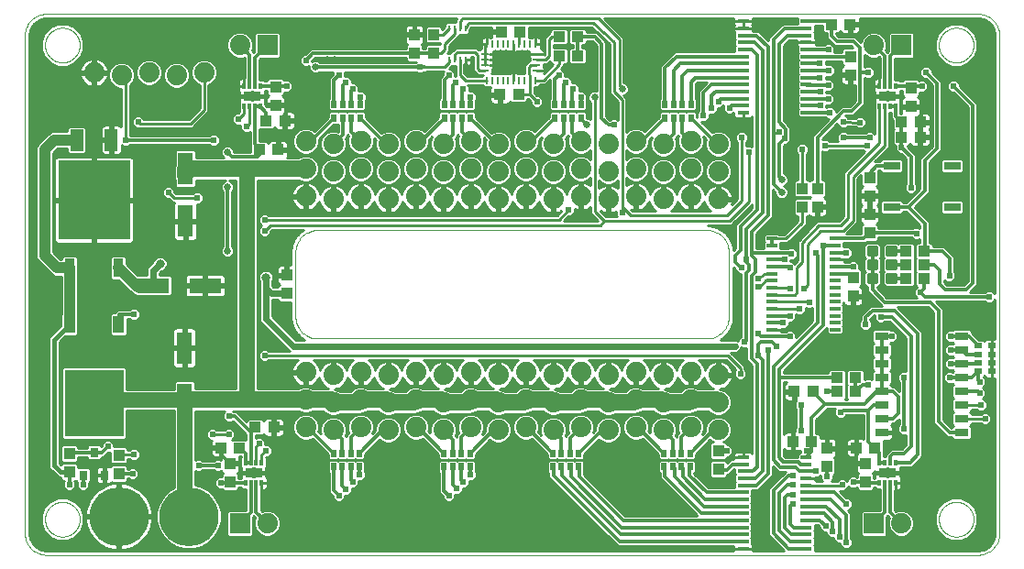
<source format=gtl>
G75*
%MOIN*%
%OFA0B0*%
%FSLAX25Y25*%
%IPPOS*%
%LPD*%
%AMOC8*
5,1,8,0,0,1.08239X$1,22.5*
%
%ADD10C,0.00000*%
%ADD11C,0.00394*%
%ADD12R,0.04331X0.03937*%
%ADD13R,0.03937X0.04331*%
%ADD14R,0.04724X0.07874*%
%ADD15R,0.11811X0.05512*%
%ADD16R,0.05512X0.11811*%
%ADD17C,0.07400*%
%ADD18R,0.07400X0.07400*%
%ADD19C,0.01181*%
%ADD20R,0.21260X0.24409*%
%ADD21R,0.03937X0.06299*%
%ADD22R,0.03150X0.03543*%
%ADD23R,0.01969X0.02559*%
%ADD24R,0.02559X0.01969*%
%ADD25R,0.06000X0.03000*%
%ADD26R,0.05000X0.03000*%
%ADD27R,0.03900X0.01200*%
%ADD28R,0.01378X0.02362*%
%ADD29R,0.06299X0.03543*%
%ADD30R,0.03700X0.06700*%
%ADD31R,0.26000X0.28800*%
%ADD32R,0.02677X0.00984*%
%ADD33R,0.00984X0.02677*%
%ADD34R,0.00984X0.02369*%
%ADD35C,0.21500*%
%ADD36C,0.01000*%
%ADD37C,0.02600*%
%ADD38C,0.01200*%
%ADD39C,0.02200*%
%ADD40C,0.02400*%
%ADD41C,0.04000*%
%ADD42C,0.01600*%
%ADD43C,0.06000*%
%ADD44C,0.05600*%
%ADD45C,0.01400*%
%ADD46C,0.02400*%
%ADD47C,0.03200*%
%ADD48C,0.00900*%
D10*
X0010201Y0016977D02*
X0010203Y0017135D01*
X0010209Y0017293D01*
X0010219Y0017451D01*
X0010233Y0017609D01*
X0010251Y0017766D01*
X0010272Y0017923D01*
X0010298Y0018079D01*
X0010328Y0018235D01*
X0010361Y0018390D01*
X0010399Y0018543D01*
X0010440Y0018696D01*
X0010485Y0018848D01*
X0010534Y0018999D01*
X0010587Y0019148D01*
X0010643Y0019296D01*
X0010703Y0019442D01*
X0010767Y0019587D01*
X0010835Y0019730D01*
X0010906Y0019872D01*
X0010980Y0020012D01*
X0011058Y0020149D01*
X0011140Y0020285D01*
X0011224Y0020419D01*
X0011313Y0020550D01*
X0011404Y0020679D01*
X0011499Y0020806D01*
X0011596Y0020931D01*
X0011697Y0021053D01*
X0011801Y0021172D01*
X0011908Y0021289D01*
X0012018Y0021403D01*
X0012131Y0021514D01*
X0012246Y0021623D01*
X0012364Y0021728D01*
X0012485Y0021830D01*
X0012608Y0021930D01*
X0012734Y0022026D01*
X0012862Y0022119D01*
X0012992Y0022209D01*
X0013125Y0022295D01*
X0013260Y0022379D01*
X0013396Y0022458D01*
X0013535Y0022535D01*
X0013676Y0022607D01*
X0013818Y0022677D01*
X0013962Y0022742D01*
X0014108Y0022804D01*
X0014255Y0022862D01*
X0014404Y0022917D01*
X0014554Y0022968D01*
X0014705Y0023015D01*
X0014857Y0023058D01*
X0015010Y0023097D01*
X0015165Y0023133D01*
X0015320Y0023164D01*
X0015476Y0023192D01*
X0015632Y0023216D01*
X0015789Y0023236D01*
X0015947Y0023252D01*
X0016104Y0023264D01*
X0016263Y0023272D01*
X0016421Y0023276D01*
X0016579Y0023276D01*
X0016737Y0023272D01*
X0016896Y0023264D01*
X0017053Y0023252D01*
X0017211Y0023236D01*
X0017368Y0023216D01*
X0017524Y0023192D01*
X0017680Y0023164D01*
X0017835Y0023133D01*
X0017990Y0023097D01*
X0018143Y0023058D01*
X0018295Y0023015D01*
X0018446Y0022968D01*
X0018596Y0022917D01*
X0018745Y0022862D01*
X0018892Y0022804D01*
X0019038Y0022742D01*
X0019182Y0022677D01*
X0019324Y0022607D01*
X0019465Y0022535D01*
X0019604Y0022458D01*
X0019740Y0022379D01*
X0019875Y0022295D01*
X0020008Y0022209D01*
X0020138Y0022119D01*
X0020266Y0022026D01*
X0020392Y0021930D01*
X0020515Y0021830D01*
X0020636Y0021728D01*
X0020754Y0021623D01*
X0020869Y0021514D01*
X0020982Y0021403D01*
X0021092Y0021289D01*
X0021199Y0021172D01*
X0021303Y0021053D01*
X0021404Y0020931D01*
X0021501Y0020806D01*
X0021596Y0020679D01*
X0021687Y0020550D01*
X0021776Y0020419D01*
X0021860Y0020285D01*
X0021942Y0020149D01*
X0022020Y0020012D01*
X0022094Y0019872D01*
X0022165Y0019730D01*
X0022233Y0019587D01*
X0022297Y0019442D01*
X0022357Y0019296D01*
X0022413Y0019148D01*
X0022466Y0018999D01*
X0022515Y0018848D01*
X0022560Y0018696D01*
X0022601Y0018543D01*
X0022639Y0018390D01*
X0022672Y0018235D01*
X0022702Y0018079D01*
X0022728Y0017923D01*
X0022749Y0017766D01*
X0022767Y0017609D01*
X0022781Y0017451D01*
X0022791Y0017293D01*
X0022797Y0017135D01*
X0022799Y0016977D01*
X0022797Y0016819D01*
X0022791Y0016661D01*
X0022781Y0016503D01*
X0022767Y0016345D01*
X0022749Y0016188D01*
X0022728Y0016031D01*
X0022702Y0015875D01*
X0022672Y0015719D01*
X0022639Y0015564D01*
X0022601Y0015411D01*
X0022560Y0015258D01*
X0022515Y0015106D01*
X0022466Y0014955D01*
X0022413Y0014806D01*
X0022357Y0014658D01*
X0022297Y0014512D01*
X0022233Y0014367D01*
X0022165Y0014224D01*
X0022094Y0014082D01*
X0022020Y0013942D01*
X0021942Y0013805D01*
X0021860Y0013669D01*
X0021776Y0013535D01*
X0021687Y0013404D01*
X0021596Y0013275D01*
X0021501Y0013148D01*
X0021404Y0013023D01*
X0021303Y0012901D01*
X0021199Y0012782D01*
X0021092Y0012665D01*
X0020982Y0012551D01*
X0020869Y0012440D01*
X0020754Y0012331D01*
X0020636Y0012226D01*
X0020515Y0012124D01*
X0020392Y0012024D01*
X0020266Y0011928D01*
X0020138Y0011835D01*
X0020008Y0011745D01*
X0019875Y0011659D01*
X0019740Y0011575D01*
X0019604Y0011496D01*
X0019465Y0011419D01*
X0019324Y0011347D01*
X0019182Y0011277D01*
X0019038Y0011212D01*
X0018892Y0011150D01*
X0018745Y0011092D01*
X0018596Y0011037D01*
X0018446Y0010986D01*
X0018295Y0010939D01*
X0018143Y0010896D01*
X0017990Y0010857D01*
X0017835Y0010821D01*
X0017680Y0010790D01*
X0017524Y0010762D01*
X0017368Y0010738D01*
X0017211Y0010718D01*
X0017053Y0010702D01*
X0016896Y0010690D01*
X0016737Y0010682D01*
X0016579Y0010678D01*
X0016421Y0010678D01*
X0016263Y0010682D01*
X0016104Y0010690D01*
X0015947Y0010702D01*
X0015789Y0010718D01*
X0015632Y0010738D01*
X0015476Y0010762D01*
X0015320Y0010790D01*
X0015165Y0010821D01*
X0015010Y0010857D01*
X0014857Y0010896D01*
X0014705Y0010939D01*
X0014554Y0010986D01*
X0014404Y0011037D01*
X0014255Y0011092D01*
X0014108Y0011150D01*
X0013962Y0011212D01*
X0013818Y0011277D01*
X0013676Y0011347D01*
X0013535Y0011419D01*
X0013396Y0011496D01*
X0013260Y0011575D01*
X0013125Y0011659D01*
X0012992Y0011745D01*
X0012862Y0011835D01*
X0012734Y0011928D01*
X0012608Y0012024D01*
X0012485Y0012124D01*
X0012364Y0012226D01*
X0012246Y0012331D01*
X0012131Y0012440D01*
X0012018Y0012551D01*
X0011908Y0012665D01*
X0011801Y0012782D01*
X0011697Y0012901D01*
X0011596Y0013023D01*
X0011499Y0013148D01*
X0011404Y0013275D01*
X0011313Y0013404D01*
X0011224Y0013535D01*
X0011140Y0013669D01*
X0011058Y0013805D01*
X0010980Y0013942D01*
X0010906Y0014082D01*
X0010835Y0014224D01*
X0010767Y0014367D01*
X0010703Y0014512D01*
X0010643Y0014658D01*
X0010587Y0014806D01*
X0010534Y0014955D01*
X0010485Y0015106D01*
X0010440Y0015258D01*
X0010399Y0015411D01*
X0010361Y0015564D01*
X0010328Y0015719D01*
X0010298Y0015875D01*
X0010272Y0016031D01*
X0010251Y0016188D01*
X0010233Y0016345D01*
X0010219Y0016503D01*
X0010209Y0016661D01*
X0010203Y0016819D01*
X0010201Y0016977D01*
X0010201Y0189477D02*
X0010203Y0189635D01*
X0010209Y0189793D01*
X0010219Y0189951D01*
X0010233Y0190109D01*
X0010251Y0190266D01*
X0010272Y0190423D01*
X0010298Y0190579D01*
X0010328Y0190735D01*
X0010361Y0190890D01*
X0010399Y0191043D01*
X0010440Y0191196D01*
X0010485Y0191348D01*
X0010534Y0191499D01*
X0010587Y0191648D01*
X0010643Y0191796D01*
X0010703Y0191942D01*
X0010767Y0192087D01*
X0010835Y0192230D01*
X0010906Y0192372D01*
X0010980Y0192512D01*
X0011058Y0192649D01*
X0011140Y0192785D01*
X0011224Y0192919D01*
X0011313Y0193050D01*
X0011404Y0193179D01*
X0011499Y0193306D01*
X0011596Y0193431D01*
X0011697Y0193553D01*
X0011801Y0193672D01*
X0011908Y0193789D01*
X0012018Y0193903D01*
X0012131Y0194014D01*
X0012246Y0194123D01*
X0012364Y0194228D01*
X0012485Y0194330D01*
X0012608Y0194430D01*
X0012734Y0194526D01*
X0012862Y0194619D01*
X0012992Y0194709D01*
X0013125Y0194795D01*
X0013260Y0194879D01*
X0013396Y0194958D01*
X0013535Y0195035D01*
X0013676Y0195107D01*
X0013818Y0195177D01*
X0013962Y0195242D01*
X0014108Y0195304D01*
X0014255Y0195362D01*
X0014404Y0195417D01*
X0014554Y0195468D01*
X0014705Y0195515D01*
X0014857Y0195558D01*
X0015010Y0195597D01*
X0015165Y0195633D01*
X0015320Y0195664D01*
X0015476Y0195692D01*
X0015632Y0195716D01*
X0015789Y0195736D01*
X0015947Y0195752D01*
X0016104Y0195764D01*
X0016263Y0195772D01*
X0016421Y0195776D01*
X0016579Y0195776D01*
X0016737Y0195772D01*
X0016896Y0195764D01*
X0017053Y0195752D01*
X0017211Y0195736D01*
X0017368Y0195716D01*
X0017524Y0195692D01*
X0017680Y0195664D01*
X0017835Y0195633D01*
X0017990Y0195597D01*
X0018143Y0195558D01*
X0018295Y0195515D01*
X0018446Y0195468D01*
X0018596Y0195417D01*
X0018745Y0195362D01*
X0018892Y0195304D01*
X0019038Y0195242D01*
X0019182Y0195177D01*
X0019324Y0195107D01*
X0019465Y0195035D01*
X0019604Y0194958D01*
X0019740Y0194879D01*
X0019875Y0194795D01*
X0020008Y0194709D01*
X0020138Y0194619D01*
X0020266Y0194526D01*
X0020392Y0194430D01*
X0020515Y0194330D01*
X0020636Y0194228D01*
X0020754Y0194123D01*
X0020869Y0194014D01*
X0020982Y0193903D01*
X0021092Y0193789D01*
X0021199Y0193672D01*
X0021303Y0193553D01*
X0021404Y0193431D01*
X0021501Y0193306D01*
X0021596Y0193179D01*
X0021687Y0193050D01*
X0021776Y0192919D01*
X0021860Y0192785D01*
X0021942Y0192649D01*
X0022020Y0192512D01*
X0022094Y0192372D01*
X0022165Y0192230D01*
X0022233Y0192087D01*
X0022297Y0191942D01*
X0022357Y0191796D01*
X0022413Y0191648D01*
X0022466Y0191499D01*
X0022515Y0191348D01*
X0022560Y0191196D01*
X0022601Y0191043D01*
X0022639Y0190890D01*
X0022672Y0190735D01*
X0022702Y0190579D01*
X0022728Y0190423D01*
X0022749Y0190266D01*
X0022767Y0190109D01*
X0022781Y0189951D01*
X0022791Y0189793D01*
X0022797Y0189635D01*
X0022799Y0189477D01*
X0022797Y0189319D01*
X0022791Y0189161D01*
X0022781Y0189003D01*
X0022767Y0188845D01*
X0022749Y0188688D01*
X0022728Y0188531D01*
X0022702Y0188375D01*
X0022672Y0188219D01*
X0022639Y0188064D01*
X0022601Y0187911D01*
X0022560Y0187758D01*
X0022515Y0187606D01*
X0022466Y0187455D01*
X0022413Y0187306D01*
X0022357Y0187158D01*
X0022297Y0187012D01*
X0022233Y0186867D01*
X0022165Y0186724D01*
X0022094Y0186582D01*
X0022020Y0186442D01*
X0021942Y0186305D01*
X0021860Y0186169D01*
X0021776Y0186035D01*
X0021687Y0185904D01*
X0021596Y0185775D01*
X0021501Y0185648D01*
X0021404Y0185523D01*
X0021303Y0185401D01*
X0021199Y0185282D01*
X0021092Y0185165D01*
X0020982Y0185051D01*
X0020869Y0184940D01*
X0020754Y0184831D01*
X0020636Y0184726D01*
X0020515Y0184624D01*
X0020392Y0184524D01*
X0020266Y0184428D01*
X0020138Y0184335D01*
X0020008Y0184245D01*
X0019875Y0184159D01*
X0019740Y0184075D01*
X0019604Y0183996D01*
X0019465Y0183919D01*
X0019324Y0183847D01*
X0019182Y0183777D01*
X0019038Y0183712D01*
X0018892Y0183650D01*
X0018745Y0183592D01*
X0018596Y0183537D01*
X0018446Y0183486D01*
X0018295Y0183439D01*
X0018143Y0183396D01*
X0017990Y0183357D01*
X0017835Y0183321D01*
X0017680Y0183290D01*
X0017524Y0183262D01*
X0017368Y0183238D01*
X0017211Y0183218D01*
X0017053Y0183202D01*
X0016896Y0183190D01*
X0016737Y0183182D01*
X0016579Y0183178D01*
X0016421Y0183178D01*
X0016263Y0183182D01*
X0016104Y0183190D01*
X0015947Y0183202D01*
X0015789Y0183218D01*
X0015632Y0183238D01*
X0015476Y0183262D01*
X0015320Y0183290D01*
X0015165Y0183321D01*
X0015010Y0183357D01*
X0014857Y0183396D01*
X0014705Y0183439D01*
X0014554Y0183486D01*
X0014404Y0183537D01*
X0014255Y0183592D01*
X0014108Y0183650D01*
X0013962Y0183712D01*
X0013818Y0183777D01*
X0013676Y0183847D01*
X0013535Y0183919D01*
X0013396Y0183996D01*
X0013260Y0184075D01*
X0013125Y0184159D01*
X0012992Y0184245D01*
X0012862Y0184335D01*
X0012734Y0184428D01*
X0012608Y0184524D01*
X0012485Y0184624D01*
X0012364Y0184726D01*
X0012246Y0184831D01*
X0012131Y0184940D01*
X0012018Y0185051D01*
X0011908Y0185165D01*
X0011801Y0185282D01*
X0011697Y0185401D01*
X0011596Y0185523D01*
X0011499Y0185648D01*
X0011404Y0185775D01*
X0011313Y0185904D01*
X0011224Y0186035D01*
X0011140Y0186169D01*
X0011058Y0186305D01*
X0010980Y0186442D01*
X0010906Y0186582D01*
X0010835Y0186724D01*
X0010767Y0186867D01*
X0010703Y0187012D01*
X0010643Y0187158D01*
X0010587Y0187306D01*
X0010534Y0187455D01*
X0010485Y0187606D01*
X0010440Y0187758D01*
X0010399Y0187911D01*
X0010361Y0188064D01*
X0010328Y0188219D01*
X0010298Y0188375D01*
X0010272Y0188531D01*
X0010251Y0188688D01*
X0010233Y0188845D01*
X0010219Y0189003D01*
X0010209Y0189161D01*
X0010203Y0189319D01*
X0010201Y0189477D01*
X0335201Y0189477D02*
X0335203Y0189635D01*
X0335209Y0189793D01*
X0335219Y0189951D01*
X0335233Y0190109D01*
X0335251Y0190266D01*
X0335272Y0190423D01*
X0335298Y0190579D01*
X0335328Y0190735D01*
X0335361Y0190890D01*
X0335399Y0191043D01*
X0335440Y0191196D01*
X0335485Y0191348D01*
X0335534Y0191499D01*
X0335587Y0191648D01*
X0335643Y0191796D01*
X0335703Y0191942D01*
X0335767Y0192087D01*
X0335835Y0192230D01*
X0335906Y0192372D01*
X0335980Y0192512D01*
X0336058Y0192649D01*
X0336140Y0192785D01*
X0336224Y0192919D01*
X0336313Y0193050D01*
X0336404Y0193179D01*
X0336499Y0193306D01*
X0336596Y0193431D01*
X0336697Y0193553D01*
X0336801Y0193672D01*
X0336908Y0193789D01*
X0337018Y0193903D01*
X0337131Y0194014D01*
X0337246Y0194123D01*
X0337364Y0194228D01*
X0337485Y0194330D01*
X0337608Y0194430D01*
X0337734Y0194526D01*
X0337862Y0194619D01*
X0337992Y0194709D01*
X0338125Y0194795D01*
X0338260Y0194879D01*
X0338396Y0194958D01*
X0338535Y0195035D01*
X0338676Y0195107D01*
X0338818Y0195177D01*
X0338962Y0195242D01*
X0339108Y0195304D01*
X0339255Y0195362D01*
X0339404Y0195417D01*
X0339554Y0195468D01*
X0339705Y0195515D01*
X0339857Y0195558D01*
X0340010Y0195597D01*
X0340165Y0195633D01*
X0340320Y0195664D01*
X0340476Y0195692D01*
X0340632Y0195716D01*
X0340789Y0195736D01*
X0340947Y0195752D01*
X0341104Y0195764D01*
X0341263Y0195772D01*
X0341421Y0195776D01*
X0341579Y0195776D01*
X0341737Y0195772D01*
X0341896Y0195764D01*
X0342053Y0195752D01*
X0342211Y0195736D01*
X0342368Y0195716D01*
X0342524Y0195692D01*
X0342680Y0195664D01*
X0342835Y0195633D01*
X0342990Y0195597D01*
X0343143Y0195558D01*
X0343295Y0195515D01*
X0343446Y0195468D01*
X0343596Y0195417D01*
X0343745Y0195362D01*
X0343892Y0195304D01*
X0344038Y0195242D01*
X0344182Y0195177D01*
X0344324Y0195107D01*
X0344465Y0195035D01*
X0344604Y0194958D01*
X0344740Y0194879D01*
X0344875Y0194795D01*
X0345008Y0194709D01*
X0345138Y0194619D01*
X0345266Y0194526D01*
X0345392Y0194430D01*
X0345515Y0194330D01*
X0345636Y0194228D01*
X0345754Y0194123D01*
X0345869Y0194014D01*
X0345982Y0193903D01*
X0346092Y0193789D01*
X0346199Y0193672D01*
X0346303Y0193553D01*
X0346404Y0193431D01*
X0346501Y0193306D01*
X0346596Y0193179D01*
X0346687Y0193050D01*
X0346776Y0192919D01*
X0346860Y0192785D01*
X0346942Y0192649D01*
X0347020Y0192512D01*
X0347094Y0192372D01*
X0347165Y0192230D01*
X0347233Y0192087D01*
X0347297Y0191942D01*
X0347357Y0191796D01*
X0347413Y0191648D01*
X0347466Y0191499D01*
X0347515Y0191348D01*
X0347560Y0191196D01*
X0347601Y0191043D01*
X0347639Y0190890D01*
X0347672Y0190735D01*
X0347702Y0190579D01*
X0347728Y0190423D01*
X0347749Y0190266D01*
X0347767Y0190109D01*
X0347781Y0189951D01*
X0347791Y0189793D01*
X0347797Y0189635D01*
X0347799Y0189477D01*
X0347797Y0189319D01*
X0347791Y0189161D01*
X0347781Y0189003D01*
X0347767Y0188845D01*
X0347749Y0188688D01*
X0347728Y0188531D01*
X0347702Y0188375D01*
X0347672Y0188219D01*
X0347639Y0188064D01*
X0347601Y0187911D01*
X0347560Y0187758D01*
X0347515Y0187606D01*
X0347466Y0187455D01*
X0347413Y0187306D01*
X0347357Y0187158D01*
X0347297Y0187012D01*
X0347233Y0186867D01*
X0347165Y0186724D01*
X0347094Y0186582D01*
X0347020Y0186442D01*
X0346942Y0186305D01*
X0346860Y0186169D01*
X0346776Y0186035D01*
X0346687Y0185904D01*
X0346596Y0185775D01*
X0346501Y0185648D01*
X0346404Y0185523D01*
X0346303Y0185401D01*
X0346199Y0185282D01*
X0346092Y0185165D01*
X0345982Y0185051D01*
X0345869Y0184940D01*
X0345754Y0184831D01*
X0345636Y0184726D01*
X0345515Y0184624D01*
X0345392Y0184524D01*
X0345266Y0184428D01*
X0345138Y0184335D01*
X0345008Y0184245D01*
X0344875Y0184159D01*
X0344740Y0184075D01*
X0344604Y0183996D01*
X0344465Y0183919D01*
X0344324Y0183847D01*
X0344182Y0183777D01*
X0344038Y0183712D01*
X0343892Y0183650D01*
X0343745Y0183592D01*
X0343596Y0183537D01*
X0343446Y0183486D01*
X0343295Y0183439D01*
X0343143Y0183396D01*
X0342990Y0183357D01*
X0342835Y0183321D01*
X0342680Y0183290D01*
X0342524Y0183262D01*
X0342368Y0183238D01*
X0342211Y0183218D01*
X0342053Y0183202D01*
X0341896Y0183190D01*
X0341737Y0183182D01*
X0341579Y0183178D01*
X0341421Y0183178D01*
X0341263Y0183182D01*
X0341104Y0183190D01*
X0340947Y0183202D01*
X0340789Y0183218D01*
X0340632Y0183238D01*
X0340476Y0183262D01*
X0340320Y0183290D01*
X0340165Y0183321D01*
X0340010Y0183357D01*
X0339857Y0183396D01*
X0339705Y0183439D01*
X0339554Y0183486D01*
X0339404Y0183537D01*
X0339255Y0183592D01*
X0339108Y0183650D01*
X0338962Y0183712D01*
X0338818Y0183777D01*
X0338676Y0183847D01*
X0338535Y0183919D01*
X0338396Y0183996D01*
X0338260Y0184075D01*
X0338125Y0184159D01*
X0337992Y0184245D01*
X0337862Y0184335D01*
X0337734Y0184428D01*
X0337608Y0184524D01*
X0337485Y0184624D01*
X0337364Y0184726D01*
X0337246Y0184831D01*
X0337131Y0184940D01*
X0337018Y0185051D01*
X0336908Y0185165D01*
X0336801Y0185282D01*
X0336697Y0185401D01*
X0336596Y0185523D01*
X0336499Y0185648D01*
X0336404Y0185775D01*
X0336313Y0185904D01*
X0336224Y0186035D01*
X0336140Y0186169D01*
X0336058Y0186305D01*
X0335980Y0186442D01*
X0335906Y0186582D01*
X0335835Y0186724D01*
X0335767Y0186867D01*
X0335703Y0187012D01*
X0335643Y0187158D01*
X0335587Y0187306D01*
X0335534Y0187455D01*
X0335485Y0187606D01*
X0335440Y0187758D01*
X0335399Y0187911D01*
X0335361Y0188064D01*
X0335328Y0188219D01*
X0335298Y0188375D01*
X0335272Y0188531D01*
X0335251Y0188688D01*
X0335233Y0188845D01*
X0335219Y0189003D01*
X0335209Y0189161D01*
X0335203Y0189319D01*
X0335201Y0189477D01*
X0335201Y0016977D02*
X0335203Y0017135D01*
X0335209Y0017293D01*
X0335219Y0017451D01*
X0335233Y0017609D01*
X0335251Y0017766D01*
X0335272Y0017923D01*
X0335298Y0018079D01*
X0335328Y0018235D01*
X0335361Y0018390D01*
X0335399Y0018543D01*
X0335440Y0018696D01*
X0335485Y0018848D01*
X0335534Y0018999D01*
X0335587Y0019148D01*
X0335643Y0019296D01*
X0335703Y0019442D01*
X0335767Y0019587D01*
X0335835Y0019730D01*
X0335906Y0019872D01*
X0335980Y0020012D01*
X0336058Y0020149D01*
X0336140Y0020285D01*
X0336224Y0020419D01*
X0336313Y0020550D01*
X0336404Y0020679D01*
X0336499Y0020806D01*
X0336596Y0020931D01*
X0336697Y0021053D01*
X0336801Y0021172D01*
X0336908Y0021289D01*
X0337018Y0021403D01*
X0337131Y0021514D01*
X0337246Y0021623D01*
X0337364Y0021728D01*
X0337485Y0021830D01*
X0337608Y0021930D01*
X0337734Y0022026D01*
X0337862Y0022119D01*
X0337992Y0022209D01*
X0338125Y0022295D01*
X0338260Y0022379D01*
X0338396Y0022458D01*
X0338535Y0022535D01*
X0338676Y0022607D01*
X0338818Y0022677D01*
X0338962Y0022742D01*
X0339108Y0022804D01*
X0339255Y0022862D01*
X0339404Y0022917D01*
X0339554Y0022968D01*
X0339705Y0023015D01*
X0339857Y0023058D01*
X0340010Y0023097D01*
X0340165Y0023133D01*
X0340320Y0023164D01*
X0340476Y0023192D01*
X0340632Y0023216D01*
X0340789Y0023236D01*
X0340947Y0023252D01*
X0341104Y0023264D01*
X0341263Y0023272D01*
X0341421Y0023276D01*
X0341579Y0023276D01*
X0341737Y0023272D01*
X0341896Y0023264D01*
X0342053Y0023252D01*
X0342211Y0023236D01*
X0342368Y0023216D01*
X0342524Y0023192D01*
X0342680Y0023164D01*
X0342835Y0023133D01*
X0342990Y0023097D01*
X0343143Y0023058D01*
X0343295Y0023015D01*
X0343446Y0022968D01*
X0343596Y0022917D01*
X0343745Y0022862D01*
X0343892Y0022804D01*
X0344038Y0022742D01*
X0344182Y0022677D01*
X0344324Y0022607D01*
X0344465Y0022535D01*
X0344604Y0022458D01*
X0344740Y0022379D01*
X0344875Y0022295D01*
X0345008Y0022209D01*
X0345138Y0022119D01*
X0345266Y0022026D01*
X0345392Y0021930D01*
X0345515Y0021830D01*
X0345636Y0021728D01*
X0345754Y0021623D01*
X0345869Y0021514D01*
X0345982Y0021403D01*
X0346092Y0021289D01*
X0346199Y0021172D01*
X0346303Y0021053D01*
X0346404Y0020931D01*
X0346501Y0020806D01*
X0346596Y0020679D01*
X0346687Y0020550D01*
X0346776Y0020419D01*
X0346860Y0020285D01*
X0346942Y0020149D01*
X0347020Y0020012D01*
X0347094Y0019872D01*
X0347165Y0019730D01*
X0347233Y0019587D01*
X0347297Y0019442D01*
X0347357Y0019296D01*
X0347413Y0019148D01*
X0347466Y0018999D01*
X0347515Y0018848D01*
X0347560Y0018696D01*
X0347601Y0018543D01*
X0347639Y0018390D01*
X0347672Y0018235D01*
X0347702Y0018079D01*
X0347728Y0017923D01*
X0347749Y0017766D01*
X0347767Y0017609D01*
X0347781Y0017451D01*
X0347791Y0017293D01*
X0347797Y0017135D01*
X0347799Y0016977D01*
X0347797Y0016819D01*
X0347791Y0016661D01*
X0347781Y0016503D01*
X0347767Y0016345D01*
X0347749Y0016188D01*
X0347728Y0016031D01*
X0347702Y0015875D01*
X0347672Y0015719D01*
X0347639Y0015564D01*
X0347601Y0015411D01*
X0347560Y0015258D01*
X0347515Y0015106D01*
X0347466Y0014955D01*
X0347413Y0014806D01*
X0347357Y0014658D01*
X0347297Y0014512D01*
X0347233Y0014367D01*
X0347165Y0014224D01*
X0347094Y0014082D01*
X0347020Y0013942D01*
X0346942Y0013805D01*
X0346860Y0013669D01*
X0346776Y0013535D01*
X0346687Y0013404D01*
X0346596Y0013275D01*
X0346501Y0013148D01*
X0346404Y0013023D01*
X0346303Y0012901D01*
X0346199Y0012782D01*
X0346092Y0012665D01*
X0345982Y0012551D01*
X0345869Y0012440D01*
X0345754Y0012331D01*
X0345636Y0012226D01*
X0345515Y0012124D01*
X0345392Y0012024D01*
X0345266Y0011928D01*
X0345138Y0011835D01*
X0345008Y0011745D01*
X0344875Y0011659D01*
X0344740Y0011575D01*
X0344604Y0011496D01*
X0344465Y0011419D01*
X0344324Y0011347D01*
X0344182Y0011277D01*
X0344038Y0011212D01*
X0343892Y0011150D01*
X0343745Y0011092D01*
X0343596Y0011037D01*
X0343446Y0010986D01*
X0343295Y0010939D01*
X0343143Y0010896D01*
X0342990Y0010857D01*
X0342835Y0010821D01*
X0342680Y0010790D01*
X0342524Y0010762D01*
X0342368Y0010738D01*
X0342211Y0010718D01*
X0342053Y0010702D01*
X0341896Y0010690D01*
X0341737Y0010682D01*
X0341579Y0010678D01*
X0341421Y0010678D01*
X0341263Y0010682D01*
X0341104Y0010690D01*
X0340947Y0010702D01*
X0340789Y0010718D01*
X0340632Y0010738D01*
X0340476Y0010762D01*
X0340320Y0010790D01*
X0340165Y0010821D01*
X0340010Y0010857D01*
X0339857Y0010896D01*
X0339705Y0010939D01*
X0339554Y0010986D01*
X0339404Y0011037D01*
X0339255Y0011092D01*
X0339108Y0011150D01*
X0338962Y0011212D01*
X0338818Y0011277D01*
X0338676Y0011347D01*
X0338535Y0011419D01*
X0338396Y0011496D01*
X0338260Y0011575D01*
X0338125Y0011659D01*
X0337992Y0011745D01*
X0337862Y0011835D01*
X0337734Y0011928D01*
X0337608Y0012024D01*
X0337485Y0012124D01*
X0337364Y0012226D01*
X0337246Y0012331D01*
X0337131Y0012440D01*
X0337018Y0012551D01*
X0336908Y0012665D01*
X0336801Y0012782D01*
X0336697Y0012901D01*
X0336596Y0013023D01*
X0336499Y0013148D01*
X0336404Y0013275D01*
X0336313Y0013404D01*
X0336224Y0013535D01*
X0336140Y0013669D01*
X0336058Y0013805D01*
X0335980Y0013942D01*
X0335906Y0014082D01*
X0335835Y0014224D01*
X0335767Y0014367D01*
X0335703Y0014512D01*
X0335643Y0014658D01*
X0335587Y0014806D01*
X0335534Y0014955D01*
X0335485Y0015106D01*
X0335440Y0015258D01*
X0335399Y0015411D01*
X0335361Y0015564D01*
X0335328Y0015719D01*
X0335298Y0015875D01*
X0335272Y0016031D01*
X0335251Y0016188D01*
X0335233Y0016345D01*
X0335219Y0016503D01*
X0335209Y0016661D01*
X0335203Y0016819D01*
X0335201Y0016977D01*
D11*
X0005559Y0005972D02*
X0004845Y0006685D01*
X0004522Y0007076D01*
X0004238Y0007495D01*
X0003955Y0007914D01*
X0003710Y0008362D01*
X0003310Y0009303D01*
X0003155Y0009797D01*
X0003050Y0010308D01*
X0002944Y0010819D01*
X0002889Y0011348D01*
X0002889Y0193533D01*
X0002944Y0194062D01*
X0003050Y0194574D01*
X0003155Y0195085D01*
X0003310Y0195579D01*
X0003510Y0196049D01*
X0003710Y0196520D01*
X0003955Y0196967D01*
X0004238Y0197387D01*
X0004522Y0197806D01*
X0004845Y0198196D01*
X0005559Y0198910D01*
X0005949Y0199233D01*
X0006368Y0199517D01*
X0006787Y0199800D01*
X0007235Y0200045D01*
X0008176Y0200445D01*
X0008670Y0200600D01*
X0009181Y0200705D01*
X0009693Y0200811D01*
X0010222Y0200866D01*
X0349887Y0200866D01*
X0350416Y0200811D01*
X0350927Y0200705D01*
X0351439Y0200600D01*
X0351932Y0200445D01*
X0352873Y0200045D01*
X0353321Y0199800D01*
X0353740Y0199517D01*
X0354159Y0199233D01*
X0354550Y0198910D01*
X0355263Y0198196D01*
X0355586Y0197806D01*
X0356154Y0196967D01*
X0356398Y0196520D01*
X0356598Y0196049D01*
X0356798Y0195579D01*
X0356954Y0195085D01*
X0357059Y0194574D01*
X0357164Y0194062D01*
X0357220Y0193533D01*
X0357220Y0011348D01*
X0357164Y0010819D01*
X0357059Y0010308D01*
X0356954Y0009797D01*
X0356798Y0009303D01*
X0356398Y0008362D01*
X0356154Y0007914D01*
X0355870Y0007495D01*
X0355586Y0007076D01*
X0355263Y0006685D01*
X0354550Y0005972D01*
X0354159Y0005649D01*
X0353740Y0005365D01*
X0353321Y0005081D01*
X0352873Y0004837D01*
X0351932Y0004437D01*
X0351439Y0004282D01*
X0350927Y0004176D01*
X0350416Y0004071D01*
X0349887Y0004016D01*
X0010222Y0004016D01*
X0009693Y0004071D01*
X0009181Y0004176D01*
X0008670Y0004282D01*
X0008176Y0004437D01*
X0007235Y0004837D01*
X0006787Y0005081D01*
X0006368Y0005365D01*
X0005949Y0005649D01*
X0005559Y0005972D01*
X0103984Y0084712D02*
X0104374Y0084389D01*
X0104794Y0084105D01*
X0105213Y0083822D01*
X0105660Y0083577D01*
X0106601Y0083177D01*
X0107095Y0083022D01*
X0107606Y0082917D01*
X0108118Y0082811D01*
X0108647Y0082756D01*
X0251462Y0082756D01*
X0251991Y0082811D01*
X0252502Y0082917D01*
X0253013Y0083022D01*
X0253507Y0083177D01*
X0254448Y0083577D01*
X0254896Y0083822D01*
X0255315Y0084105D01*
X0255734Y0084389D01*
X0256125Y0084712D01*
X0256838Y0085426D01*
X0257161Y0085816D01*
X0257445Y0086235D01*
X0257729Y0086654D01*
X0257973Y0087102D01*
X0258373Y0088043D01*
X0258528Y0088537D01*
X0258634Y0089048D01*
X0258739Y0089559D01*
X0258794Y0090088D01*
X0258794Y0114793D01*
X0258739Y0115322D01*
X0258634Y0115834D01*
X0258528Y0116345D01*
X0258373Y0116839D01*
X0257973Y0117780D01*
X0257729Y0118227D01*
X0257445Y0118646D01*
X0257161Y0119065D01*
X0256838Y0119456D01*
X0256125Y0120170D01*
X0255734Y0120493D01*
X0255315Y0120776D01*
X0254896Y0121060D01*
X0254448Y0121305D01*
X0253507Y0121705D01*
X0253013Y0121860D01*
X0252502Y0121965D01*
X0251991Y0122071D01*
X0251462Y0122126D01*
X0108647Y0122126D01*
X0108118Y0122071D01*
X0107606Y0121965D01*
X0107095Y0121860D01*
X0106601Y0121705D01*
X0105660Y0121305D01*
X0105213Y0121060D01*
X0104794Y0120776D01*
X0104374Y0120493D01*
X0103984Y0120170D01*
X0103270Y0119456D01*
X0102947Y0119065D01*
X0102664Y0118646D01*
X0102380Y0118227D01*
X0102135Y0117780D01*
X0101735Y0116839D01*
X0101580Y0116345D01*
X0101475Y0115834D01*
X0101369Y0115322D01*
X0101314Y0114793D01*
X0101314Y0090088D01*
X0101369Y0089559D01*
X0101475Y0089048D01*
X0101580Y0088537D01*
X0101735Y0088043D01*
X0102135Y0087102D01*
X0102380Y0086654D01*
X0102664Y0086235D01*
X0102947Y0085816D01*
X0103270Y0085426D01*
X0103984Y0084712D01*
D12*
X0093346Y0050477D03*
X0086654Y0050477D03*
X0080846Y0042977D03*
X0074154Y0042977D03*
X0088154Y0151477D03*
X0094846Y0151477D03*
X0097346Y0161977D03*
X0090654Y0161977D03*
X0175654Y0171477D03*
X0182346Y0171477D03*
X0197154Y0185477D03*
X0203846Y0185477D03*
X0203846Y0192477D03*
X0197154Y0192477D03*
X0182846Y0194377D03*
X0176154Y0194377D03*
X0296154Y0196977D03*
X0302846Y0196977D03*
X0321654Y0161477D03*
X0328346Y0161477D03*
X0328346Y0155977D03*
X0321654Y0155977D03*
X0323154Y0114477D03*
X0323154Y0109477D03*
X0329846Y0109477D03*
X0329846Y0114477D03*
X0329846Y0104477D03*
X0323154Y0104477D03*
X0304846Y0068477D03*
X0298154Y0068477D03*
X0298154Y0063477D03*
X0304846Y0063477D03*
X0289346Y0063477D03*
X0282654Y0063477D03*
X0282154Y0045277D03*
X0288846Y0045277D03*
X0305154Y0042977D03*
X0311846Y0042977D03*
D13*
X0308500Y0037324D03*
X0308500Y0030631D03*
X0294500Y0036131D03*
X0294500Y0042824D03*
X0255000Y0041824D03*
X0255000Y0035131D03*
X0304000Y0098131D03*
X0304000Y0104824D03*
X0310000Y0121131D03*
X0310000Y0127824D03*
X0310000Y0134631D03*
X0310000Y0141324D03*
X0291000Y0137324D03*
X0285500Y0137324D03*
X0285500Y0130631D03*
X0291000Y0130631D03*
X0325000Y0167131D03*
X0325000Y0173824D03*
X0303000Y0178631D03*
X0303000Y0185324D03*
X0151500Y0186631D03*
X0144500Y0186631D03*
X0144500Y0193324D03*
X0151500Y0193324D03*
X0094000Y0174324D03*
X0094000Y0167631D03*
X0098000Y0105824D03*
X0098000Y0099131D03*
X0037000Y0040324D03*
X0037000Y0033631D03*
X0019000Y0034131D03*
X0019000Y0040824D03*
X0077500Y0037324D03*
X0077500Y0030631D03*
D14*
X0034299Y0154977D03*
X0021701Y0154977D03*
D15*
X0049551Y0101977D03*
X0068449Y0101977D03*
D16*
X0060900Y0079326D03*
X0060900Y0060428D03*
X0061200Y0125528D03*
X0061200Y0144426D03*
D17*
X0105000Y0144477D03*
X0115000Y0143477D03*
X0125000Y0144477D03*
X0135000Y0143477D03*
X0145000Y0144477D03*
X0155000Y0143477D03*
X0165000Y0144477D03*
X0175000Y0143477D03*
X0185000Y0144477D03*
X0195000Y0143477D03*
X0205000Y0144477D03*
X0215000Y0143477D03*
X0225000Y0144477D03*
X0235000Y0143477D03*
X0245000Y0144477D03*
X0255000Y0143477D03*
X0245000Y0134477D03*
X0255000Y0133477D03*
X0235000Y0133477D03*
X0225000Y0134477D03*
X0215000Y0133477D03*
X0205000Y0134477D03*
X0195000Y0133477D03*
X0185000Y0134477D03*
X0175000Y0133477D03*
X0165000Y0134477D03*
X0155000Y0133477D03*
X0145000Y0134477D03*
X0135000Y0133477D03*
X0125000Y0134477D03*
X0115000Y0133477D03*
X0105000Y0134477D03*
X0115000Y0153477D03*
X0105000Y0154477D03*
X0125000Y0154477D03*
X0135000Y0153477D03*
X0145000Y0154477D03*
X0155000Y0153477D03*
X0165000Y0154477D03*
X0175000Y0153477D03*
X0185000Y0154477D03*
X0195000Y0153477D03*
X0205000Y0154477D03*
X0215000Y0153477D03*
X0225000Y0154477D03*
X0235000Y0153477D03*
X0245000Y0154477D03*
X0255000Y0153477D03*
X0311500Y0189477D03*
X0245000Y0070477D03*
X0255000Y0069477D03*
X0245000Y0060477D03*
X0255000Y0059477D03*
X0255000Y0049477D03*
X0245000Y0050477D03*
X0235000Y0049477D03*
X0225000Y0050477D03*
X0215000Y0049477D03*
X0205000Y0050477D03*
X0195000Y0049477D03*
X0185000Y0050477D03*
X0175000Y0049477D03*
X0165000Y0050477D03*
X0155000Y0049477D03*
X0145000Y0050477D03*
X0135000Y0049477D03*
X0125000Y0050477D03*
X0115000Y0049477D03*
X0105000Y0050477D03*
X0115000Y0059477D03*
X0105000Y0060477D03*
X0115000Y0069477D03*
X0105000Y0070477D03*
X0125000Y0070477D03*
X0135000Y0069477D03*
X0145000Y0070477D03*
X0155000Y0069477D03*
X0165000Y0070477D03*
X0175000Y0069477D03*
X0185000Y0070477D03*
X0195000Y0069477D03*
X0205000Y0070477D03*
X0215000Y0069477D03*
X0225000Y0070477D03*
X0235000Y0069477D03*
X0225000Y0060477D03*
X0215000Y0059477D03*
X0205000Y0060477D03*
X0195000Y0059477D03*
X0185000Y0060477D03*
X0175000Y0059477D03*
X0165000Y0060477D03*
X0155000Y0059477D03*
X0145000Y0060477D03*
X0135000Y0059477D03*
X0125000Y0060477D03*
X0091000Y0015477D03*
X0235000Y0059477D03*
X0321500Y0015477D03*
X0058000Y0178477D03*
X0048000Y0179477D03*
X0038000Y0178477D03*
X0028000Y0179477D03*
X0068000Y0179477D03*
X0081000Y0189477D03*
D18*
X0091000Y0189477D03*
X0321500Y0189477D03*
X0311500Y0015477D03*
X0081000Y0015477D03*
D19*
X0312425Y0103099D02*
X0312425Y0105855D01*
X0312425Y0103099D02*
X0309669Y0103099D01*
X0309669Y0105855D01*
X0312425Y0105855D01*
X0312425Y0104279D02*
X0309669Y0104279D01*
X0309669Y0105459D02*
X0312425Y0105459D01*
X0312425Y0108099D02*
X0312425Y0110855D01*
X0312425Y0108099D02*
X0309669Y0108099D01*
X0309669Y0110855D01*
X0312425Y0110855D01*
X0312425Y0109279D02*
X0309669Y0109279D01*
X0309669Y0110459D02*
X0312425Y0110459D01*
X0312425Y0113099D02*
X0312425Y0115855D01*
X0312425Y0113099D02*
X0309669Y0113099D01*
X0309669Y0115855D01*
X0312425Y0115855D01*
X0312425Y0114279D02*
X0309669Y0114279D01*
X0309669Y0115459D02*
X0312425Y0115459D01*
X0319331Y0115855D02*
X0319331Y0113099D01*
X0316575Y0113099D01*
X0316575Y0115855D01*
X0319331Y0115855D01*
X0319331Y0114279D02*
X0316575Y0114279D01*
X0316575Y0115459D02*
X0319331Y0115459D01*
X0319331Y0110855D02*
X0319331Y0108099D01*
X0316575Y0108099D01*
X0316575Y0110855D01*
X0319331Y0110855D01*
X0319331Y0109279D02*
X0316575Y0109279D01*
X0316575Y0110459D02*
X0319331Y0110459D01*
X0319331Y0105855D02*
X0319331Y0103099D01*
X0316575Y0103099D01*
X0316575Y0105855D01*
X0319331Y0105855D01*
X0319331Y0104279D02*
X0316575Y0104279D01*
X0316575Y0105459D02*
X0319331Y0105459D01*
D20*
X0028000Y0059135D03*
D21*
X0019024Y0087875D03*
X0036976Y0087875D03*
D22*
X0028000Y0041308D03*
X0024260Y0033040D03*
X0031740Y0033040D03*
D23*
X0115076Y0036117D03*
X0118225Y0036117D03*
X0121375Y0036117D03*
X0124524Y0036117D03*
X0124524Y0041038D03*
X0121375Y0041038D03*
X0118225Y0041038D03*
X0115076Y0041038D03*
X0155276Y0041038D03*
X0158425Y0041038D03*
X0161575Y0041038D03*
X0164724Y0041038D03*
X0164724Y0036117D03*
X0161575Y0036117D03*
X0158425Y0036117D03*
X0155276Y0036117D03*
X0194776Y0036117D03*
X0197925Y0036117D03*
X0201075Y0036117D03*
X0204224Y0036117D03*
X0204224Y0041038D03*
X0201075Y0041038D03*
X0197925Y0041038D03*
X0194776Y0041038D03*
X0235276Y0041038D03*
X0238425Y0041038D03*
X0241575Y0041038D03*
X0244724Y0041038D03*
X0244724Y0036117D03*
X0241575Y0036117D03*
X0238425Y0036117D03*
X0235276Y0036117D03*
X0235576Y0163017D03*
X0238725Y0163017D03*
X0241875Y0163017D03*
X0245024Y0163017D03*
X0245024Y0167938D03*
X0241875Y0167938D03*
X0238725Y0167938D03*
X0235576Y0167938D03*
X0205024Y0167938D03*
X0201875Y0167938D03*
X0198725Y0167938D03*
X0195576Y0167938D03*
X0195576Y0163017D03*
X0198725Y0163017D03*
X0201875Y0163017D03*
X0205024Y0163017D03*
X0164824Y0163017D03*
X0161675Y0163017D03*
X0158525Y0163017D03*
X0155376Y0163017D03*
X0155376Y0167938D03*
X0158525Y0167938D03*
X0161675Y0167938D03*
X0164824Y0167938D03*
X0124724Y0167938D03*
X0121575Y0167938D03*
X0118425Y0167938D03*
X0115276Y0167938D03*
X0115276Y0163017D03*
X0118425Y0163017D03*
X0121575Y0163017D03*
X0124724Y0163017D03*
D24*
X0349539Y0080202D03*
X0349539Y0077052D03*
X0349539Y0073902D03*
X0349539Y0070753D03*
X0354461Y0070753D03*
X0354461Y0073902D03*
X0354461Y0077052D03*
X0354461Y0080202D03*
D25*
X0340000Y0130477D03*
X0318000Y0130477D03*
X0318000Y0145477D03*
X0340000Y0145477D03*
D26*
X0343567Y0083477D03*
X0343567Y0078477D03*
X0343567Y0073477D03*
X0343567Y0068477D03*
X0343567Y0063477D03*
X0343567Y0058477D03*
X0343567Y0053477D03*
X0343567Y0048477D03*
X0314433Y0048477D03*
X0314433Y0053477D03*
X0314433Y0058477D03*
X0314433Y0063477D03*
X0314433Y0068477D03*
X0314433Y0073477D03*
X0314433Y0078477D03*
X0314433Y0083477D03*
D27*
X0297487Y0085843D03*
X0297487Y0088402D03*
X0297487Y0090961D03*
X0297487Y0093520D03*
X0297487Y0096080D03*
X0297487Y0098639D03*
X0297487Y0101198D03*
X0297487Y0103757D03*
X0297487Y0106316D03*
X0297487Y0108875D03*
X0297487Y0111434D03*
X0297487Y0113993D03*
X0297487Y0116552D03*
X0297487Y0119111D03*
X0274513Y0119111D03*
X0274513Y0116552D03*
X0274513Y0113993D03*
X0274513Y0111434D03*
X0274513Y0108875D03*
X0274513Y0106316D03*
X0274513Y0103757D03*
X0274513Y0101198D03*
X0274513Y0098639D03*
X0274513Y0096080D03*
X0274513Y0093520D03*
X0274513Y0090961D03*
X0274513Y0088402D03*
X0274513Y0085843D03*
X0264013Y0039611D03*
X0264013Y0037052D03*
X0264013Y0034493D03*
X0264013Y0031934D03*
X0264013Y0029375D03*
X0264013Y0026816D03*
X0264013Y0024257D03*
X0264013Y0021698D03*
X0264013Y0019139D03*
X0264013Y0016580D03*
X0264013Y0014020D03*
X0264013Y0011461D03*
X0264013Y0008902D03*
X0264013Y0006343D03*
X0286987Y0006343D03*
X0286987Y0008902D03*
X0286987Y0011461D03*
X0286987Y0014020D03*
X0286987Y0016580D03*
X0286987Y0019139D03*
X0286987Y0021698D03*
X0286987Y0024257D03*
X0286987Y0026816D03*
X0286987Y0029375D03*
X0286987Y0031934D03*
X0286987Y0034493D03*
X0286987Y0037052D03*
X0286987Y0039611D03*
X0286987Y0164843D03*
X0286987Y0167402D03*
X0286987Y0169961D03*
X0286987Y0172520D03*
X0286987Y0175080D03*
X0286987Y0177639D03*
X0286987Y0180198D03*
X0286987Y0182757D03*
X0286987Y0185316D03*
X0286987Y0187875D03*
X0286987Y0190434D03*
X0286987Y0192993D03*
X0286987Y0195552D03*
X0286987Y0198111D03*
X0264013Y0198111D03*
X0264013Y0195552D03*
X0264013Y0192993D03*
X0264013Y0190434D03*
X0264013Y0187875D03*
X0264013Y0185316D03*
X0264013Y0182757D03*
X0264013Y0180198D03*
X0264013Y0177639D03*
X0264013Y0175080D03*
X0264013Y0172520D03*
X0264013Y0169961D03*
X0264013Y0167402D03*
X0264013Y0164843D03*
D28*
X0313547Y0167237D03*
X0315516Y0167237D03*
X0317484Y0167237D03*
X0319453Y0167237D03*
X0319453Y0174717D03*
X0317484Y0174717D03*
X0315516Y0174717D03*
X0313547Y0174717D03*
X0088453Y0174717D03*
X0086484Y0174717D03*
X0084516Y0174717D03*
X0082547Y0174717D03*
X0082547Y0167237D03*
X0084516Y0167237D03*
X0086484Y0167237D03*
X0088453Y0167237D03*
X0088953Y0037717D03*
X0086984Y0037717D03*
X0085016Y0037717D03*
X0083047Y0037717D03*
X0083047Y0030237D03*
X0085016Y0030237D03*
X0086984Y0030237D03*
X0088953Y0030237D03*
X0313547Y0030237D03*
X0315516Y0030237D03*
X0317484Y0030237D03*
X0319453Y0030237D03*
X0319453Y0037717D03*
X0317484Y0037717D03*
X0315516Y0037717D03*
X0313547Y0037717D03*
D29*
X0316500Y0033977D03*
X0086000Y0033977D03*
X0085500Y0170977D03*
X0316500Y0170977D03*
D30*
X0036900Y0108477D03*
X0019100Y0108477D03*
D31*
X0028000Y0133077D03*
D32*
X0170318Y0180295D03*
X0170318Y0182264D03*
X0170318Y0184232D03*
X0170318Y0186201D03*
X0188896Y0186196D03*
X0188896Y0184227D03*
X0188896Y0182259D03*
X0188896Y0180290D03*
D33*
X0188473Y0176707D03*
X0186504Y0176707D03*
X0184536Y0176707D03*
X0182567Y0176707D03*
X0180599Y0176707D03*
X0178630Y0176707D03*
X0176662Y0176707D03*
X0174693Y0176707D03*
X0172725Y0176707D03*
X0170756Y0176707D03*
X0170756Y0189799D03*
X0172725Y0189799D03*
X0174693Y0189799D03*
X0176662Y0189799D03*
X0178630Y0189799D03*
X0180599Y0189799D03*
X0182567Y0189799D03*
X0184536Y0189799D03*
X0186504Y0189799D03*
X0188473Y0189799D03*
D34*
X0163031Y0184283D03*
X0161063Y0184283D03*
X0159094Y0184283D03*
X0157126Y0184283D03*
X0157126Y0195610D03*
X0159094Y0195610D03*
X0161063Y0195610D03*
X0163031Y0195610D03*
D35*
X0062500Y0017977D03*
X0037000Y0017977D03*
D36*
X0037500Y0018427D02*
X0050650Y0018427D01*
X0050650Y0019425D02*
X0049164Y0019425D01*
X0049096Y0020032D02*
X0048790Y0021374D01*
X0048335Y0022672D01*
X0047738Y0023912D01*
X0047006Y0025077D01*
X0046148Y0026153D01*
X0045176Y0027126D01*
X0044100Y0027984D01*
X0042935Y0028716D01*
X0041695Y0029313D01*
X0040397Y0029767D01*
X0039055Y0030073D01*
X0037688Y0030227D01*
X0037500Y0030227D01*
X0037500Y0018477D01*
X0049250Y0018477D01*
X0049250Y0018665D01*
X0049096Y0020032D01*
X0049007Y0020424D02*
X0050887Y0020424D01*
X0050650Y0019537D02*
X0050650Y0016417D01*
X0051458Y0013403D01*
X0053018Y0010701D01*
X0055224Y0008495D01*
X0057926Y0006935D01*
X0060940Y0006127D01*
X0064060Y0006127D01*
X0067074Y0006935D01*
X0069776Y0008495D01*
X0071982Y0010701D01*
X0073542Y0013403D01*
X0074350Y0016417D01*
X0074350Y0019537D01*
X0073542Y0022551D01*
X0071982Y0025253D01*
X0069776Y0027460D01*
X0067074Y0029020D01*
X0064800Y0029629D01*
X0064800Y0034424D01*
X0065047Y0034177D01*
X0066953Y0034177D01*
X0067553Y0034777D01*
X0071447Y0034777D01*
X0072047Y0034177D01*
X0073953Y0034177D01*
X0074215Y0034439D01*
X0074331Y0034237D01*
X0074610Y0033958D01*
X0074945Y0033765D01*
X0074431Y0033252D01*
X0074431Y0032477D01*
X0073147Y0032477D01*
X0071800Y0031130D01*
X0071800Y0029224D01*
X0073147Y0027877D01*
X0074564Y0027877D01*
X0075076Y0027365D01*
X0079924Y0027365D01*
X0080568Y0028010D01*
X0080568Y0028537D01*
X0081322Y0028537D01*
X0081903Y0027956D01*
X0083316Y0027956D01*
X0083316Y0020277D01*
X0076844Y0020277D01*
X0076200Y0019633D01*
X0076200Y0011322D01*
X0076844Y0010677D01*
X0085156Y0010677D01*
X0085800Y0011322D01*
X0085800Y0017873D01*
X0086000Y0018073D01*
X0086622Y0017451D01*
X0086200Y0016432D01*
X0086200Y0014522D01*
X0086931Y0012758D01*
X0088281Y0011408D01*
X0090045Y0010677D01*
X0091955Y0010677D01*
X0093719Y0011408D01*
X0095069Y0012758D01*
X0095800Y0014522D01*
X0095800Y0016432D01*
X0095069Y0018196D01*
X0093719Y0019546D01*
X0091955Y0020277D01*
X0090045Y0020277D01*
X0089026Y0019855D01*
X0088684Y0020197D01*
X0088684Y0027556D01*
X0088953Y0027556D01*
X0089839Y0027556D01*
X0090221Y0027658D01*
X0090563Y0027856D01*
X0090842Y0028135D01*
X0091039Y0028477D01*
X0091142Y0028858D01*
X0091142Y0030237D01*
X0091142Y0031616D01*
X0091039Y0031997D01*
X0090842Y0032339D01*
X0090650Y0032532D01*
X0090650Y0033591D01*
X0086386Y0033591D01*
X0086386Y0032518D01*
X0085614Y0032518D01*
X0085614Y0033591D01*
X0086386Y0033591D01*
X0086386Y0034363D01*
X0090650Y0034363D01*
X0090650Y0035946D01*
X0090641Y0035980D01*
X0090742Y0036081D01*
X0090742Y0039354D01*
X0090553Y0039543D01*
X0090553Y0039677D01*
X0091453Y0039677D01*
X0092800Y0041024D01*
X0092800Y0042930D01*
X0091453Y0044277D01*
X0090300Y0044277D01*
X0090300Y0045430D01*
X0088953Y0046777D01*
X0087047Y0046777D01*
X0086716Y0046446D01*
X0086716Y0047409D01*
X0089275Y0047409D01*
X0089788Y0047922D01*
X0089981Y0047588D01*
X0090260Y0047308D01*
X0090602Y0047111D01*
X0090984Y0047009D01*
X0092862Y0047009D01*
X0092862Y0049993D01*
X0093831Y0049993D01*
X0093831Y0050961D01*
X0097012Y0050961D01*
X0097012Y0052643D01*
X0096910Y0053025D01*
X0096712Y0053367D01*
X0096433Y0053646D01*
X0096091Y0053843D01*
X0095709Y0053946D01*
X0093831Y0053946D01*
X0093831Y0050961D01*
X0092862Y0050961D01*
X0092862Y0053946D01*
X0090984Y0053946D01*
X0090602Y0053843D01*
X0090260Y0053646D01*
X0089981Y0053367D01*
X0089788Y0053032D01*
X0089275Y0053546D01*
X0084033Y0053546D01*
X0083388Y0052901D01*
X0083388Y0052493D01*
X0080700Y0055181D01*
X0079704Y0056177D01*
X0078553Y0056177D01*
X0078401Y0056328D01*
X0102473Y0056328D01*
X0104045Y0055677D01*
X0105955Y0055677D01*
X0107645Y0056377D01*
X0111312Y0056377D01*
X0112281Y0055408D01*
X0114045Y0054677D01*
X0115955Y0054677D01*
X0117645Y0055377D01*
X0124816Y0055377D01*
X0125540Y0055677D01*
X0125955Y0055677D01*
X0127645Y0056377D01*
X0131312Y0056377D01*
X0132281Y0055408D01*
X0134045Y0054677D01*
X0135955Y0054677D01*
X0137645Y0055377D01*
X0144816Y0055377D01*
X0145540Y0055677D01*
X0145955Y0055677D01*
X0147645Y0056377D01*
X0151312Y0056377D01*
X0152281Y0055408D01*
X0154045Y0054677D01*
X0155955Y0054677D01*
X0157645Y0055377D01*
X0164816Y0055377D01*
X0165540Y0055677D01*
X0165955Y0055677D01*
X0167645Y0056377D01*
X0171312Y0056377D01*
X0172281Y0055408D01*
X0174045Y0054677D01*
X0175955Y0054677D01*
X0177645Y0055377D01*
X0184816Y0055377D01*
X0185540Y0055677D01*
X0185955Y0055677D01*
X0187645Y0056377D01*
X0191312Y0056377D01*
X0192281Y0055408D01*
X0194045Y0054677D01*
X0195955Y0054677D01*
X0197645Y0055377D01*
X0204816Y0055377D01*
X0205540Y0055677D01*
X0205955Y0055677D01*
X0207645Y0056377D01*
X0211312Y0056377D01*
X0212281Y0055408D01*
X0214045Y0054677D01*
X0215955Y0054677D01*
X0217645Y0055377D01*
X0224816Y0055377D01*
X0225540Y0055677D01*
X0225955Y0055677D01*
X0227645Y0056377D01*
X0231312Y0056377D01*
X0232281Y0055408D01*
X0234045Y0054677D01*
X0235955Y0054677D01*
X0237645Y0055377D01*
X0244816Y0055377D01*
X0245540Y0055677D01*
X0245955Y0055677D01*
X0247645Y0056377D01*
X0251312Y0056377D01*
X0252281Y0055408D01*
X0254045Y0054677D01*
X0255955Y0054677D01*
X0257719Y0055408D01*
X0259069Y0056758D01*
X0259800Y0058522D01*
X0259800Y0060432D01*
X0259069Y0062196D01*
X0257719Y0063546D01*
X0255955Y0064277D01*
X0255540Y0064277D01*
X0255504Y0064292D01*
X0256218Y0064405D01*
X0256996Y0064658D01*
X0257725Y0065030D01*
X0258388Y0065511D01*
X0258966Y0066090D01*
X0259447Y0066752D01*
X0259819Y0067481D01*
X0260072Y0068259D01*
X0260186Y0068977D01*
X0255500Y0068977D01*
X0255500Y0069977D01*
X0260186Y0069977D01*
X0260072Y0070695D01*
X0259819Y0071473D01*
X0259447Y0072203D01*
X0258966Y0072865D01*
X0258388Y0073443D01*
X0257725Y0073925D01*
X0256996Y0074296D01*
X0256218Y0074549D01*
X0255500Y0074663D01*
X0255500Y0069977D01*
X0254500Y0069977D01*
X0254500Y0074663D01*
X0253782Y0074549D01*
X0253004Y0074296D01*
X0252275Y0073925D01*
X0251612Y0073443D01*
X0251034Y0072865D01*
X0250553Y0072203D01*
X0250181Y0071473D01*
X0250131Y0071320D01*
X0250072Y0071695D01*
X0249819Y0072473D01*
X0249447Y0073203D01*
X0248966Y0073865D01*
X0248388Y0074443D01*
X0247791Y0074877D01*
X0257837Y0074877D01*
X0261242Y0071472D01*
X0260700Y0070930D01*
X0260700Y0069024D01*
X0262047Y0067677D01*
X0263953Y0067677D01*
X0265300Y0069024D01*
X0265300Y0070930D01*
X0264600Y0071630D01*
X0264600Y0072640D01*
X0263663Y0073577D01*
X0259563Y0077677D01*
X0261953Y0077677D01*
X0263300Y0079024D01*
X0263300Y0079424D01*
X0263547Y0079177D01*
X0265300Y0079177D01*
X0265300Y0074773D01*
X0267300Y0072773D01*
X0267300Y0040895D01*
X0267163Y0041132D01*
X0266884Y0041411D01*
X0266542Y0041609D01*
X0266160Y0041711D01*
X0264013Y0041711D01*
X0264013Y0039611D01*
X0264013Y0039611D01*
X0264013Y0041711D01*
X0261865Y0041711D01*
X0261484Y0041609D01*
X0261142Y0041411D01*
X0260862Y0041132D01*
X0260665Y0040790D01*
X0260563Y0040409D01*
X0260563Y0039611D01*
X0260563Y0038814D01*
X0260579Y0038752D01*
X0259371Y0038752D01*
X0258068Y0037450D01*
X0258068Y0037752D01*
X0257424Y0038396D01*
X0252576Y0038396D01*
X0251931Y0037752D01*
X0251931Y0032510D01*
X0252576Y0031865D01*
X0257424Y0031865D01*
X0258068Y0032510D01*
X0258068Y0033277D01*
X0258704Y0033277D01*
X0259700Y0034273D01*
X0260779Y0035352D01*
X0260963Y0035352D01*
X0260963Y0033437D01*
X0261186Y0033213D01*
X0260963Y0032989D01*
X0260963Y0030878D01*
X0261186Y0030654D01*
X0260963Y0030430D01*
X0260963Y0028516D01*
X0251366Y0028516D01*
X0246200Y0033681D01*
X0246200Y0033773D01*
X0246809Y0034381D01*
X0246809Y0037852D01*
X0246164Y0038496D01*
X0243285Y0038496D01*
X0243150Y0038361D01*
X0243015Y0038496D01*
X0240135Y0038496D01*
X0240000Y0038361D01*
X0239865Y0038496D01*
X0236985Y0038496D01*
X0236850Y0038361D01*
X0236715Y0038496D01*
X0233836Y0038496D01*
X0233191Y0037852D01*
X0233191Y0034381D01*
X0233800Y0033773D01*
X0233800Y0031773D01*
X0247139Y0018434D01*
X0247293Y0018280D01*
X0221102Y0018280D01*
X0206200Y0033181D01*
X0206200Y0034273D01*
X0206309Y0034381D01*
X0206309Y0037852D01*
X0205664Y0038496D01*
X0202785Y0038496D01*
X0202650Y0038361D01*
X0202515Y0038496D01*
X0199635Y0038496D01*
X0199500Y0038361D01*
X0199365Y0038496D01*
X0196485Y0038496D01*
X0196350Y0038361D01*
X0196215Y0038496D01*
X0193336Y0038496D01*
X0192691Y0037852D01*
X0192691Y0034381D01*
X0193300Y0033773D01*
X0193300Y0032273D01*
X0217375Y0008198D01*
X0218371Y0007202D01*
X0260579Y0007202D01*
X0260563Y0007141D01*
X0260563Y0006343D01*
X0260563Y0005712D01*
X0010310Y0005712D01*
X0009953Y0005750D01*
X0009461Y0005851D01*
X0009097Y0005926D01*
X0008764Y0006031D01*
X0007975Y0006366D01*
X0007672Y0006532D01*
X0006968Y0007008D01*
X0006702Y0007228D01*
X0006102Y0007829D01*
X0005882Y0008094D01*
X0005583Y0008536D01*
X0005405Y0008799D01*
X0005239Y0009102D01*
X0004904Y0009891D01*
X0004799Y0010224D01*
X0004727Y0010577D01*
X0004623Y0011079D01*
X0004586Y0011437D01*
X0011010Y0011437D01*
X0010012Y0012435D02*
X0004586Y0012435D01*
X0004586Y0011437D02*
X0004586Y0193445D01*
X0004623Y0193802D01*
X0004685Y0194103D01*
X0004799Y0194658D01*
X0004904Y0194991D01*
X0005095Y0195441D01*
X0005239Y0195780D01*
X0005405Y0196083D01*
X0005565Y0196320D01*
X0005882Y0196787D01*
X0006102Y0197053D01*
X0006702Y0197653D01*
X0006968Y0197873D01*
X0007672Y0198350D01*
X0007975Y0198516D01*
X0008764Y0198851D01*
X0009097Y0198955D01*
X0009696Y0199079D01*
X0009953Y0199132D01*
X0010310Y0199169D01*
X0159908Y0199169D01*
X0159812Y0199052D01*
X0159400Y0198640D01*
X0159400Y0198548D01*
X0159342Y0198477D01*
X0159400Y0197897D01*
X0159400Y0197894D01*
X0158147Y0197894D01*
X0158110Y0197858D01*
X0158074Y0197894D01*
X0156178Y0197894D01*
X0155534Y0197250D01*
X0155534Y0196281D01*
X0154568Y0195315D01*
X0154568Y0195945D01*
X0153924Y0196589D01*
X0149076Y0196589D01*
X0148431Y0195945D01*
X0148431Y0190703D01*
X0149076Y0190058D01*
X0153900Y0190058D01*
X0153900Y0189896D01*
X0149076Y0189896D01*
X0148431Y0189252D01*
X0148431Y0188331D01*
X0147568Y0188331D01*
X0147568Y0189252D01*
X0147055Y0189765D01*
X0147390Y0189958D01*
X0147669Y0190237D01*
X0147866Y0190579D01*
X0147968Y0190961D01*
X0147968Y0192839D01*
X0144984Y0192839D01*
X0144984Y0193808D01*
X0144016Y0193808D01*
X0144016Y0196989D01*
X0142334Y0196989D01*
X0141953Y0196887D01*
X0141610Y0196689D01*
X0141331Y0196410D01*
X0141134Y0196068D01*
X0141031Y0195686D01*
X0141031Y0193808D01*
X0144016Y0193808D01*
X0144016Y0192839D01*
X0141031Y0192839D01*
X0141031Y0190961D01*
X0141134Y0190579D01*
X0141331Y0190237D01*
X0141610Y0189958D01*
X0141945Y0189765D01*
X0141431Y0189252D01*
X0141431Y0188331D01*
X0106949Y0188331D01*
X0104896Y0186277D01*
X0104047Y0186277D01*
X0102700Y0184930D01*
X0102700Y0183024D01*
X0104047Y0181677D01*
X0105953Y0181677D01*
X0106100Y0181824D01*
X0106100Y0181000D01*
X0106465Y0180118D01*
X0107141Y0179443D01*
X0108023Y0179077D01*
X0108977Y0179077D01*
X0109859Y0179443D01*
X0110094Y0179677D01*
X0114947Y0179677D01*
X0114700Y0179430D01*
X0114700Y0178581D01*
X0113576Y0177457D01*
X0113576Y0170057D01*
X0113191Y0169673D01*
X0113191Y0166203D01*
X0113836Y0165558D01*
X0116715Y0165558D01*
X0116850Y0165693D01*
X0116985Y0165558D01*
X0119865Y0165558D01*
X0120000Y0165693D01*
X0120135Y0165558D01*
X0123015Y0165558D01*
X0123150Y0165693D01*
X0123285Y0165558D01*
X0126164Y0165558D01*
X0126809Y0166203D01*
X0126809Y0169433D01*
X0127100Y0169724D01*
X0127100Y0171630D01*
X0125753Y0172977D01*
X0124300Y0172977D01*
X0124300Y0174430D01*
X0122953Y0175777D01*
X0121800Y0175777D01*
X0121800Y0176930D01*
X0120453Y0178277D01*
X0119300Y0178277D01*
X0119300Y0179430D01*
X0119053Y0179677D01*
X0145047Y0179677D01*
X0145547Y0179177D01*
X0147453Y0179177D01*
X0147953Y0179677D01*
X0148746Y0179677D01*
X0148946Y0179877D01*
X0155147Y0179877D01*
X0154700Y0179430D01*
X0154700Y0178581D01*
X0153676Y0177557D01*
X0153676Y0170057D01*
X0153291Y0169673D01*
X0153291Y0166203D01*
X0153936Y0165558D01*
X0156815Y0165558D01*
X0156950Y0165693D01*
X0157085Y0165558D01*
X0159965Y0165558D01*
X0160100Y0165693D01*
X0160235Y0165558D01*
X0163115Y0165558D01*
X0163250Y0165693D01*
X0163385Y0165558D01*
X0166264Y0165558D01*
X0166909Y0166203D01*
X0166909Y0169533D01*
X0167100Y0169724D01*
X0167100Y0171630D01*
X0165753Y0172977D01*
X0164400Y0172977D01*
X0164400Y0174430D01*
X0163953Y0174877D01*
X0169200Y0174877D01*
X0169808Y0174268D01*
X0171704Y0174268D01*
X0171740Y0174305D01*
X0171777Y0174268D01*
X0172231Y0174268D01*
X0172090Y0174025D01*
X0171988Y0173643D01*
X0171988Y0171961D01*
X0175169Y0171961D01*
X0175169Y0170993D01*
X0171988Y0170993D01*
X0171988Y0169311D01*
X0172090Y0168930D01*
X0172288Y0168588D01*
X0172567Y0168308D01*
X0172909Y0168111D01*
X0173291Y0168009D01*
X0175169Y0168009D01*
X0175169Y0170993D01*
X0176138Y0170993D01*
X0176138Y0168009D01*
X0178016Y0168009D01*
X0178398Y0168111D01*
X0178740Y0168308D01*
X0179019Y0168588D01*
X0179212Y0168922D01*
X0179725Y0168409D01*
X0184967Y0168409D01*
X0185612Y0169053D01*
X0185612Y0169873D01*
X0185841Y0169873D01*
X0186700Y0169014D01*
X0186700Y0168024D01*
X0188047Y0166677D01*
X0189953Y0166677D01*
X0191300Y0168024D01*
X0191300Y0169930D01*
X0189953Y0171277D01*
X0188963Y0171277D01*
X0188104Y0172136D01*
X0188104Y0174268D01*
X0189420Y0174268D01*
X0190065Y0174913D01*
X0190065Y0175107D01*
X0192092Y0175107D01*
X0193876Y0176890D01*
X0193876Y0170057D01*
X0193491Y0169673D01*
X0193491Y0166203D01*
X0194136Y0165558D01*
X0197015Y0165558D01*
X0197150Y0165693D01*
X0197285Y0165558D01*
X0200165Y0165558D01*
X0200300Y0165693D01*
X0200435Y0165558D01*
X0203315Y0165558D01*
X0203450Y0165693D01*
X0203585Y0165558D01*
X0206464Y0165558D01*
X0207109Y0166203D01*
X0207109Y0169533D01*
X0207300Y0169724D01*
X0207300Y0171630D01*
X0205953Y0172977D01*
X0204500Y0172977D01*
X0204500Y0174430D01*
X0203153Y0175777D01*
X0201800Y0175777D01*
X0201800Y0176930D01*
X0200453Y0178277D01*
X0199300Y0178277D01*
X0199300Y0179430D01*
X0197953Y0180777D01*
X0197763Y0180777D01*
X0197863Y0180877D01*
X0198800Y0181814D01*
X0198800Y0182409D01*
X0199775Y0182409D01*
X0200419Y0183053D01*
X0200419Y0187901D01*
X0199775Y0188546D01*
X0195100Y0188546D01*
X0195100Y0189409D01*
X0199775Y0189409D01*
X0200419Y0190053D01*
X0200419Y0194901D01*
X0199775Y0195546D01*
X0194533Y0195546D01*
X0193888Y0194901D01*
X0193888Y0194077D01*
X0193837Y0194077D01*
X0192900Y0193140D01*
X0191900Y0192140D01*
X0191900Y0186140D01*
X0191735Y0185975D01*
X0191735Y0186196D01*
X0191735Y0186885D01*
X0191632Y0187267D01*
X0191435Y0187609D01*
X0191156Y0187888D01*
X0190814Y0188086D01*
X0190444Y0188185D01*
X0190465Y0188263D01*
X0190465Y0189799D01*
X0190465Y0191335D01*
X0190363Y0191716D01*
X0190165Y0192058D01*
X0189886Y0192337D01*
X0189544Y0192535D01*
X0189162Y0192637D01*
X0188473Y0192637D01*
X0188473Y0189799D01*
X0188473Y0189799D01*
X0190465Y0189799D01*
X0188473Y0189799D01*
X0188473Y0189799D01*
X0188473Y0192637D01*
X0187783Y0192637D01*
X0187402Y0192535D01*
X0187060Y0192337D01*
X0186959Y0192237D01*
X0186112Y0192237D01*
X0186112Y0195877D01*
X0208963Y0195877D01*
X0215400Y0189788D01*
X0215400Y0171814D01*
X0216337Y0170877D01*
X0218400Y0168814D01*
X0218400Y0162330D01*
X0217953Y0162777D01*
X0216047Y0162777D01*
X0215576Y0162306D01*
X0214200Y0163681D01*
X0214200Y0190681D01*
X0211700Y0193181D01*
X0210704Y0194177D01*
X0207112Y0194177D01*
X0207112Y0194901D01*
X0206467Y0195546D01*
X0201225Y0195546D01*
X0200581Y0194901D01*
X0200581Y0190053D01*
X0201225Y0189409D01*
X0202046Y0189409D01*
X0202046Y0188546D01*
X0201225Y0188546D01*
X0200581Y0187901D01*
X0200581Y0183053D01*
X0201225Y0182409D01*
X0206467Y0182409D01*
X0207112Y0183053D01*
X0207112Y0187901D01*
X0206467Y0188546D01*
X0205646Y0188546D01*
X0205646Y0189409D01*
X0206467Y0189409D01*
X0207112Y0190053D01*
X0207112Y0190777D01*
X0209296Y0190777D01*
X0210800Y0189273D01*
X0210800Y0172744D01*
X0210477Y0172877D01*
X0209523Y0172877D01*
X0208641Y0172512D01*
X0207965Y0171837D01*
X0207600Y0170955D01*
X0207600Y0170000D01*
X0207965Y0169118D01*
X0208400Y0168683D01*
X0208400Y0162471D01*
X0208359Y0162512D01*
X0207477Y0162877D01*
X0207109Y0162877D01*
X0207109Y0164752D01*
X0206464Y0165396D01*
X0203585Y0165396D01*
X0203450Y0165261D01*
X0203315Y0165396D01*
X0200435Y0165396D01*
X0200300Y0165261D01*
X0200165Y0165396D01*
X0197285Y0165396D01*
X0197150Y0165261D01*
X0197015Y0165396D01*
X0194136Y0165396D01*
X0193491Y0164752D01*
X0193491Y0163336D01*
X0188210Y0158055D01*
X0187719Y0158546D01*
X0185955Y0159277D01*
X0184045Y0159277D01*
X0182281Y0158546D01*
X0180931Y0157196D01*
X0180200Y0155432D01*
X0180200Y0153522D01*
X0180931Y0151758D01*
X0182281Y0150408D01*
X0184045Y0149677D01*
X0185955Y0149677D01*
X0187719Y0150408D01*
X0189069Y0151758D01*
X0189800Y0153522D01*
X0189800Y0154837D01*
X0190769Y0155806D01*
X0190200Y0154432D01*
X0190200Y0152522D01*
X0190931Y0150758D01*
X0192281Y0149408D01*
X0194045Y0148677D01*
X0195955Y0148677D01*
X0197719Y0149408D01*
X0199069Y0150758D01*
X0199800Y0152522D01*
X0199800Y0154432D01*
X0199378Y0155451D01*
X0200425Y0156498D01*
X0200425Y0156648D01*
X0200622Y0156451D01*
X0200200Y0155432D01*
X0200200Y0153522D01*
X0200931Y0151758D01*
X0202281Y0150408D01*
X0204045Y0149677D01*
X0205955Y0149677D01*
X0207719Y0150408D01*
X0208400Y0151089D01*
X0208400Y0147865D01*
X0207719Y0148546D01*
X0205955Y0149277D01*
X0204045Y0149277D01*
X0202281Y0148546D01*
X0200931Y0147196D01*
X0200200Y0145432D01*
X0200200Y0143522D01*
X0200931Y0141758D01*
X0202281Y0140408D01*
X0204045Y0139677D01*
X0205955Y0139677D01*
X0207719Y0140408D01*
X0208400Y0141089D01*
X0208400Y0138431D01*
X0208388Y0138443D01*
X0207725Y0138925D01*
X0206996Y0139296D01*
X0206218Y0139549D01*
X0205500Y0139663D01*
X0205500Y0134977D01*
X0204500Y0134977D01*
X0204500Y0139663D01*
X0203782Y0139549D01*
X0203004Y0139296D01*
X0202275Y0138925D01*
X0201612Y0138443D01*
X0201034Y0137865D01*
X0200553Y0137203D01*
X0200181Y0136473D01*
X0199928Y0135695D01*
X0199869Y0135320D01*
X0199819Y0135473D01*
X0199447Y0136203D01*
X0198966Y0136865D01*
X0198388Y0137443D01*
X0197725Y0137925D01*
X0196996Y0138296D01*
X0196218Y0138549D01*
X0195500Y0138663D01*
X0195500Y0133977D01*
X0194500Y0133977D01*
X0194500Y0138663D01*
X0193782Y0138549D01*
X0193004Y0138296D01*
X0192275Y0137925D01*
X0191612Y0137443D01*
X0191034Y0136865D01*
X0190553Y0136203D01*
X0190181Y0135473D01*
X0190131Y0135320D01*
X0190072Y0135695D01*
X0189819Y0136473D01*
X0189447Y0137203D01*
X0188966Y0137865D01*
X0188388Y0138443D01*
X0187725Y0138925D01*
X0186996Y0139296D01*
X0186218Y0139549D01*
X0185500Y0139663D01*
X0185500Y0134977D01*
X0184500Y0134977D01*
X0184500Y0139663D01*
X0183782Y0139549D01*
X0183004Y0139296D01*
X0182275Y0138925D01*
X0181612Y0138443D01*
X0181034Y0137865D01*
X0180553Y0137203D01*
X0180181Y0136473D01*
X0179928Y0135695D01*
X0179869Y0135320D01*
X0179819Y0135473D01*
X0179447Y0136203D01*
X0178966Y0136865D01*
X0178388Y0137443D01*
X0177725Y0137925D01*
X0176996Y0138296D01*
X0176218Y0138549D01*
X0175500Y0138663D01*
X0175500Y0133977D01*
X0174500Y0133977D01*
X0174500Y0138663D01*
X0173782Y0138549D01*
X0173004Y0138296D01*
X0172275Y0137925D01*
X0171612Y0137443D01*
X0171034Y0136865D01*
X0170553Y0136203D01*
X0170181Y0135473D01*
X0170131Y0135320D01*
X0170072Y0135695D01*
X0169819Y0136473D01*
X0169447Y0137203D01*
X0168966Y0137865D01*
X0168388Y0138443D01*
X0167725Y0138925D01*
X0166996Y0139296D01*
X0166218Y0139549D01*
X0165500Y0139663D01*
X0165500Y0134977D01*
X0164500Y0134977D01*
X0164500Y0139663D01*
X0163782Y0139549D01*
X0163004Y0139296D01*
X0162275Y0138925D01*
X0161612Y0138443D01*
X0161034Y0137865D01*
X0160553Y0137203D01*
X0160181Y0136473D01*
X0159928Y0135695D01*
X0159869Y0135320D01*
X0159819Y0135473D01*
X0159447Y0136203D01*
X0158966Y0136865D01*
X0158388Y0137443D01*
X0157725Y0137925D01*
X0156996Y0138296D01*
X0156218Y0138549D01*
X0155500Y0138663D01*
X0155500Y0133977D01*
X0154500Y0133977D01*
X0154500Y0138663D01*
X0153782Y0138549D01*
X0153004Y0138296D01*
X0152275Y0137925D01*
X0151612Y0137443D01*
X0151034Y0136865D01*
X0150553Y0136203D01*
X0150181Y0135473D01*
X0150131Y0135320D01*
X0150072Y0135695D01*
X0149819Y0136473D01*
X0149447Y0137203D01*
X0148966Y0137865D01*
X0148388Y0138443D01*
X0147725Y0138925D01*
X0146996Y0139296D01*
X0146218Y0139549D01*
X0145500Y0139663D01*
X0145500Y0134977D01*
X0144500Y0134977D01*
X0144500Y0139663D01*
X0143782Y0139549D01*
X0143004Y0139296D01*
X0142275Y0138925D01*
X0141612Y0138443D01*
X0141034Y0137865D01*
X0140553Y0137203D01*
X0140181Y0136473D01*
X0139928Y0135695D01*
X0139869Y0135320D01*
X0139819Y0135473D01*
X0139447Y0136203D01*
X0138966Y0136865D01*
X0138388Y0137443D01*
X0137725Y0137925D01*
X0136996Y0138296D01*
X0136218Y0138549D01*
X0135500Y0138663D01*
X0135500Y0133977D01*
X0134500Y0133977D01*
X0134500Y0138663D01*
X0133782Y0138549D01*
X0133004Y0138296D01*
X0132275Y0137925D01*
X0131612Y0137443D01*
X0131034Y0136865D01*
X0130553Y0136203D01*
X0130181Y0135473D01*
X0130131Y0135320D01*
X0130072Y0135695D01*
X0129819Y0136473D01*
X0129447Y0137203D01*
X0128966Y0137865D01*
X0128388Y0138443D01*
X0127725Y0138925D01*
X0126996Y0139296D01*
X0126218Y0139549D01*
X0125500Y0139663D01*
X0125500Y0134977D01*
X0124500Y0134977D01*
X0124500Y0139663D01*
X0123782Y0139549D01*
X0123004Y0139296D01*
X0122275Y0138925D01*
X0121612Y0138443D01*
X0121034Y0137865D01*
X0120553Y0137203D01*
X0120181Y0136473D01*
X0119928Y0135695D01*
X0119869Y0135320D01*
X0119819Y0135473D01*
X0119447Y0136203D01*
X0118966Y0136865D01*
X0118388Y0137443D01*
X0117725Y0137925D01*
X0116996Y0138296D01*
X0116218Y0138549D01*
X0115500Y0138663D01*
X0115500Y0133977D01*
X0114500Y0133977D01*
X0114500Y0138663D01*
X0113782Y0138549D01*
X0113004Y0138296D01*
X0112275Y0137925D01*
X0111612Y0137443D01*
X0111034Y0136865D01*
X0110553Y0136203D01*
X0110181Y0135473D01*
X0110131Y0135320D01*
X0110072Y0135695D01*
X0109819Y0136473D01*
X0109447Y0137203D01*
X0108966Y0137865D01*
X0108388Y0138443D01*
X0107725Y0138925D01*
X0106996Y0139296D01*
X0106218Y0139549D01*
X0105500Y0139663D01*
X0105500Y0134977D01*
X0104500Y0134977D01*
X0104500Y0133977D01*
X0105500Y0133977D01*
X0105500Y0129292D01*
X0106218Y0129405D01*
X0106996Y0129658D01*
X0107725Y0130030D01*
X0108388Y0130511D01*
X0108966Y0131090D01*
X0109447Y0131752D01*
X0109819Y0132481D01*
X0109869Y0132634D01*
X0109928Y0132259D01*
X0110181Y0131481D01*
X0110553Y0130752D01*
X0111034Y0130090D01*
X0111612Y0129511D01*
X0112275Y0129030D01*
X0113004Y0128658D01*
X0113782Y0128405D01*
X0114500Y0128292D01*
X0114500Y0132977D01*
X0115500Y0132977D01*
X0115500Y0128292D01*
X0116218Y0128405D01*
X0116996Y0128658D01*
X0117725Y0129030D01*
X0118388Y0129511D01*
X0118966Y0130090D01*
X0119447Y0130752D01*
X0119819Y0131481D01*
X0120072Y0132259D01*
X0120131Y0132634D01*
X0120181Y0132481D01*
X0120553Y0131752D01*
X0121034Y0131090D01*
X0121612Y0130511D01*
X0122275Y0130030D01*
X0123004Y0129658D01*
X0123782Y0129405D01*
X0124500Y0129292D01*
X0124500Y0133977D01*
X0125500Y0133977D01*
X0125500Y0129292D01*
X0126218Y0129405D01*
X0126996Y0129658D01*
X0127725Y0130030D01*
X0128388Y0130511D01*
X0128966Y0131090D01*
X0129447Y0131752D01*
X0129819Y0132481D01*
X0129869Y0132634D01*
X0129928Y0132259D01*
X0130181Y0131481D01*
X0130553Y0130752D01*
X0131034Y0130090D01*
X0131612Y0129511D01*
X0132275Y0129030D01*
X0133004Y0128658D01*
X0133782Y0128405D01*
X0134500Y0128292D01*
X0134500Y0132977D01*
X0135500Y0132977D01*
X0135500Y0128292D01*
X0136218Y0128405D01*
X0136996Y0128658D01*
X0137725Y0129030D01*
X0138388Y0129511D01*
X0138966Y0130090D01*
X0139447Y0130752D01*
X0139819Y0131481D01*
X0140072Y0132259D01*
X0140131Y0132634D01*
X0140181Y0132481D01*
X0140553Y0131752D01*
X0141034Y0131090D01*
X0141612Y0130511D01*
X0142275Y0130030D01*
X0143004Y0129658D01*
X0143782Y0129405D01*
X0144500Y0129292D01*
X0144500Y0133977D01*
X0145500Y0133977D01*
X0145500Y0129292D01*
X0146218Y0129405D01*
X0146996Y0129658D01*
X0147725Y0130030D01*
X0148388Y0130511D01*
X0148966Y0131090D01*
X0149447Y0131752D01*
X0149819Y0132481D01*
X0149869Y0132634D01*
X0149928Y0132259D01*
X0150181Y0131481D01*
X0150553Y0130752D01*
X0151034Y0130090D01*
X0151612Y0129511D01*
X0152275Y0129030D01*
X0153004Y0128658D01*
X0153782Y0128405D01*
X0154500Y0128292D01*
X0154500Y0132977D01*
X0155500Y0132977D01*
X0155500Y0128292D01*
X0156218Y0128405D01*
X0156996Y0128658D01*
X0157725Y0129030D01*
X0158388Y0129511D01*
X0158966Y0130090D01*
X0159447Y0130752D01*
X0159819Y0131481D01*
X0160072Y0132259D01*
X0160131Y0132634D01*
X0160181Y0132481D01*
X0160553Y0131752D01*
X0161034Y0131090D01*
X0161612Y0130511D01*
X0162275Y0130030D01*
X0163004Y0129658D01*
X0163782Y0129405D01*
X0164500Y0129292D01*
X0164500Y0133977D01*
X0165500Y0133977D01*
X0165500Y0129292D01*
X0166218Y0129405D01*
X0166996Y0129658D01*
X0167725Y0130030D01*
X0168388Y0130511D01*
X0168966Y0131090D01*
X0169447Y0131752D01*
X0169819Y0132481D01*
X0169869Y0132634D01*
X0169928Y0132259D01*
X0170181Y0131481D01*
X0170553Y0130752D01*
X0171034Y0130090D01*
X0171612Y0129511D01*
X0172275Y0129030D01*
X0173004Y0128658D01*
X0173782Y0128405D01*
X0174500Y0128292D01*
X0174500Y0132977D01*
X0175500Y0132977D01*
X0175500Y0128292D01*
X0176218Y0128405D01*
X0176996Y0128658D01*
X0177725Y0129030D01*
X0178388Y0129511D01*
X0178966Y0130090D01*
X0179447Y0130752D01*
X0179819Y0131481D01*
X0180072Y0132259D01*
X0180131Y0132634D01*
X0180181Y0132481D01*
X0180553Y0131752D01*
X0181034Y0131090D01*
X0181612Y0130511D01*
X0182275Y0130030D01*
X0183004Y0129658D01*
X0183782Y0129405D01*
X0184500Y0129292D01*
X0184500Y0133977D01*
X0185500Y0133977D01*
X0185500Y0129292D01*
X0186218Y0129405D01*
X0186996Y0129658D01*
X0187725Y0130030D01*
X0188388Y0130511D01*
X0188966Y0131090D01*
X0189447Y0131752D01*
X0189819Y0132481D01*
X0189869Y0132634D01*
X0189928Y0132259D01*
X0190181Y0131481D01*
X0190553Y0130752D01*
X0191034Y0130090D01*
X0191612Y0129511D01*
X0192275Y0129030D01*
X0193004Y0128658D01*
X0193782Y0128405D01*
X0194500Y0128292D01*
X0194500Y0132977D01*
X0195500Y0132977D01*
X0195500Y0128292D01*
X0196218Y0128405D01*
X0196996Y0128658D01*
X0197725Y0129030D01*
X0197961Y0129201D01*
X0196337Y0127577D01*
X0091653Y0127577D01*
X0090953Y0128277D01*
X0089047Y0128277D01*
X0087700Y0126930D01*
X0087700Y0125024D01*
X0088747Y0123977D01*
X0087700Y0122930D01*
X0087700Y0121024D01*
X0089047Y0119677D01*
X0090953Y0119677D01*
X0092300Y0121024D01*
X0092300Y0122014D01*
X0092663Y0122377D01*
X0104084Y0122377D01*
X0103846Y0122247D01*
X0103835Y0122248D01*
X0103809Y0122227D01*
X0103782Y0122212D01*
X0103779Y0122202D01*
X0103373Y0121867D01*
X0103281Y0121867D01*
X0103080Y0121665D01*
X0102841Y0121504D01*
X0102824Y0121412D01*
X0102422Y0121080D01*
X0102410Y0121079D01*
X0102388Y0121052D01*
X0102361Y0121030D01*
X0102360Y0121018D01*
X0102028Y0120616D01*
X0101936Y0120599D01*
X0101775Y0120360D01*
X0101573Y0120159D01*
X0101573Y0120067D01*
X0101238Y0119661D01*
X0101228Y0119658D01*
X0101213Y0119631D01*
X0101192Y0119605D01*
X0101193Y0119594D01*
X0100937Y0119126D01*
X0100848Y0119090D01*
X0100736Y0118827D01*
X0100581Y0118597D01*
X0100598Y0118506D01*
X0100334Y0118021D01*
X0100328Y0118018D01*
X0100322Y0118000D01*
X0100309Y0117977D01*
X0100312Y0117968D01*
X0100143Y0117430D01*
X0100060Y0117376D01*
X0100004Y0117101D01*
X0099899Y0116855D01*
X0099934Y0116768D01*
X0099755Y0116198D01*
X0099755Y0116198D01*
X0099755Y0116198D01*
X0099751Y0116184D01*
X0099753Y0116179D01*
X0099691Y0115583D01*
X0099687Y0115566D01*
X0099617Y0115496D01*
X0099617Y0115226D01*
X0099566Y0114976D01*
X0099617Y0114898D01*
X0099617Y0114882D01*
X0099553Y0114271D01*
X0099617Y0114192D01*
X0099617Y0109489D01*
X0098484Y0109489D01*
X0098484Y0106308D01*
X0097516Y0106308D01*
X0097516Y0109489D01*
X0095834Y0109489D01*
X0095453Y0109387D01*
X0095110Y0109189D01*
X0094831Y0108910D01*
X0094634Y0108568D01*
X0094531Y0108186D01*
X0094531Y0106308D01*
X0097516Y0106308D01*
X0097516Y0105339D01*
X0094531Y0105339D01*
X0094531Y0103461D01*
X0094634Y0103079D01*
X0094831Y0102737D01*
X0095110Y0102458D01*
X0095445Y0102265D01*
X0094931Y0101752D01*
X0094931Y0101431D01*
X0093299Y0101431D01*
X0092800Y0101930D01*
X0092800Y0103474D01*
X0093200Y0104440D01*
X0093200Y0105514D01*
X0092789Y0106507D01*
X0092029Y0107266D01*
X0091037Y0107677D01*
X0089963Y0107677D01*
X0088971Y0107266D01*
X0088211Y0106507D01*
X0087800Y0105514D01*
X0087800Y0104440D01*
X0088200Y0103474D01*
X0088200Y0089024D01*
X0098200Y0079024D01*
X0099147Y0078077D01*
X0091653Y0078077D01*
X0090953Y0078777D01*
X0089047Y0078777D01*
X0087700Y0077430D01*
X0087700Y0075524D01*
X0089047Y0074177D01*
X0090953Y0074177D01*
X0091653Y0074877D01*
X0102209Y0074877D01*
X0101612Y0074443D01*
X0101034Y0073865D01*
X0100553Y0073203D01*
X0100181Y0072473D01*
X0099928Y0071695D01*
X0099814Y0070977D01*
X0104500Y0070977D01*
X0104500Y0069977D01*
X0105500Y0069977D01*
X0105500Y0065292D01*
X0106218Y0065405D01*
X0106996Y0065658D01*
X0107725Y0066030D01*
X0108388Y0066511D01*
X0108966Y0067090D01*
X0109447Y0067752D01*
X0109819Y0068481D01*
X0109869Y0068634D01*
X0109928Y0068259D01*
X0110181Y0067481D01*
X0110553Y0066752D01*
X0111034Y0066090D01*
X0111612Y0065511D01*
X0112275Y0065030D01*
X0113004Y0064658D01*
X0113253Y0064577D01*
X0107645Y0064577D01*
X0105955Y0065277D01*
X0104045Y0065277D01*
X0102281Y0064546D01*
X0102263Y0064528D01*
X0087400Y0064528D01*
X0087400Y0140326D01*
X0102479Y0140326D01*
X0104045Y0139677D01*
X0105955Y0139677D01*
X0107719Y0140408D01*
X0109069Y0141758D01*
X0109800Y0143522D01*
X0109800Y0145432D01*
X0109069Y0147196D01*
X0107719Y0148546D01*
X0105955Y0149277D01*
X0104045Y0149277D01*
X0102281Y0148546D01*
X0102261Y0148526D01*
X0098150Y0148526D01*
X0098212Y0148588D01*
X0098410Y0148930D01*
X0098512Y0149311D01*
X0098512Y0150993D01*
X0095331Y0150993D01*
X0095331Y0151961D01*
X0098512Y0151961D01*
X0098512Y0153643D01*
X0098410Y0154025D01*
X0098212Y0154367D01*
X0097933Y0154646D01*
X0097591Y0154843D01*
X0097209Y0154946D01*
X0095331Y0154946D01*
X0095331Y0151961D01*
X0094362Y0151961D01*
X0094362Y0154946D01*
X0092484Y0154946D01*
X0092102Y0154843D01*
X0091760Y0154646D01*
X0091481Y0154367D01*
X0091288Y0154032D01*
X0090775Y0154546D01*
X0088184Y0154546D01*
X0088184Y0158909D01*
X0093275Y0158909D01*
X0093788Y0159422D01*
X0093981Y0159088D01*
X0094260Y0158808D01*
X0094602Y0158611D01*
X0094984Y0158509D01*
X0096862Y0158509D01*
X0096862Y0161493D01*
X0097831Y0161493D01*
X0097831Y0162461D01*
X0101012Y0162461D01*
X0101012Y0164143D01*
X0100910Y0164525D01*
X0100712Y0164867D01*
X0100433Y0165146D01*
X0100091Y0165343D01*
X0099709Y0165446D01*
X0097831Y0165446D01*
X0097831Y0162461D01*
X0096862Y0162461D01*
X0096862Y0164249D01*
X0096890Y0164265D01*
X0097169Y0164544D01*
X0097366Y0164886D01*
X0097468Y0165268D01*
X0097468Y0167146D01*
X0094484Y0167146D01*
X0094484Y0168115D01*
X0097468Y0168115D01*
X0097468Y0169994D01*
X0097366Y0170375D01*
X0097169Y0170717D01*
X0096890Y0170996D01*
X0096555Y0171189D01*
X0097068Y0171703D01*
X0097068Y0172177D01*
X0098953Y0172177D01*
X0100300Y0173524D01*
X0100300Y0175430D01*
X0098953Y0176777D01*
X0097068Y0176777D01*
X0097068Y0176945D01*
X0096424Y0177589D01*
X0091576Y0177589D01*
X0090931Y0176945D01*
X0090931Y0176417D01*
X0090178Y0176417D01*
X0089597Y0176998D01*
X0088184Y0176998D01*
X0088184Y0184257D01*
X0088604Y0184677D01*
X0095156Y0184677D01*
X0095800Y0185322D01*
X0095800Y0193633D01*
X0095156Y0194277D01*
X0086844Y0194277D01*
X0086200Y0193633D01*
X0086200Y0187081D01*
X0086000Y0186881D01*
X0085378Y0187503D01*
X0085800Y0188522D01*
X0085800Y0190432D01*
X0085069Y0192196D01*
X0083719Y0193546D01*
X0081955Y0194277D01*
X0080045Y0194277D01*
X0078281Y0193546D01*
X0076931Y0192196D01*
X0076200Y0190432D01*
X0076200Y0188522D01*
X0076931Y0186758D01*
X0078281Y0185408D01*
X0080045Y0184677D01*
X0081955Y0184677D01*
X0082816Y0185034D01*
X0082816Y0177398D01*
X0082547Y0177398D01*
X0081661Y0177398D01*
X0081279Y0177296D01*
X0080937Y0177099D01*
X0080658Y0176819D01*
X0080460Y0176477D01*
X0080358Y0176096D01*
X0080358Y0174717D01*
X0080358Y0173339D01*
X0080460Y0172957D01*
X0080658Y0172615D01*
X0080850Y0172423D01*
X0080850Y0171363D01*
X0085114Y0171363D01*
X0085114Y0170591D01*
X0085886Y0170591D01*
X0085886Y0169518D01*
X0085114Y0169518D01*
X0085114Y0170591D01*
X0080850Y0170591D01*
X0080850Y0169008D01*
X0080859Y0168975D01*
X0080758Y0168874D01*
X0080758Y0165600D01*
X0080947Y0165411D01*
X0080947Y0165187D01*
X0080537Y0164777D01*
X0079547Y0164777D01*
X0078200Y0163430D01*
X0078200Y0161524D01*
X0079547Y0160177D01*
X0081200Y0160177D01*
X0081200Y0159024D01*
X0082547Y0157677D01*
X0084453Y0157677D01*
X0084784Y0158009D01*
X0084784Y0152789D01*
X0084888Y0152685D01*
X0084888Y0150677D01*
X0078900Y0150677D01*
X0078900Y0150955D01*
X0078535Y0151837D01*
X0077859Y0152512D01*
X0076977Y0152877D01*
X0076023Y0152877D01*
X0075141Y0152512D01*
X0074465Y0151837D01*
X0074100Y0150955D01*
X0074100Y0150000D01*
X0074465Y0149118D01*
X0075057Y0148526D01*
X0065056Y0148526D01*
X0065056Y0150787D01*
X0064412Y0151431D01*
X0057988Y0151431D01*
X0057344Y0150787D01*
X0057344Y0145831D01*
X0057100Y0145242D01*
X0057100Y0140962D01*
X0057344Y0140372D01*
X0057344Y0138065D01*
X0057988Y0137420D01*
X0064412Y0137420D01*
X0065056Y0138065D01*
X0065056Y0140326D01*
X0075899Y0140326D01*
X0075141Y0140012D01*
X0074465Y0139337D01*
X0074100Y0138455D01*
X0074100Y0137500D01*
X0074465Y0136618D01*
X0074700Y0136383D01*
X0074700Y0116071D01*
X0074465Y0115837D01*
X0074100Y0114955D01*
X0074100Y0114000D01*
X0074465Y0113118D01*
X0075141Y0112443D01*
X0076023Y0112077D01*
X0076977Y0112077D01*
X0077859Y0112443D01*
X0078535Y0113118D01*
X0078900Y0114000D01*
X0078900Y0114955D01*
X0078535Y0115837D01*
X0078300Y0116071D01*
X0078300Y0136383D01*
X0078535Y0136618D01*
X0078900Y0137500D01*
X0078900Y0138455D01*
X0078535Y0139337D01*
X0077859Y0140012D01*
X0077101Y0140326D01*
X0079600Y0140326D01*
X0079600Y0064528D01*
X0064756Y0064528D01*
X0064756Y0066789D01*
X0064112Y0067434D01*
X0057688Y0067434D01*
X0057044Y0066789D01*
X0057044Y0064328D01*
X0039730Y0064328D01*
X0039730Y0071795D01*
X0039086Y0072439D01*
X0016914Y0072439D01*
X0016270Y0071795D01*
X0016270Y0046474D01*
X0016914Y0045830D01*
X0039086Y0045830D01*
X0039730Y0046474D01*
X0039730Y0056528D01*
X0057000Y0056528D01*
X0057000Y0028485D01*
X0055224Y0027460D01*
X0053018Y0025253D01*
X0051458Y0022551D01*
X0050650Y0019537D01*
X0051155Y0021422D02*
X0048773Y0021422D01*
X0048423Y0022421D02*
X0051423Y0022421D01*
X0051959Y0023419D02*
X0047976Y0023419D01*
X0047421Y0024418D02*
X0052535Y0024418D01*
X0053181Y0025416D02*
X0046736Y0025416D01*
X0045887Y0026415D02*
X0054179Y0026415D01*
X0055178Y0027413D02*
X0044815Y0027413D01*
X0043419Y0028412D02*
X0056873Y0028412D01*
X0057000Y0029410D02*
X0041416Y0029410D01*
X0041047Y0031177D02*
X0042953Y0031177D01*
X0044300Y0032524D01*
X0044300Y0034430D01*
X0042953Y0035777D01*
X0041047Y0035777D01*
X0040447Y0035177D01*
X0040068Y0035177D01*
X0040068Y0036252D01*
X0039424Y0036896D01*
X0034576Y0036896D01*
X0033931Y0036252D01*
X0033931Y0036188D01*
X0033894Y0036210D01*
X0033512Y0036312D01*
X0032028Y0036312D01*
X0032028Y0033328D01*
X0031453Y0033328D01*
X0031453Y0036312D01*
X0029968Y0036312D01*
X0029586Y0036210D01*
X0029244Y0036012D01*
X0028965Y0035733D01*
X0028768Y0035391D01*
X0028665Y0035009D01*
X0028665Y0033328D01*
X0031453Y0033328D01*
X0031453Y0032753D01*
X0032028Y0032753D01*
X0032028Y0029769D01*
X0033512Y0029769D01*
X0033894Y0029871D01*
X0034236Y0030068D01*
X0034515Y0030347D01*
X0034544Y0030397D01*
X0034576Y0030365D01*
X0039424Y0030365D01*
X0040068Y0031010D01*
X0040068Y0031777D01*
X0040447Y0031777D01*
X0041047Y0031177D01*
X0040817Y0031407D02*
X0040068Y0031407D01*
X0039467Y0030409D02*
X0057000Y0030409D01*
X0057000Y0031407D02*
X0043183Y0031407D01*
X0044181Y0032406D02*
X0057000Y0032406D01*
X0057000Y0033404D02*
X0044300Y0033404D01*
X0044300Y0034403D02*
X0057000Y0034403D01*
X0057000Y0035401D02*
X0043329Y0035401D01*
X0040671Y0035401D02*
X0040068Y0035401D01*
X0039920Y0036400D02*
X0057000Y0036400D01*
X0057000Y0037398D02*
X0039764Y0037398D01*
X0040068Y0037703D02*
X0040068Y0038877D01*
X0040847Y0038877D01*
X0041547Y0038177D01*
X0043453Y0038177D01*
X0044800Y0039524D01*
X0044800Y0041430D01*
X0043453Y0042777D01*
X0041547Y0042777D01*
X0040847Y0042077D01*
X0040068Y0042077D01*
X0040068Y0042945D01*
X0039424Y0043589D01*
X0035300Y0043589D01*
X0035300Y0044430D01*
X0033953Y0045777D01*
X0032047Y0045777D01*
X0030700Y0044430D01*
X0030700Y0043581D01*
X0030664Y0043546D01*
X0030030Y0044180D01*
X0025970Y0044180D01*
X0025325Y0043535D01*
X0025325Y0043008D01*
X0022068Y0043008D01*
X0022068Y0043445D01*
X0021424Y0044089D01*
X0016576Y0044089D01*
X0015931Y0043445D01*
X0015931Y0038203D01*
X0016576Y0037558D01*
X0021424Y0037558D01*
X0022068Y0038203D01*
X0022068Y0039608D01*
X0025325Y0039608D01*
X0025325Y0039081D01*
X0025970Y0038436D01*
X0030030Y0038436D01*
X0030675Y0039081D01*
X0030675Y0039608D01*
X0031535Y0039608D01*
X0033104Y0041177D01*
X0033931Y0041177D01*
X0033931Y0037703D01*
X0034576Y0037058D01*
X0039424Y0037058D01*
X0040068Y0037703D01*
X0040068Y0038397D02*
X0041328Y0038397D01*
X0043672Y0038397D02*
X0057000Y0038397D01*
X0057000Y0039395D02*
X0044671Y0039395D01*
X0044800Y0040394D02*
X0057000Y0040394D01*
X0057000Y0041392D02*
X0044800Y0041392D01*
X0043839Y0042391D02*
X0057000Y0042391D01*
X0057000Y0043389D02*
X0039624Y0043389D01*
X0040068Y0042391D02*
X0041161Y0042391D01*
X0042500Y0040477D02*
X0037154Y0040477D01*
X0037000Y0040324D01*
X0033931Y0040394D02*
X0032321Y0040394D01*
X0033931Y0039395D02*
X0030675Y0039395D01*
X0033931Y0038397D02*
X0022068Y0038397D01*
X0022068Y0039395D02*
X0025325Y0039395D01*
X0022068Y0036752D02*
X0021424Y0037396D01*
X0016576Y0037396D01*
X0015931Y0036752D01*
X0015931Y0036733D01*
X0015400Y0037264D01*
X0015400Y0081564D01*
X0017461Y0083625D01*
X0021448Y0083625D01*
X0022092Y0084270D01*
X0022092Y0087074D01*
X0022200Y0087335D01*
X0022200Y0109094D01*
X0022050Y0109456D01*
X0022050Y0112283D01*
X0021406Y0112927D01*
X0016794Y0112927D01*
X0016150Y0112283D01*
X0016150Y0111577D01*
X0015784Y0111577D01*
X0013100Y0114261D01*
X0013100Y0150193D01*
X0014784Y0151877D01*
X0018239Y0151877D01*
X0018239Y0150585D01*
X0018883Y0149940D01*
X0024519Y0149940D01*
X0025163Y0150585D01*
X0025163Y0159370D01*
X0024519Y0160014D01*
X0018883Y0160014D01*
X0018239Y0159370D01*
X0018239Y0158077D01*
X0012883Y0158077D01*
X0011744Y0157605D01*
X0008244Y0154105D01*
X0007372Y0153233D01*
X0006900Y0152094D01*
X0006900Y0112361D01*
X0007372Y0111221D01*
X0011872Y0106721D01*
X0012744Y0105849D01*
X0013883Y0105377D01*
X0016000Y0105377D01*
X0016000Y0091525D01*
X0015955Y0091480D01*
X0015955Y0088567D01*
X0015924Y0088491D01*
X0015924Y0087462D01*
X0011600Y0083138D01*
X0011600Y0035690D01*
X0012713Y0034577D01*
X0015059Y0032231D01*
X0015931Y0032231D01*
X0015931Y0031510D01*
X0016576Y0030865D01*
X0017136Y0030865D01*
X0016700Y0030430D01*
X0016700Y0028524D01*
X0018047Y0027177D01*
X0019953Y0027177D01*
X0021300Y0028524D01*
X0021300Y0030430D01*
X0020864Y0030865D01*
X0021424Y0030865D01*
X0021585Y0031026D01*
X0021585Y0030813D01*
X0021834Y0030564D01*
X0021700Y0030430D01*
X0021700Y0028524D01*
X0023047Y0027177D01*
X0024953Y0027177D01*
X0026300Y0028524D01*
X0026300Y0030178D01*
X0026935Y0030813D01*
X0026935Y0035267D01*
X0026290Y0035912D01*
X0022229Y0035912D01*
X0022068Y0035751D01*
X0022068Y0036752D01*
X0022068Y0036400D02*
X0034080Y0036400D01*
X0034236Y0037398D02*
X0015400Y0037398D01*
X0015400Y0038397D02*
X0015931Y0038397D01*
X0015931Y0039395D02*
X0015400Y0039395D01*
X0015400Y0040394D02*
X0015931Y0040394D01*
X0015931Y0041392D02*
X0015400Y0041392D01*
X0015400Y0042391D02*
X0015931Y0042391D01*
X0015931Y0043389D02*
X0015400Y0043389D01*
X0015400Y0044388D02*
X0030700Y0044388D01*
X0031657Y0045386D02*
X0015400Y0045386D01*
X0015400Y0046385D02*
X0016359Y0046385D01*
X0016270Y0047383D02*
X0015400Y0047383D01*
X0015400Y0048382D02*
X0016270Y0048382D01*
X0016270Y0049380D02*
X0015400Y0049380D01*
X0015400Y0050379D02*
X0016270Y0050379D01*
X0016270Y0051377D02*
X0015400Y0051377D01*
X0015400Y0052376D02*
X0016270Y0052376D01*
X0016270Y0053374D02*
X0015400Y0053374D01*
X0015400Y0054373D02*
X0016270Y0054373D01*
X0016270Y0055371D02*
X0015400Y0055371D01*
X0015400Y0056370D02*
X0016270Y0056370D01*
X0016270Y0057368D02*
X0015400Y0057368D01*
X0015400Y0058367D02*
X0016270Y0058367D01*
X0016270Y0059366D02*
X0015400Y0059366D01*
X0015400Y0060364D02*
X0016270Y0060364D01*
X0016270Y0061363D02*
X0015400Y0061363D01*
X0015400Y0062361D02*
X0016270Y0062361D01*
X0016270Y0063360D02*
X0015400Y0063360D01*
X0015400Y0064358D02*
X0016270Y0064358D01*
X0016270Y0065357D02*
X0015400Y0065357D01*
X0015400Y0066355D02*
X0016270Y0066355D01*
X0016270Y0067354D02*
X0015400Y0067354D01*
X0015400Y0068352D02*
X0016270Y0068352D01*
X0016270Y0069351D02*
X0015400Y0069351D01*
X0015400Y0070349D02*
X0016270Y0070349D01*
X0016270Y0071348D02*
X0015400Y0071348D01*
X0015400Y0072346D02*
X0016821Y0072346D01*
X0015400Y0073345D02*
X0056644Y0073345D01*
X0056644Y0073223D02*
X0056746Y0072841D01*
X0056944Y0072499D01*
X0057223Y0072220D01*
X0057565Y0072023D01*
X0057947Y0071920D01*
X0060400Y0071920D01*
X0060400Y0078826D01*
X0056644Y0078826D01*
X0056644Y0073223D01*
X0057097Y0072346D02*
X0039179Y0072346D01*
X0039730Y0071348D02*
X0079600Y0071348D01*
X0079600Y0072346D02*
X0064703Y0072346D01*
X0064577Y0072220D02*
X0064856Y0072499D01*
X0065054Y0072841D01*
X0065156Y0073223D01*
X0065156Y0078826D01*
X0061400Y0078826D01*
X0061400Y0079826D01*
X0060400Y0079826D01*
X0060400Y0086731D01*
X0057947Y0086731D01*
X0057565Y0086629D01*
X0057223Y0086432D01*
X0056944Y0086153D01*
X0056746Y0085810D01*
X0056644Y0085429D01*
X0056644Y0079826D01*
X0060400Y0079826D01*
X0060400Y0078826D01*
X0061400Y0078826D01*
X0061400Y0071920D01*
X0063853Y0071920D01*
X0064235Y0072023D01*
X0064577Y0072220D01*
X0065156Y0073345D02*
X0079600Y0073345D01*
X0079600Y0074343D02*
X0065156Y0074343D01*
X0065156Y0075342D02*
X0079600Y0075342D01*
X0079600Y0076340D02*
X0065156Y0076340D01*
X0065156Y0077339D02*
X0079600Y0077339D01*
X0079600Y0078337D02*
X0065156Y0078337D01*
X0065156Y0079826D02*
X0065156Y0085429D01*
X0065054Y0085810D01*
X0064856Y0086153D01*
X0064577Y0086432D01*
X0064235Y0086629D01*
X0063853Y0086731D01*
X0061400Y0086731D01*
X0061400Y0079826D01*
X0065156Y0079826D01*
X0065156Y0080334D02*
X0079600Y0080334D01*
X0079600Y0079336D02*
X0061400Y0079336D01*
X0061400Y0080334D02*
X0060400Y0080334D01*
X0060400Y0079336D02*
X0015400Y0079336D01*
X0015400Y0080334D02*
X0056644Y0080334D01*
X0056644Y0081333D02*
X0015400Y0081333D01*
X0016167Y0082331D02*
X0056644Y0082331D01*
X0056644Y0083330D02*
X0017166Y0083330D01*
X0014787Y0086325D02*
X0004586Y0086325D01*
X0004586Y0085327D02*
X0013789Y0085327D01*
X0012790Y0084328D02*
X0004586Y0084328D01*
X0004586Y0083330D02*
X0011792Y0083330D01*
X0011600Y0082331D02*
X0004586Y0082331D01*
X0004586Y0081333D02*
X0011600Y0081333D01*
X0011600Y0080334D02*
X0004586Y0080334D01*
X0004586Y0079336D02*
X0011600Y0079336D01*
X0011600Y0078337D02*
X0004586Y0078337D01*
X0004586Y0077339D02*
X0011600Y0077339D01*
X0011600Y0076340D02*
X0004586Y0076340D01*
X0004586Y0075342D02*
X0011600Y0075342D01*
X0011600Y0074343D02*
X0004586Y0074343D01*
X0004586Y0073345D02*
X0011600Y0073345D01*
X0011600Y0072346D02*
X0004586Y0072346D01*
X0004586Y0071348D02*
X0011600Y0071348D01*
X0011600Y0070349D02*
X0004586Y0070349D01*
X0004586Y0069351D02*
X0011600Y0069351D01*
X0011600Y0068352D02*
X0004586Y0068352D01*
X0004586Y0067354D02*
X0011600Y0067354D01*
X0011600Y0066355D02*
X0004586Y0066355D01*
X0004586Y0065357D02*
X0011600Y0065357D01*
X0011600Y0064358D02*
X0004586Y0064358D01*
X0004586Y0063360D02*
X0011600Y0063360D01*
X0011600Y0062361D02*
X0004586Y0062361D01*
X0004586Y0061363D02*
X0011600Y0061363D01*
X0011600Y0060364D02*
X0004586Y0060364D01*
X0004586Y0059366D02*
X0011600Y0059366D01*
X0011600Y0058367D02*
X0004586Y0058367D01*
X0004586Y0057368D02*
X0011600Y0057368D01*
X0011600Y0056370D02*
X0004586Y0056370D01*
X0004586Y0055371D02*
X0011600Y0055371D01*
X0011600Y0054373D02*
X0004586Y0054373D01*
X0004586Y0053374D02*
X0011600Y0053374D01*
X0011600Y0052376D02*
X0004586Y0052376D01*
X0004586Y0051377D02*
X0011600Y0051377D01*
X0011600Y0050379D02*
X0004586Y0050379D01*
X0004586Y0049380D02*
X0011600Y0049380D01*
X0011600Y0048382D02*
X0004586Y0048382D01*
X0004586Y0047383D02*
X0011600Y0047383D01*
X0011600Y0046385D02*
X0004586Y0046385D01*
X0004586Y0045386D02*
X0011600Y0045386D01*
X0011600Y0044388D02*
X0004586Y0044388D01*
X0004586Y0043389D02*
X0011600Y0043389D01*
X0011600Y0042391D02*
X0004586Y0042391D01*
X0004586Y0041392D02*
X0011600Y0041392D01*
X0011600Y0040394D02*
X0004586Y0040394D01*
X0004586Y0039395D02*
X0011600Y0039395D01*
X0011600Y0038397D02*
X0004586Y0038397D01*
X0004586Y0037398D02*
X0011600Y0037398D01*
X0011600Y0036400D02*
X0004586Y0036400D01*
X0004586Y0035401D02*
X0011889Y0035401D01*
X0012887Y0034403D02*
X0004586Y0034403D01*
X0004586Y0033404D02*
X0013886Y0033404D01*
X0014884Y0032406D02*
X0004586Y0032406D01*
X0004586Y0031407D02*
X0016034Y0031407D01*
X0016700Y0030409D02*
X0004586Y0030409D01*
X0004586Y0029410D02*
X0016700Y0029410D01*
X0016813Y0028412D02*
X0004586Y0028412D01*
X0004586Y0027413D02*
X0017811Y0027413D01*
X0020189Y0027413D02*
X0022811Y0027413D01*
X0021813Y0028412D02*
X0021187Y0028412D01*
X0021300Y0029410D02*
X0021700Y0029410D01*
X0021700Y0030409D02*
X0021300Y0030409D01*
X0025189Y0027413D02*
X0029185Y0027413D01*
X0028824Y0027126D02*
X0029900Y0027984D01*
X0031065Y0028716D01*
X0032305Y0029313D01*
X0033603Y0029767D01*
X0034945Y0030073D01*
X0036312Y0030227D01*
X0036500Y0030227D01*
X0036500Y0018477D01*
X0036500Y0017477D01*
X0037500Y0017477D01*
X0037500Y0005727D01*
X0037688Y0005727D01*
X0039055Y0005881D01*
X0040397Y0006187D01*
X0041695Y0006642D01*
X0042935Y0007239D01*
X0044100Y0007971D01*
X0045176Y0008829D01*
X0046148Y0009802D01*
X0047006Y0010877D01*
X0047738Y0012042D01*
X0048335Y0013282D01*
X0048790Y0014581D01*
X0049096Y0015922D01*
X0049250Y0017289D01*
X0049250Y0017477D01*
X0037500Y0017477D01*
X0037500Y0018477D01*
X0036500Y0018477D01*
X0024750Y0018477D01*
X0024750Y0018665D01*
X0024904Y0020032D01*
X0025210Y0021374D01*
X0025665Y0022672D01*
X0026262Y0023912D01*
X0026994Y0025077D01*
X0027851Y0026153D01*
X0028824Y0027126D01*
X0028113Y0026415D02*
X0004586Y0026415D01*
X0004586Y0025416D02*
X0027264Y0025416D01*
X0026579Y0024418D02*
X0018917Y0024418D01*
X0018051Y0024776D02*
X0020918Y0023589D01*
X0023112Y0021395D01*
X0024299Y0018529D01*
X0024299Y0015426D01*
X0023112Y0012559D01*
X0020918Y0010365D01*
X0018051Y0009178D01*
X0014949Y0009178D01*
X0012082Y0010365D01*
X0009888Y0012559D01*
X0008701Y0015426D01*
X0008701Y0018529D01*
X0009888Y0021395D01*
X0012082Y0023589D01*
X0014949Y0024776D01*
X0018051Y0024776D01*
X0021088Y0023419D02*
X0026024Y0023419D01*
X0025577Y0022421D02*
X0022086Y0022421D01*
X0023085Y0021422D02*
X0025227Y0021422D01*
X0024993Y0020424D02*
X0023514Y0020424D01*
X0023928Y0019425D02*
X0024836Y0019425D01*
X0024299Y0018427D02*
X0036500Y0018427D01*
X0036500Y0017477D02*
X0024750Y0017477D01*
X0024750Y0017289D01*
X0024904Y0015922D01*
X0025210Y0014581D01*
X0025665Y0013282D01*
X0026262Y0012042D01*
X0026994Y0010877D01*
X0027851Y0009802D01*
X0028824Y0008829D01*
X0029900Y0007971D01*
X0031065Y0007239D01*
X0032305Y0006642D01*
X0033603Y0006187D01*
X0034945Y0005881D01*
X0036312Y0005727D01*
X0036500Y0005727D01*
X0036500Y0017477D01*
X0036500Y0017428D02*
X0037500Y0017428D01*
X0037500Y0016430D02*
X0036500Y0016430D01*
X0036500Y0015431D02*
X0037500Y0015431D01*
X0037500Y0014433D02*
X0036500Y0014433D01*
X0036500Y0013434D02*
X0037500Y0013434D01*
X0037500Y0012435D02*
X0036500Y0012435D01*
X0036500Y0011437D02*
X0037500Y0011437D01*
X0037500Y0010438D02*
X0036500Y0010438D01*
X0036500Y0009440D02*
X0037500Y0009440D01*
X0037500Y0008441D02*
X0036500Y0008441D01*
X0036500Y0007443D02*
X0037500Y0007443D01*
X0037500Y0006444D02*
X0036500Y0006444D01*
X0032869Y0006444D02*
X0007832Y0006444D01*
X0006487Y0007443D02*
X0030740Y0007443D01*
X0029310Y0008441D02*
X0005647Y0008441D01*
X0005096Y0009440D02*
X0014316Y0009440D01*
X0012009Y0010438D02*
X0004755Y0010438D01*
X0004586Y0013434D02*
X0009526Y0013434D01*
X0009112Y0014433D02*
X0004586Y0014433D01*
X0004586Y0015431D02*
X0008701Y0015431D01*
X0008701Y0016430D02*
X0004586Y0016430D01*
X0004586Y0017428D02*
X0008701Y0017428D01*
X0008701Y0018427D02*
X0004586Y0018427D01*
X0004586Y0019425D02*
X0009072Y0019425D01*
X0009486Y0020424D02*
X0004586Y0020424D01*
X0004586Y0021422D02*
X0009915Y0021422D01*
X0010914Y0022421D02*
X0004586Y0022421D01*
X0004586Y0023419D02*
X0011912Y0023419D01*
X0014083Y0024418D02*
X0004586Y0024418D01*
X0024299Y0017428D02*
X0024750Y0017428D01*
X0024847Y0016430D02*
X0024299Y0016430D01*
X0024299Y0015431D02*
X0025016Y0015431D01*
X0025262Y0014433D02*
X0023888Y0014433D01*
X0023474Y0013434D02*
X0025611Y0013434D01*
X0026072Y0012435D02*
X0022988Y0012435D01*
X0021990Y0011437D02*
X0026642Y0011437D01*
X0027344Y0010438D02*
X0020991Y0010438D01*
X0018684Y0009440D02*
X0028213Y0009440D01*
X0041131Y0006444D02*
X0059756Y0006444D01*
X0057046Y0007443D02*
X0043260Y0007443D01*
X0044690Y0008441D02*
X0055316Y0008441D01*
X0054279Y0009440D02*
X0045787Y0009440D01*
X0046656Y0010438D02*
X0053280Y0010438D01*
X0052593Y0011437D02*
X0047358Y0011437D01*
X0047928Y0012435D02*
X0052016Y0012435D01*
X0051449Y0013434D02*
X0048389Y0013434D01*
X0048738Y0014433D02*
X0051182Y0014433D01*
X0050914Y0015431D02*
X0048984Y0015431D01*
X0049153Y0016430D02*
X0050650Y0016430D01*
X0050650Y0017428D02*
X0049250Y0017428D01*
X0037500Y0019425D02*
X0036500Y0019425D01*
X0036500Y0020424D02*
X0037500Y0020424D01*
X0037500Y0021422D02*
X0036500Y0021422D01*
X0036500Y0022421D02*
X0037500Y0022421D01*
X0037500Y0023419D02*
X0036500Y0023419D01*
X0036500Y0024418D02*
X0037500Y0024418D01*
X0037500Y0025416D02*
X0036500Y0025416D01*
X0036500Y0026415D02*
X0037500Y0026415D01*
X0037500Y0027413D02*
X0036500Y0027413D01*
X0036500Y0028412D02*
X0037500Y0028412D01*
X0037500Y0029410D02*
X0036500Y0029410D01*
X0032584Y0029410D02*
X0026300Y0029410D01*
X0026187Y0028412D02*
X0030581Y0028412D01*
X0029968Y0029769D02*
X0031453Y0029769D01*
X0031453Y0032753D01*
X0028665Y0032753D01*
X0028665Y0031071D01*
X0028768Y0030690D01*
X0028965Y0030347D01*
X0029244Y0030068D01*
X0029586Y0029871D01*
X0029968Y0029769D01*
X0028930Y0030409D02*
X0026530Y0030409D01*
X0026935Y0031407D02*
X0028665Y0031407D01*
X0028665Y0032406D02*
X0026935Y0032406D01*
X0026935Y0033404D02*
X0028665Y0033404D01*
X0028665Y0034403D02*
X0026935Y0034403D01*
X0026801Y0035401D02*
X0028774Y0035401D01*
X0031453Y0035401D02*
X0032028Y0035401D01*
X0032028Y0034403D02*
X0031453Y0034403D01*
X0031453Y0033404D02*
X0032028Y0033404D01*
X0032028Y0032406D02*
X0031453Y0032406D01*
X0031453Y0031407D02*
X0032028Y0031407D01*
X0032028Y0030409D02*
X0031453Y0030409D01*
X0025325Y0043389D02*
X0022068Y0043389D01*
X0034343Y0045386D02*
X0057000Y0045386D01*
X0057000Y0044388D02*
X0035300Y0044388D01*
X0039641Y0046385D02*
X0057000Y0046385D01*
X0057000Y0047383D02*
X0039730Y0047383D01*
X0039730Y0048382D02*
X0057000Y0048382D01*
X0057000Y0049380D02*
X0039730Y0049380D01*
X0039730Y0050379D02*
X0057000Y0050379D01*
X0057000Y0051377D02*
X0039730Y0051377D01*
X0039730Y0052376D02*
X0057000Y0052376D01*
X0057000Y0053374D02*
X0039730Y0053374D01*
X0039730Y0054373D02*
X0057000Y0054373D01*
X0057000Y0055371D02*
X0039730Y0055371D01*
X0039730Y0056370D02*
X0057000Y0056370D01*
X0064800Y0056328D02*
X0075599Y0056328D01*
X0074700Y0055430D01*
X0074700Y0053524D01*
X0076047Y0052177D01*
X0077953Y0052177D01*
X0078424Y0052649D01*
X0083316Y0047757D01*
X0083316Y0046046D01*
X0078321Y0046046D01*
X0079300Y0047024D01*
X0079300Y0048930D01*
X0077953Y0050277D01*
X0076047Y0050277D01*
X0075347Y0049577D01*
X0072653Y0049577D01*
X0071953Y0050277D01*
X0070047Y0050277D01*
X0068700Y0048930D01*
X0068700Y0047024D01*
X0070047Y0045677D01*
X0070678Y0045677D01*
X0070590Y0045525D01*
X0070488Y0045143D01*
X0070488Y0043461D01*
X0073669Y0043461D01*
X0073669Y0042493D01*
X0070488Y0042493D01*
X0070488Y0040811D01*
X0070590Y0040430D01*
X0070788Y0040088D01*
X0071067Y0039808D01*
X0071409Y0039611D01*
X0071791Y0039509D01*
X0073669Y0039509D01*
X0073669Y0042493D01*
X0074638Y0042493D01*
X0074638Y0040705D01*
X0074610Y0040689D01*
X0074331Y0040410D01*
X0074134Y0040068D01*
X0074031Y0039686D01*
X0074031Y0038698D01*
X0073953Y0038777D01*
X0072047Y0038777D01*
X0071447Y0038177D01*
X0067553Y0038177D01*
X0066953Y0038777D01*
X0065047Y0038777D01*
X0064800Y0038530D01*
X0064800Y0056328D01*
X0064800Y0055371D02*
X0074700Y0055371D01*
X0074700Y0054373D02*
X0064800Y0054373D01*
X0064800Y0053374D02*
X0074850Y0053374D01*
X0075849Y0052376D02*
X0064800Y0052376D01*
X0064800Y0051377D02*
X0079696Y0051377D01*
X0080694Y0050379D02*
X0064800Y0050379D01*
X0064800Y0049380D02*
X0069151Y0049380D01*
X0068700Y0048382D02*
X0064800Y0048382D01*
X0064800Y0047383D02*
X0068700Y0047383D01*
X0069340Y0046385D02*
X0064800Y0046385D01*
X0064800Y0045386D02*
X0070553Y0045386D01*
X0070488Y0044388D02*
X0064800Y0044388D01*
X0064800Y0043389D02*
X0073669Y0043389D01*
X0073669Y0042391D02*
X0074638Y0042391D01*
X0074638Y0041392D02*
X0073669Y0041392D01*
X0073669Y0040394D02*
X0074322Y0040394D01*
X0074031Y0039395D02*
X0064800Y0039395D01*
X0064800Y0040394D02*
X0070611Y0040394D01*
X0070488Y0041392D02*
X0064800Y0041392D01*
X0064800Y0042391D02*
X0070488Y0042391D01*
X0071667Y0038397D02*
X0067333Y0038397D01*
X0067178Y0034403D02*
X0071822Y0034403D01*
X0074178Y0034403D02*
X0074236Y0034403D01*
X0074584Y0033404D02*
X0064800Y0033404D01*
X0064800Y0032406D02*
X0073076Y0032406D01*
X0072077Y0031407D02*
X0064800Y0031407D01*
X0064800Y0030409D02*
X0071800Y0030409D01*
X0071800Y0029410D02*
X0065616Y0029410D01*
X0068127Y0028412D02*
X0072613Y0028412D01*
X0075028Y0027413D02*
X0069822Y0027413D01*
X0070821Y0026415D02*
X0083316Y0026415D01*
X0083316Y0027413D02*
X0079972Y0027413D01*
X0080568Y0028412D02*
X0081447Y0028412D01*
X0083316Y0025416D02*
X0071819Y0025416D01*
X0072465Y0024418D02*
X0083316Y0024418D01*
X0083316Y0023419D02*
X0073041Y0023419D01*
X0073577Y0022421D02*
X0083316Y0022421D01*
X0083316Y0021422D02*
X0073845Y0021422D01*
X0074113Y0020424D02*
X0083316Y0020424D01*
X0085800Y0017428D02*
X0086613Y0017428D01*
X0086200Y0016430D02*
X0085800Y0016430D01*
X0085800Y0015431D02*
X0086200Y0015431D01*
X0086237Y0014433D02*
X0085800Y0014433D01*
X0085800Y0013434D02*
X0086651Y0013434D01*
X0087253Y0012435D02*
X0085800Y0012435D01*
X0085800Y0011437D02*
X0088252Y0011437D01*
X0093748Y0011437D02*
X0214136Y0011437D01*
X0213138Y0012435D02*
X0094747Y0012435D01*
X0095349Y0013434D02*
X0212139Y0013434D01*
X0211140Y0014433D02*
X0095763Y0014433D01*
X0095800Y0015431D02*
X0210142Y0015431D01*
X0209143Y0016430D02*
X0095800Y0016430D01*
X0095387Y0017428D02*
X0208145Y0017428D01*
X0207146Y0018427D02*
X0094839Y0018427D01*
X0093840Y0019425D02*
X0206148Y0019425D01*
X0205149Y0020424D02*
X0088684Y0020424D01*
X0088684Y0021422D02*
X0204151Y0021422D01*
X0203152Y0022421D02*
X0088684Y0022421D01*
X0088684Y0023419D02*
X0115805Y0023419D01*
X0116047Y0023177D02*
X0117953Y0023177D01*
X0119300Y0024524D01*
X0119300Y0025677D01*
X0120453Y0025677D01*
X0121800Y0027024D01*
X0121800Y0028177D01*
X0122953Y0028177D01*
X0124300Y0029524D01*
X0124300Y0030877D01*
X0125453Y0030877D01*
X0126800Y0032224D01*
X0126800Y0034130D01*
X0126579Y0034351D01*
X0126609Y0034381D01*
X0126609Y0037852D01*
X0125964Y0038496D01*
X0123085Y0038496D01*
X0122950Y0038361D01*
X0122815Y0038496D01*
X0119935Y0038496D01*
X0119800Y0038361D01*
X0119665Y0038496D01*
X0116785Y0038496D01*
X0116650Y0038361D01*
X0116515Y0038496D01*
X0113636Y0038496D01*
X0112991Y0037852D01*
X0112991Y0034381D01*
X0113376Y0033997D01*
X0113376Y0026697D01*
X0114700Y0025373D01*
X0114700Y0024524D01*
X0116047Y0023177D01*
X0114807Y0024418D02*
X0088684Y0024418D01*
X0088684Y0025416D02*
X0114657Y0025416D01*
X0113658Y0026415D02*
X0088684Y0026415D01*
X0088684Y0027413D02*
X0113376Y0027413D01*
X0113376Y0028412D02*
X0091002Y0028412D01*
X0091142Y0029410D02*
X0113376Y0029410D01*
X0113376Y0030409D02*
X0091142Y0030409D01*
X0091142Y0030237D02*
X0088953Y0030237D01*
X0088953Y0030237D01*
X0091142Y0030237D01*
X0091142Y0031407D02*
X0113376Y0031407D01*
X0113376Y0032406D02*
X0090775Y0032406D01*
X0090650Y0033404D02*
X0113376Y0033404D01*
X0112991Y0034403D02*
X0090650Y0034403D01*
X0090650Y0035401D02*
X0112991Y0035401D01*
X0112991Y0036400D02*
X0090742Y0036400D01*
X0090742Y0037398D02*
X0112991Y0037398D01*
X0113536Y0038397D02*
X0090742Y0038397D01*
X0090700Y0039395D02*
X0112991Y0039395D01*
X0112991Y0039303D02*
X0113636Y0038658D01*
X0116515Y0038658D01*
X0116650Y0038793D01*
X0116785Y0038658D01*
X0119665Y0038658D01*
X0119800Y0038793D01*
X0119935Y0038658D01*
X0122815Y0038658D01*
X0122950Y0038793D01*
X0123085Y0038658D01*
X0125964Y0038658D01*
X0126609Y0039303D01*
X0126609Y0040718D01*
X0131790Y0045899D01*
X0132281Y0045408D01*
X0134045Y0044677D01*
X0135955Y0044677D01*
X0137719Y0045408D01*
X0139069Y0046758D01*
X0139800Y0048522D01*
X0139800Y0050432D01*
X0139069Y0052196D01*
X0137719Y0053546D01*
X0135955Y0054277D01*
X0134045Y0054277D01*
X0132281Y0053546D01*
X0130931Y0052196D01*
X0130200Y0050432D01*
X0130200Y0049118D01*
X0129231Y0048148D01*
X0129800Y0049522D01*
X0129800Y0051432D01*
X0129069Y0053196D01*
X0127719Y0054546D01*
X0125955Y0055277D01*
X0124045Y0055277D01*
X0122281Y0054546D01*
X0120931Y0053196D01*
X0120200Y0051432D01*
X0120200Y0049522D01*
X0120622Y0048503D01*
X0119675Y0047556D01*
X0119675Y0047206D01*
X0119378Y0047503D01*
X0119800Y0048522D01*
X0119800Y0050432D01*
X0119069Y0052196D01*
X0117719Y0053546D01*
X0115955Y0054277D01*
X0114045Y0054277D01*
X0112281Y0053546D01*
X0110931Y0052196D01*
X0110200Y0050432D01*
X0110200Y0048522D01*
X0110345Y0048173D01*
X0109564Y0048953D01*
X0109800Y0049522D01*
X0109800Y0051432D01*
X0109069Y0053196D01*
X0107719Y0054546D01*
X0105955Y0055277D01*
X0104045Y0055277D01*
X0102281Y0054546D01*
X0100931Y0053196D01*
X0100200Y0051432D01*
X0100200Y0049522D01*
X0100931Y0047758D01*
X0102281Y0046408D01*
X0104045Y0045677D01*
X0105955Y0045677D01*
X0107424Y0046286D01*
X0112991Y0040718D01*
X0112991Y0039303D01*
X0112991Y0040394D02*
X0092169Y0040394D01*
X0092800Y0041392D02*
X0112317Y0041392D01*
X0111318Y0042391D02*
X0092800Y0042391D01*
X0092341Y0043389D02*
X0110320Y0043389D01*
X0109321Y0044388D02*
X0090300Y0044388D01*
X0090300Y0045386D02*
X0108323Y0045386D01*
X0110136Y0048382D02*
X0110258Y0048382D01*
X0110200Y0049380D02*
X0109741Y0049380D01*
X0109800Y0050379D02*
X0110200Y0050379D01*
X0110592Y0051377D02*
X0109800Y0051377D01*
X0109409Y0052376D02*
X0111111Y0052376D01*
X0112109Y0053374D02*
X0108891Y0053374D01*
X0107892Y0054373D02*
X0122108Y0054373D01*
X0121109Y0053374D02*
X0117891Y0053374D01*
X0118889Y0052376D02*
X0120591Y0052376D01*
X0120200Y0051377D02*
X0119408Y0051377D01*
X0119800Y0050379D02*
X0120200Y0050379D01*
X0120259Y0049380D02*
X0119800Y0049380D01*
X0119742Y0048382D02*
X0120501Y0048382D01*
X0119675Y0047383D02*
X0119498Y0047383D01*
X0117631Y0055371D02*
X0132369Y0055371D01*
X0131319Y0056370D02*
X0127627Y0056370D01*
X0127892Y0054373D02*
X0142108Y0054373D01*
X0142281Y0054546D02*
X0140931Y0053196D01*
X0140200Y0051432D01*
X0140200Y0049522D01*
X0140931Y0047758D01*
X0142281Y0046408D01*
X0144045Y0045677D01*
X0145955Y0045677D01*
X0147565Y0046344D01*
X0153191Y0040718D01*
X0153191Y0039303D01*
X0153836Y0038658D01*
X0156715Y0038658D01*
X0156850Y0038793D01*
X0156985Y0038658D01*
X0159865Y0038658D01*
X0160000Y0038793D01*
X0160135Y0038658D01*
X0163015Y0038658D01*
X0163150Y0038793D01*
X0163285Y0038658D01*
X0166164Y0038658D01*
X0166809Y0039303D01*
X0166809Y0040718D01*
X0171890Y0045799D01*
X0172281Y0045408D01*
X0174045Y0044677D01*
X0175955Y0044677D01*
X0177719Y0045408D01*
X0179069Y0046758D01*
X0179800Y0048522D01*
X0179800Y0050432D01*
X0179069Y0052196D01*
X0177719Y0053546D01*
X0175955Y0054277D01*
X0174045Y0054277D01*
X0172281Y0053546D01*
X0170931Y0052196D01*
X0170200Y0050432D01*
X0170200Y0048918D01*
X0169089Y0047807D01*
X0169800Y0049522D01*
X0169800Y0051432D01*
X0169069Y0053196D01*
X0167719Y0054546D01*
X0165955Y0055277D01*
X0164045Y0055277D01*
X0162281Y0054546D01*
X0160931Y0053196D01*
X0160200Y0051432D01*
X0160200Y0049522D01*
X0160622Y0048503D01*
X0159875Y0047756D01*
X0159875Y0047006D01*
X0159378Y0047503D01*
X0159800Y0048522D01*
X0159800Y0050432D01*
X0159069Y0052196D01*
X0157719Y0053546D01*
X0155955Y0054277D01*
X0154045Y0054277D01*
X0152281Y0053546D01*
X0150931Y0052196D01*
X0150200Y0050432D01*
X0150200Y0048522D01*
X0150203Y0048514D01*
X0149623Y0049095D01*
X0149800Y0049522D01*
X0149800Y0051432D01*
X0149069Y0053196D01*
X0147719Y0054546D01*
X0145955Y0055277D01*
X0144045Y0055277D01*
X0142281Y0054546D01*
X0141109Y0053374D02*
X0137891Y0053374D01*
X0138889Y0052376D02*
X0140591Y0052376D01*
X0140200Y0051377D02*
X0139408Y0051377D01*
X0139800Y0050379D02*
X0140200Y0050379D01*
X0140259Y0049380D02*
X0139800Y0049380D01*
X0139742Y0048382D02*
X0140672Y0048382D01*
X0141306Y0047383D02*
X0139328Y0047383D01*
X0138696Y0046385D02*
X0142337Y0046385D01*
X0137667Y0045386D02*
X0148523Y0045386D01*
X0149521Y0044388D02*
X0130279Y0044388D01*
X0131277Y0045386D02*
X0132333Y0045386D01*
X0129280Y0043389D02*
X0150520Y0043389D01*
X0151518Y0042391D02*
X0128282Y0042391D01*
X0127283Y0041392D02*
X0152517Y0041392D01*
X0153191Y0040394D02*
X0126609Y0040394D01*
X0126609Y0039395D02*
X0153191Y0039395D01*
X0153836Y0038496D02*
X0153191Y0037852D01*
X0153191Y0034381D01*
X0153576Y0033997D01*
X0153576Y0026497D01*
X0154700Y0025373D01*
X0154700Y0024524D01*
X0156047Y0023177D01*
X0157953Y0023177D01*
X0159300Y0024524D01*
X0159300Y0025877D01*
X0160653Y0025877D01*
X0162000Y0027224D01*
X0162000Y0028377D01*
X0163153Y0028377D01*
X0164500Y0029724D01*
X0164500Y0030877D01*
X0165653Y0030877D01*
X0167000Y0032224D01*
X0167000Y0034130D01*
X0166779Y0034351D01*
X0166809Y0034381D01*
X0166809Y0037852D01*
X0166164Y0038496D01*
X0163285Y0038496D01*
X0163150Y0038361D01*
X0163015Y0038496D01*
X0160135Y0038496D01*
X0160000Y0038361D01*
X0159865Y0038496D01*
X0156985Y0038496D01*
X0156850Y0038361D01*
X0156715Y0038496D01*
X0153836Y0038496D01*
X0153736Y0038397D02*
X0126064Y0038397D01*
X0126609Y0037398D02*
X0153191Y0037398D01*
X0153191Y0036400D02*
X0126609Y0036400D01*
X0126609Y0035401D02*
X0153191Y0035401D01*
X0153191Y0034403D02*
X0126609Y0034403D01*
X0126800Y0033404D02*
X0153576Y0033404D01*
X0153576Y0032406D02*
X0126800Y0032406D01*
X0125983Y0031407D02*
X0153576Y0031407D01*
X0153576Y0030409D02*
X0124300Y0030409D01*
X0124186Y0029410D02*
X0153576Y0029410D01*
X0153576Y0028412D02*
X0123187Y0028412D01*
X0121800Y0027413D02*
X0153576Y0027413D01*
X0153658Y0026415D02*
X0121190Y0026415D01*
X0119300Y0025416D02*
X0154657Y0025416D01*
X0154807Y0024418D02*
X0119193Y0024418D01*
X0118195Y0023419D02*
X0155805Y0023419D01*
X0158195Y0023419D02*
X0202154Y0023419D01*
X0201155Y0024418D02*
X0159193Y0024418D01*
X0159300Y0025416D02*
X0200157Y0025416D01*
X0199158Y0026415D02*
X0161190Y0026415D01*
X0162000Y0027413D02*
X0198160Y0027413D01*
X0197161Y0028412D02*
X0163187Y0028412D01*
X0164186Y0029410D02*
X0196163Y0029410D01*
X0195164Y0030409D02*
X0164500Y0030409D01*
X0166183Y0031407D02*
X0194166Y0031407D01*
X0193300Y0032406D02*
X0167000Y0032406D01*
X0167000Y0033404D02*
X0193300Y0033404D01*
X0192691Y0034403D02*
X0166809Y0034403D01*
X0166809Y0035401D02*
X0192691Y0035401D01*
X0192691Y0036400D02*
X0166809Y0036400D01*
X0166809Y0037398D02*
X0192691Y0037398D01*
X0193236Y0038397D02*
X0166264Y0038397D01*
X0166809Y0039395D02*
X0192691Y0039395D01*
X0192691Y0039303D02*
X0193336Y0038658D01*
X0196215Y0038658D01*
X0196350Y0038793D01*
X0196485Y0038658D01*
X0199365Y0038658D01*
X0199500Y0038793D01*
X0199635Y0038658D01*
X0202515Y0038658D01*
X0202650Y0038793D01*
X0202785Y0038658D01*
X0205664Y0038658D01*
X0206309Y0039303D01*
X0206309Y0040718D01*
X0211640Y0046049D01*
X0212281Y0045408D01*
X0214045Y0044677D01*
X0215955Y0044677D01*
X0217719Y0045408D01*
X0219069Y0046758D01*
X0219800Y0048522D01*
X0219800Y0050432D01*
X0219069Y0052196D01*
X0217719Y0053546D01*
X0215955Y0054277D01*
X0214045Y0054277D01*
X0212281Y0053546D01*
X0210931Y0052196D01*
X0210200Y0050432D01*
X0210200Y0049418D01*
X0209443Y0048661D01*
X0209800Y0049522D01*
X0209800Y0051432D01*
X0209069Y0053196D01*
X0207719Y0054546D01*
X0205955Y0055277D01*
X0204045Y0055277D01*
X0202281Y0054546D01*
X0200931Y0053196D01*
X0200200Y0051432D01*
X0200200Y0049522D01*
X0200622Y0048503D01*
X0199500Y0047381D01*
X0199378Y0047503D01*
X0199800Y0048522D01*
X0199800Y0050432D01*
X0199069Y0052196D01*
X0197719Y0053546D01*
X0195955Y0054277D01*
X0194045Y0054277D01*
X0192281Y0053546D01*
X0190931Y0052196D01*
X0190200Y0050432D01*
X0190200Y0048522D01*
X0190557Y0047661D01*
X0189476Y0048741D01*
X0189800Y0049522D01*
X0189800Y0051432D01*
X0189069Y0053196D01*
X0187719Y0054546D01*
X0185955Y0055277D01*
X0184045Y0055277D01*
X0182281Y0054546D01*
X0180931Y0053196D01*
X0180200Y0051432D01*
X0180200Y0049522D01*
X0180931Y0047758D01*
X0182281Y0046408D01*
X0184045Y0045677D01*
X0185955Y0045677D01*
X0187212Y0046198D01*
X0192691Y0040718D01*
X0192691Y0039303D01*
X0192691Y0040394D02*
X0166809Y0040394D01*
X0167483Y0041392D02*
X0192017Y0041392D01*
X0191018Y0042391D02*
X0168482Y0042391D01*
X0169480Y0043389D02*
X0190020Y0043389D01*
X0189021Y0044388D02*
X0170479Y0044388D01*
X0171477Y0045386D02*
X0172333Y0045386D01*
X0169664Y0048382D02*
X0169328Y0048382D01*
X0169741Y0049380D02*
X0170200Y0049380D01*
X0170200Y0050379D02*
X0169800Y0050379D01*
X0169800Y0051377D02*
X0170592Y0051377D01*
X0171111Y0052376D02*
X0169409Y0052376D01*
X0168891Y0053374D02*
X0172109Y0053374D01*
X0172369Y0055371D02*
X0157631Y0055371D01*
X0157891Y0053374D02*
X0161109Y0053374D01*
X0160591Y0052376D02*
X0158889Y0052376D01*
X0159408Y0051377D02*
X0160200Y0051377D01*
X0160200Y0050379D02*
X0159800Y0050379D01*
X0159800Y0049380D02*
X0160259Y0049380D01*
X0160501Y0048382D02*
X0159742Y0048382D01*
X0159875Y0047383D02*
X0159498Y0047383D01*
X0150200Y0049380D02*
X0149741Y0049380D01*
X0149800Y0050379D02*
X0150200Y0050379D01*
X0150592Y0051377D02*
X0149800Y0051377D01*
X0149409Y0052376D02*
X0151111Y0052376D01*
X0152109Y0053374D02*
X0148891Y0053374D01*
X0147892Y0054373D02*
X0162108Y0054373D01*
X0167627Y0056370D02*
X0171319Y0056370D01*
X0167892Y0054373D02*
X0182108Y0054373D01*
X0181109Y0053374D02*
X0177891Y0053374D01*
X0178889Y0052376D02*
X0180591Y0052376D01*
X0180200Y0051377D02*
X0179408Y0051377D01*
X0179800Y0050379D02*
X0180200Y0050379D01*
X0180259Y0049380D02*
X0179800Y0049380D01*
X0179742Y0048382D02*
X0180672Y0048382D01*
X0181306Y0047383D02*
X0179328Y0047383D01*
X0178696Y0046385D02*
X0182337Y0046385D01*
X0177667Y0045386D02*
X0188023Y0045386D01*
X0189836Y0048382D02*
X0190258Y0048382D01*
X0190200Y0049380D02*
X0189741Y0049380D01*
X0189800Y0050379D02*
X0190200Y0050379D01*
X0190592Y0051377D02*
X0189800Y0051377D01*
X0189409Y0052376D02*
X0191111Y0052376D01*
X0192109Y0053374D02*
X0188891Y0053374D01*
X0187892Y0054373D02*
X0202108Y0054373D01*
X0201109Y0053374D02*
X0197891Y0053374D01*
X0198889Y0052376D02*
X0200591Y0052376D01*
X0200200Y0051377D02*
X0199408Y0051377D01*
X0199800Y0050379D02*
X0200200Y0050379D01*
X0200259Y0049380D02*
X0199800Y0049380D01*
X0199742Y0048382D02*
X0200501Y0048382D01*
X0199502Y0047383D02*
X0199498Y0047383D01*
X0197631Y0055371D02*
X0212369Y0055371D01*
X0211319Y0056370D02*
X0207627Y0056370D01*
X0207892Y0054373D02*
X0222108Y0054373D01*
X0222281Y0054546D02*
X0220931Y0053196D01*
X0220200Y0051432D01*
X0220200Y0049522D01*
X0220931Y0047758D01*
X0222281Y0046408D01*
X0224045Y0045677D01*
X0225955Y0045677D01*
X0227565Y0046344D01*
X0233191Y0040718D01*
X0233191Y0039303D01*
X0233836Y0038658D01*
X0236715Y0038658D01*
X0236850Y0038793D01*
X0236985Y0038658D01*
X0239865Y0038658D01*
X0240000Y0038793D01*
X0240135Y0038658D01*
X0243015Y0038658D01*
X0243150Y0038793D01*
X0243285Y0038658D01*
X0246164Y0038658D01*
X0246809Y0039303D01*
X0246809Y0040718D01*
X0251890Y0045799D01*
X0252281Y0045408D01*
X0253051Y0045089D01*
X0252576Y0045089D01*
X0251931Y0044445D01*
X0251931Y0039203D01*
X0252576Y0038558D01*
X0257424Y0038558D01*
X0258068Y0039203D01*
X0258068Y0039677D01*
X0258953Y0039677D01*
X0260300Y0041024D01*
X0260300Y0042930D01*
X0258953Y0044277D01*
X0258068Y0044277D01*
X0258068Y0044445D01*
X0257424Y0045089D01*
X0256949Y0045089D01*
X0257719Y0045408D01*
X0259069Y0046758D01*
X0259800Y0048522D01*
X0259800Y0050432D01*
X0259069Y0052196D01*
X0257719Y0053546D01*
X0255955Y0054277D01*
X0254045Y0054277D01*
X0252281Y0053546D01*
X0250931Y0052196D01*
X0250200Y0050432D01*
X0250200Y0048918D01*
X0249089Y0047807D01*
X0249800Y0049522D01*
X0249800Y0051432D01*
X0249069Y0053196D01*
X0247719Y0054546D01*
X0245955Y0055277D01*
X0244045Y0055277D01*
X0242281Y0054546D01*
X0240931Y0053196D01*
X0240200Y0051432D01*
X0240200Y0049522D01*
X0240622Y0048503D01*
X0239875Y0047756D01*
X0239875Y0047006D01*
X0239378Y0047503D01*
X0239800Y0048522D01*
X0239800Y0050432D01*
X0239069Y0052196D01*
X0237719Y0053546D01*
X0235955Y0054277D01*
X0234045Y0054277D01*
X0232281Y0053546D01*
X0230931Y0052196D01*
X0230200Y0050432D01*
X0230200Y0048522D01*
X0230203Y0048514D01*
X0229623Y0049095D01*
X0229800Y0049522D01*
X0229800Y0051432D01*
X0229069Y0053196D01*
X0227719Y0054546D01*
X0225955Y0055277D01*
X0224045Y0055277D01*
X0222281Y0054546D01*
X0221109Y0053374D02*
X0217891Y0053374D01*
X0218889Y0052376D02*
X0220591Y0052376D01*
X0220200Y0051377D02*
X0219408Y0051377D01*
X0219800Y0050379D02*
X0220200Y0050379D01*
X0220259Y0049380D02*
X0219800Y0049380D01*
X0219742Y0048382D02*
X0220672Y0048382D01*
X0221306Y0047383D02*
X0219328Y0047383D01*
X0218696Y0046385D02*
X0222337Y0046385D01*
X0217667Y0045386D02*
X0228523Y0045386D01*
X0229521Y0044388D02*
X0209979Y0044388D01*
X0210977Y0045386D02*
X0212333Y0045386D01*
X0208980Y0043389D02*
X0230520Y0043389D01*
X0231518Y0042391D02*
X0207982Y0042391D01*
X0206983Y0041392D02*
X0232517Y0041392D01*
X0233191Y0040394D02*
X0206309Y0040394D01*
X0206309Y0039395D02*
X0233191Y0039395D01*
X0233736Y0038397D02*
X0205764Y0038397D01*
X0206309Y0037398D02*
X0233191Y0037398D01*
X0233191Y0036400D02*
X0206309Y0036400D01*
X0206309Y0035401D02*
X0233191Y0035401D01*
X0233191Y0034403D02*
X0206309Y0034403D01*
X0206200Y0033404D02*
X0233800Y0033404D01*
X0233800Y0032406D02*
X0206976Y0032406D01*
X0207974Y0031407D02*
X0234166Y0031407D01*
X0235164Y0030409D02*
X0208973Y0030409D01*
X0209971Y0029410D02*
X0236163Y0029410D01*
X0237161Y0028412D02*
X0210970Y0028412D01*
X0211968Y0027413D02*
X0238160Y0027413D01*
X0239158Y0026415D02*
X0212967Y0026415D01*
X0213965Y0025416D02*
X0240157Y0025416D01*
X0241155Y0024418D02*
X0214964Y0024418D01*
X0215962Y0023419D02*
X0242154Y0023419D01*
X0243152Y0022421D02*
X0216961Y0022421D01*
X0217959Y0021422D02*
X0244151Y0021422D01*
X0245149Y0020424D02*
X0218958Y0020424D01*
X0219956Y0019425D02*
X0246148Y0019425D01*
X0247146Y0018427D02*
X0220955Y0018427D01*
X0215135Y0010438D02*
X0071720Y0010438D01*
X0072407Y0011437D02*
X0076200Y0011437D01*
X0076200Y0012435D02*
X0072984Y0012435D01*
X0073551Y0013434D02*
X0076200Y0013434D01*
X0076200Y0014433D02*
X0073818Y0014433D01*
X0074086Y0015431D02*
X0076200Y0015431D01*
X0076200Y0016430D02*
X0074350Y0016430D01*
X0074350Y0017428D02*
X0076200Y0017428D01*
X0076200Y0018427D02*
X0074350Y0018427D01*
X0074350Y0019425D02*
X0076200Y0019425D01*
X0088953Y0027556D02*
X0088953Y0030237D01*
X0088953Y0027556D01*
X0088953Y0028412D02*
X0088953Y0028412D01*
X0088953Y0029410D02*
X0088953Y0029410D01*
X0088953Y0030237D02*
X0088953Y0030237D01*
X0086386Y0033404D02*
X0085614Y0033404D01*
X0085614Y0033591D02*
X0081350Y0033591D01*
X0081350Y0032008D01*
X0081359Y0031975D01*
X0081322Y0031937D01*
X0080568Y0031937D01*
X0080568Y0033252D01*
X0080055Y0033765D01*
X0080390Y0033958D01*
X0080669Y0034237D01*
X0080866Y0034579D01*
X0080968Y0034961D01*
X0080968Y0036839D01*
X0077984Y0036839D01*
X0077984Y0037808D01*
X0080968Y0037808D01*
X0080968Y0039686D01*
X0080909Y0039909D01*
X0081347Y0039909D01*
X0081347Y0039443D01*
X0081258Y0039354D01*
X0081258Y0038474D01*
X0081247Y0038463D01*
X0081247Y0036972D01*
X0081258Y0036961D01*
X0081258Y0036081D01*
X0081359Y0035980D01*
X0081350Y0035946D01*
X0081350Y0034363D01*
X0085614Y0034363D01*
X0085614Y0033591D01*
X0085614Y0034363D02*
X0085614Y0035436D01*
X0086386Y0035436D01*
X0086386Y0034363D01*
X0085614Y0034363D01*
X0085614Y0034403D02*
X0086386Y0034403D01*
X0086386Y0035401D02*
X0085614Y0035401D01*
X0086984Y0037717D02*
X0086984Y0043461D01*
X0088000Y0044477D01*
X0089345Y0046385D02*
X0102337Y0046385D01*
X0101306Y0047383D02*
X0096508Y0047383D01*
X0096433Y0047308D02*
X0096712Y0047588D01*
X0096910Y0047930D01*
X0097012Y0048311D01*
X0097012Y0049993D01*
X0093831Y0049993D01*
X0093831Y0047009D01*
X0095709Y0047009D01*
X0096091Y0047111D01*
X0096433Y0047308D01*
X0097012Y0048382D02*
X0100672Y0048382D01*
X0100259Y0049380D02*
X0097012Y0049380D01*
X0097012Y0051377D02*
X0100200Y0051377D01*
X0100200Y0050379D02*
X0093831Y0050379D01*
X0093831Y0051377D02*
X0092862Y0051377D01*
X0092862Y0052376D02*
X0093831Y0052376D01*
X0093831Y0053374D02*
X0092862Y0053374D01*
X0089989Y0053374D02*
X0089446Y0053374D01*
X0092862Y0049380D02*
X0093831Y0049380D01*
X0093831Y0048382D02*
X0092862Y0048382D01*
X0092862Y0047383D02*
X0093831Y0047383D01*
X0090185Y0047383D02*
X0086716Y0047383D01*
X0083316Y0047383D02*
X0079300Y0047383D01*
X0079300Y0048382D02*
X0082691Y0048382D01*
X0081693Y0049380D02*
X0078849Y0049380D01*
X0077000Y0047977D02*
X0071000Y0047977D01*
X0078660Y0046385D02*
X0083316Y0046385D01*
X0088953Y0040430D02*
X0090500Y0041977D01*
X0088953Y0040430D02*
X0088953Y0037717D01*
X0081247Y0037398D02*
X0077984Y0037398D01*
X0080968Y0036400D02*
X0081258Y0036400D01*
X0081350Y0035401D02*
X0080968Y0035401D01*
X0080764Y0034403D02*
X0081350Y0034403D01*
X0081350Y0033404D02*
X0080416Y0033404D01*
X0080568Y0032406D02*
X0081350Y0032406D01*
X0081247Y0038397D02*
X0080968Y0038397D01*
X0080968Y0039395D02*
X0081299Y0039395D01*
X0064822Y0034403D02*
X0064800Y0034403D01*
X0078151Y0052376D02*
X0078697Y0052376D01*
X0081508Y0054373D02*
X0102108Y0054373D01*
X0101109Y0053374D02*
X0096704Y0053374D01*
X0097012Y0052376D02*
X0100591Y0052376D01*
X0107627Y0056370D02*
X0111319Y0056370D01*
X0112369Y0055371D02*
X0080510Y0055371D01*
X0082507Y0053374D02*
X0083861Y0053374D01*
X0087400Y0065357D02*
X0104089Y0065357D01*
X0103782Y0065405D02*
X0104500Y0065292D01*
X0104500Y0069977D01*
X0099814Y0069977D01*
X0099928Y0069259D01*
X0100181Y0068481D01*
X0100553Y0067752D01*
X0101034Y0067090D01*
X0101612Y0066511D01*
X0102275Y0066030D01*
X0103004Y0065658D01*
X0103782Y0065405D01*
X0104500Y0065357D02*
X0105500Y0065357D01*
X0105911Y0065357D02*
X0111825Y0065357D01*
X0110841Y0066355D02*
X0108173Y0066355D01*
X0109158Y0067354D02*
X0110246Y0067354D01*
X0109913Y0068352D02*
X0109753Y0068352D01*
X0110131Y0071320D02*
X0110072Y0071695D01*
X0109819Y0072473D01*
X0109447Y0073203D01*
X0108966Y0073865D01*
X0108388Y0074443D01*
X0107791Y0074877D01*
X0122209Y0074877D01*
X0121612Y0074443D01*
X0121034Y0073865D01*
X0120553Y0073203D01*
X0120181Y0072473D01*
X0119928Y0071695D01*
X0119869Y0071320D01*
X0119819Y0071473D01*
X0119447Y0072203D01*
X0118966Y0072865D01*
X0118388Y0073443D01*
X0117725Y0073925D01*
X0116996Y0074296D01*
X0116218Y0074549D01*
X0115500Y0074663D01*
X0115500Y0069977D01*
X0114500Y0069977D01*
X0114500Y0074663D01*
X0113782Y0074549D01*
X0113004Y0074296D01*
X0112275Y0073925D01*
X0111612Y0073443D01*
X0111034Y0072865D01*
X0110553Y0072203D01*
X0110181Y0071473D01*
X0110131Y0071320D01*
X0110127Y0071348D02*
X0110140Y0071348D01*
X0109860Y0072346D02*
X0110657Y0072346D01*
X0111514Y0073345D02*
X0109344Y0073345D01*
X0108488Y0074343D02*
X0113149Y0074343D01*
X0114500Y0074343D02*
X0115500Y0074343D01*
X0115500Y0073345D02*
X0114500Y0073345D01*
X0114500Y0072346D02*
X0115500Y0072346D01*
X0115500Y0071348D02*
X0114500Y0071348D01*
X0114500Y0070349D02*
X0115500Y0070349D01*
X0118486Y0073345D02*
X0120656Y0073345D01*
X0120140Y0072346D02*
X0119343Y0072346D01*
X0119860Y0071348D02*
X0119873Y0071348D01*
X0120131Y0068634D02*
X0120181Y0068481D01*
X0120553Y0067752D01*
X0121034Y0067090D01*
X0121612Y0066511D01*
X0122275Y0066030D01*
X0123004Y0065658D01*
X0123782Y0065405D01*
X0124500Y0065292D01*
X0124500Y0069977D01*
X0125500Y0069977D01*
X0125500Y0065292D01*
X0126218Y0065405D01*
X0126996Y0065658D01*
X0127725Y0066030D01*
X0128388Y0066511D01*
X0128966Y0067090D01*
X0129447Y0067752D01*
X0129819Y0068481D01*
X0129869Y0068634D01*
X0129928Y0068259D01*
X0130181Y0067481D01*
X0130553Y0066752D01*
X0131034Y0066090D01*
X0131612Y0065511D01*
X0132275Y0065030D01*
X0133004Y0064658D01*
X0133253Y0064577D01*
X0127645Y0064577D01*
X0125955Y0065277D01*
X0124045Y0065277D01*
X0122281Y0064546D01*
X0121312Y0063577D01*
X0117645Y0063577D01*
X0115955Y0064277D01*
X0115540Y0064277D01*
X0115504Y0064292D01*
X0116218Y0064405D01*
X0116996Y0064658D01*
X0117725Y0065030D01*
X0118388Y0065511D01*
X0118966Y0066090D01*
X0119447Y0066752D01*
X0119819Y0067481D01*
X0120072Y0068259D01*
X0120131Y0068634D01*
X0120087Y0068352D02*
X0120247Y0068352D01*
X0119754Y0067354D02*
X0120842Y0067354D01*
X0121827Y0066355D02*
X0119159Y0066355D01*
X0118175Y0065357D02*
X0124089Y0065357D01*
X0124500Y0065357D02*
X0125500Y0065357D01*
X0125911Y0065357D02*
X0131825Y0065357D01*
X0130841Y0066355D02*
X0128173Y0066355D01*
X0129158Y0067354D02*
X0130246Y0067354D01*
X0129913Y0068352D02*
X0129753Y0068352D01*
X0130131Y0071320D02*
X0130072Y0071695D01*
X0129819Y0072473D01*
X0129447Y0073203D01*
X0128966Y0073865D01*
X0128388Y0074443D01*
X0127791Y0074877D01*
X0142209Y0074877D01*
X0141612Y0074443D01*
X0141034Y0073865D01*
X0140553Y0073203D01*
X0140181Y0072473D01*
X0139928Y0071695D01*
X0139869Y0071320D01*
X0139819Y0071473D01*
X0139447Y0072203D01*
X0138966Y0072865D01*
X0138388Y0073443D01*
X0137725Y0073925D01*
X0136996Y0074296D01*
X0136218Y0074549D01*
X0135500Y0074663D01*
X0135500Y0069977D01*
X0134500Y0069977D01*
X0134500Y0074663D01*
X0133782Y0074549D01*
X0133004Y0074296D01*
X0132275Y0073925D01*
X0131612Y0073443D01*
X0131034Y0072865D01*
X0130553Y0072203D01*
X0130181Y0071473D01*
X0130131Y0071320D01*
X0130127Y0071348D02*
X0130140Y0071348D01*
X0129860Y0072346D02*
X0130657Y0072346D01*
X0131514Y0073345D02*
X0129344Y0073345D01*
X0128488Y0074343D02*
X0133149Y0074343D01*
X0134500Y0074343D02*
X0135500Y0074343D01*
X0135500Y0073345D02*
X0134500Y0073345D01*
X0134500Y0072346D02*
X0135500Y0072346D01*
X0135500Y0071348D02*
X0134500Y0071348D01*
X0134500Y0070349D02*
X0135500Y0070349D01*
X0138486Y0073345D02*
X0140656Y0073345D01*
X0140140Y0072346D02*
X0139343Y0072346D01*
X0139860Y0071348D02*
X0139873Y0071348D01*
X0140131Y0068634D02*
X0140181Y0068481D01*
X0140553Y0067752D01*
X0141034Y0067090D01*
X0141612Y0066511D01*
X0142275Y0066030D01*
X0143004Y0065658D01*
X0143782Y0065405D01*
X0144500Y0065292D01*
X0144500Y0069977D01*
X0145500Y0069977D01*
X0145500Y0065292D01*
X0146218Y0065405D01*
X0146996Y0065658D01*
X0147725Y0066030D01*
X0148388Y0066511D01*
X0148966Y0067090D01*
X0149447Y0067752D01*
X0149819Y0068481D01*
X0149869Y0068634D01*
X0149928Y0068259D01*
X0150181Y0067481D01*
X0150553Y0066752D01*
X0151034Y0066090D01*
X0151612Y0065511D01*
X0152275Y0065030D01*
X0153004Y0064658D01*
X0153253Y0064577D01*
X0147645Y0064577D01*
X0145955Y0065277D01*
X0144045Y0065277D01*
X0142281Y0064546D01*
X0141312Y0063577D01*
X0137645Y0063577D01*
X0135955Y0064277D01*
X0135540Y0064277D01*
X0135504Y0064292D01*
X0136218Y0064405D01*
X0136996Y0064658D01*
X0137725Y0065030D01*
X0138388Y0065511D01*
X0138966Y0066090D01*
X0139447Y0066752D01*
X0139819Y0067481D01*
X0140072Y0068259D01*
X0140131Y0068634D01*
X0140087Y0068352D02*
X0140247Y0068352D01*
X0139754Y0067354D02*
X0140842Y0067354D01*
X0141827Y0066355D02*
X0139159Y0066355D01*
X0138175Y0065357D02*
X0144089Y0065357D01*
X0144500Y0065357D02*
X0145500Y0065357D01*
X0145911Y0065357D02*
X0151825Y0065357D01*
X0150841Y0066355D02*
X0148173Y0066355D01*
X0149158Y0067354D02*
X0150246Y0067354D01*
X0149913Y0068352D02*
X0149753Y0068352D01*
X0150131Y0071320D02*
X0150072Y0071695D01*
X0149819Y0072473D01*
X0149447Y0073203D01*
X0148966Y0073865D01*
X0148388Y0074443D01*
X0147791Y0074877D01*
X0162209Y0074877D01*
X0161612Y0074443D01*
X0161034Y0073865D01*
X0160553Y0073203D01*
X0160181Y0072473D01*
X0159928Y0071695D01*
X0159869Y0071320D01*
X0159819Y0071473D01*
X0159447Y0072203D01*
X0158966Y0072865D01*
X0158388Y0073443D01*
X0157725Y0073925D01*
X0156996Y0074296D01*
X0156218Y0074549D01*
X0155500Y0074663D01*
X0155500Y0069977D01*
X0154500Y0069977D01*
X0154500Y0074663D01*
X0153782Y0074549D01*
X0153004Y0074296D01*
X0152275Y0073925D01*
X0151612Y0073443D01*
X0151034Y0072865D01*
X0150553Y0072203D01*
X0150181Y0071473D01*
X0150131Y0071320D01*
X0150127Y0071348D02*
X0150140Y0071348D01*
X0149860Y0072346D02*
X0150657Y0072346D01*
X0151514Y0073345D02*
X0149344Y0073345D01*
X0148488Y0074343D02*
X0153149Y0074343D01*
X0154500Y0074343D02*
X0155500Y0074343D01*
X0155500Y0073345D02*
X0154500Y0073345D01*
X0154500Y0072346D02*
X0155500Y0072346D01*
X0155500Y0071348D02*
X0154500Y0071348D01*
X0154500Y0070349D02*
X0155500Y0070349D01*
X0158486Y0073345D02*
X0160656Y0073345D01*
X0160140Y0072346D02*
X0159343Y0072346D01*
X0159860Y0071348D02*
X0159873Y0071348D01*
X0160131Y0068634D02*
X0160181Y0068481D01*
X0160553Y0067752D01*
X0161034Y0067090D01*
X0161612Y0066511D01*
X0162275Y0066030D01*
X0163004Y0065658D01*
X0163782Y0065405D01*
X0164500Y0065292D01*
X0164500Y0069977D01*
X0165500Y0069977D01*
X0165500Y0065292D01*
X0166218Y0065405D01*
X0166996Y0065658D01*
X0167725Y0066030D01*
X0168388Y0066511D01*
X0168966Y0067090D01*
X0169447Y0067752D01*
X0169819Y0068481D01*
X0169869Y0068634D01*
X0169928Y0068259D01*
X0170181Y0067481D01*
X0170553Y0066752D01*
X0171034Y0066090D01*
X0171612Y0065511D01*
X0172275Y0065030D01*
X0173004Y0064658D01*
X0173253Y0064577D01*
X0167645Y0064577D01*
X0165955Y0065277D01*
X0164045Y0065277D01*
X0162281Y0064546D01*
X0161312Y0063577D01*
X0157645Y0063577D01*
X0155955Y0064277D01*
X0155540Y0064277D01*
X0155504Y0064292D01*
X0156218Y0064405D01*
X0156996Y0064658D01*
X0157725Y0065030D01*
X0158388Y0065511D01*
X0158966Y0066090D01*
X0159447Y0066752D01*
X0159819Y0067481D01*
X0160072Y0068259D01*
X0160131Y0068634D01*
X0160087Y0068352D02*
X0160247Y0068352D01*
X0159754Y0067354D02*
X0160842Y0067354D01*
X0161827Y0066355D02*
X0159159Y0066355D01*
X0158175Y0065357D02*
X0164089Y0065357D01*
X0164500Y0065357D02*
X0165500Y0065357D01*
X0165911Y0065357D02*
X0171825Y0065357D01*
X0170841Y0066355D02*
X0168173Y0066355D01*
X0169158Y0067354D02*
X0170246Y0067354D01*
X0169913Y0068352D02*
X0169753Y0068352D01*
X0170131Y0071320D02*
X0170072Y0071695D01*
X0169819Y0072473D01*
X0169447Y0073203D01*
X0168966Y0073865D01*
X0168388Y0074443D01*
X0167791Y0074877D01*
X0182209Y0074877D01*
X0181612Y0074443D01*
X0181034Y0073865D01*
X0180553Y0073203D01*
X0180181Y0072473D01*
X0179928Y0071695D01*
X0179869Y0071320D01*
X0179819Y0071473D01*
X0179447Y0072203D01*
X0178966Y0072865D01*
X0178388Y0073443D01*
X0177725Y0073925D01*
X0176996Y0074296D01*
X0176218Y0074549D01*
X0175500Y0074663D01*
X0175500Y0069977D01*
X0174500Y0069977D01*
X0174500Y0074663D01*
X0173782Y0074549D01*
X0173004Y0074296D01*
X0172275Y0073925D01*
X0171612Y0073443D01*
X0171034Y0072865D01*
X0170553Y0072203D01*
X0170181Y0071473D01*
X0170131Y0071320D01*
X0170127Y0071348D02*
X0170140Y0071348D01*
X0169860Y0072346D02*
X0170657Y0072346D01*
X0171514Y0073345D02*
X0169344Y0073345D01*
X0168488Y0074343D02*
X0173149Y0074343D01*
X0174500Y0074343D02*
X0175500Y0074343D01*
X0175500Y0073345D02*
X0174500Y0073345D01*
X0174500Y0072346D02*
X0175500Y0072346D01*
X0175500Y0071348D02*
X0174500Y0071348D01*
X0174500Y0070349D02*
X0175500Y0070349D01*
X0178486Y0073345D02*
X0180656Y0073345D01*
X0180140Y0072346D02*
X0179343Y0072346D01*
X0179860Y0071348D02*
X0179873Y0071348D01*
X0180131Y0068634D02*
X0180181Y0068481D01*
X0180553Y0067752D01*
X0181034Y0067090D01*
X0181612Y0066511D01*
X0182275Y0066030D01*
X0183004Y0065658D01*
X0183782Y0065405D01*
X0184500Y0065292D01*
X0184500Y0069977D01*
X0185500Y0069977D01*
X0185500Y0065292D01*
X0186218Y0065405D01*
X0186996Y0065658D01*
X0187725Y0066030D01*
X0188388Y0066511D01*
X0188966Y0067090D01*
X0189447Y0067752D01*
X0189819Y0068481D01*
X0189869Y0068634D01*
X0189928Y0068259D01*
X0190181Y0067481D01*
X0190553Y0066752D01*
X0191034Y0066090D01*
X0191612Y0065511D01*
X0192275Y0065030D01*
X0193004Y0064658D01*
X0193253Y0064577D01*
X0187645Y0064577D01*
X0185955Y0065277D01*
X0184045Y0065277D01*
X0182281Y0064546D01*
X0181312Y0063577D01*
X0177645Y0063577D01*
X0175955Y0064277D01*
X0175540Y0064277D01*
X0175504Y0064292D01*
X0176218Y0064405D01*
X0176996Y0064658D01*
X0177725Y0065030D01*
X0178388Y0065511D01*
X0178966Y0066090D01*
X0179447Y0066752D01*
X0179819Y0067481D01*
X0180072Y0068259D01*
X0180131Y0068634D01*
X0180087Y0068352D02*
X0180247Y0068352D01*
X0179754Y0067354D02*
X0180842Y0067354D01*
X0181827Y0066355D02*
X0179159Y0066355D01*
X0178175Y0065357D02*
X0184089Y0065357D01*
X0184500Y0065357D02*
X0185500Y0065357D01*
X0185911Y0065357D02*
X0191825Y0065357D01*
X0190841Y0066355D02*
X0188173Y0066355D01*
X0189158Y0067354D02*
X0190246Y0067354D01*
X0189913Y0068352D02*
X0189753Y0068352D01*
X0190131Y0071320D02*
X0190072Y0071695D01*
X0189819Y0072473D01*
X0189447Y0073203D01*
X0188966Y0073865D01*
X0188388Y0074443D01*
X0187791Y0074877D01*
X0202209Y0074877D01*
X0201612Y0074443D01*
X0201034Y0073865D01*
X0200553Y0073203D01*
X0200181Y0072473D01*
X0199928Y0071695D01*
X0199869Y0071320D01*
X0199819Y0071473D01*
X0199447Y0072203D01*
X0198966Y0072865D01*
X0198388Y0073443D01*
X0197725Y0073925D01*
X0196996Y0074296D01*
X0196218Y0074549D01*
X0195500Y0074663D01*
X0195500Y0069977D01*
X0194500Y0069977D01*
X0194500Y0074663D01*
X0193782Y0074549D01*
X0193004Y0074296D01*
X0192275Y0073925D01*
X0191612Y0073443D01*
X0191034Y0072865D01*
X0190553Y0072203D01*
X0190181Y0071473D01*
X0190131Y0071320D01*
X0190127Y0071348D02*
X0190140Y0071348D01*
X0189860Y0072346D02*
X0190657Y0072346D01*
X0191514Y0073345D02*
X0189344Y0073345D01*
X0188488Y0074343D02*
X0193149Y0074343D01*
X0194500Y0074343D02*
X0195500Y0074343D01*
X0195500Y0073345D02*
X0194500Y0073345D01*
X0194500Y0072346D02*
X0195500Y0072346D01*
X0195500Y0071348D02*
X0194500Y0071348D01*
X0194500Y0070349D02*
X0195500Y0070349D01*
X0198486Y0073345D02*
X0200656Y0073345D01*
X0200140Y0072346D02*
X0199343Y0072346D01*
X0199860Y0071348D02*
X0199873Y0071348D01*
X0200131Y0068634D02*
X0200181Y0068481D01*
X0200553Y0067752D01*
X0201034Y0067090D01*
X0201612Y0066511D01*
X0202275Y0066030D01*
X0203004Y0065658D01*
X0203782Y0065405D01*
X0204500Y0065292D01*
X0204500Y0069977D01*
X0205500Y0069977D01*
X0205500Y0065292D01*
X0206218Y0065405D01*
X0206996Y0065658D01*
X0207725Y0066030D01*
X0208388Y0066511D01*
X0208966Y0067090D01*
X0209447Y0067752D01*
X0209819Y0068481D01*
X0209869Y0068634D01*
X0209928Y0068259D01*
X0210181Y0067481D01*
X0210553Y0066752D01*
X0211034Y0066090D01*
X0211612Y0065511D01*
X0212275Y0065030D01*
X0213004Y0064658D01*
X0213253Y0064577D01*
X0207645Y0064577D01*
X0205955Y0065277D01*
X0204045Y0065277D01*
X0202281Y0064546D01*
X0201312Y0063577D01*
X0197645Y0063577D01*
X0195955Y0064277D01*
X0195540Y0064277D01*
X0195504Y0064292D01*
X0196218Y0064405D01*
X0196996Y0064658D01*
X0197725Y0065030D01*
X0198388Y0065511D01*
X0198966Y0066090D01*
X0199447Y0066752D01*
X0199819Y0067481D01*
X0200072Y0068259D01*
X0200131Y0068634D01*
X0200087Y0068352D02*
X0200247Y0068352D01*
X0199754Y0067354D02*
X0200842Y0067354D01*
X0201827Y0066355D02*
X0199159Y0066355D01*
X0198175Y0065357D02*
X0204089Y0065357D01*
X0204500Y0065357D02*
X0205500Y0065357D01*
X0205911Y0065357D02*
X0211825Y0065357D01*
X0210841Y0066355D02*
X0208173Y0066355D01*
X0209158Y0067354D02*
X0210246Y0067354D01*
X0209913Y0068352D02*
X0209753Y0068352D01*
X0210131Y0071320D02*
X0210072Y0071695D01*
X0209819Y0072473D01*
X0209447Y0073203D01*
X0208966Y0073865D01*
X0208388Y0074443D01*
X0207791Y0074877D01*
X0222209Y0074877D01*
X0221612Y0074443D01*
X0221034Y0073865D01*
X0220553Y0073203D01*
X0220181Y0072473D01*
X0219928Y0071695D01*
X0219869Y0071320D01*
X0219819Y0071473D01*
X0219447Y0072203D01*
X0218966Y0072865D01*
X0218388Y0073443D01*
X0217725Y0073925D01*
X0216996Y0074296D01*
X0216218Y0074549D01*
X0215500Y0074663D01*
X0215500Y0069977D01*
X0214500Y0069977D01*
X0214500Y0074663D01*
X0213782Y0074549D01*
X0213004Y0074296D01*
X0212275Y0073925D01*
X0211612Y0073443D01*
X0211034Y0072865D01*
X0210553Y0072203D01*
X0210181Y0071473D01*
X0210131Y0071320D01*
X0210127Y0071348D02*
X0210140Y0071348D01*
X0209860Y0072346D02*
X0210657Y0072346D01*
X0211514Y0073345D02*
X0209344Y0073345D01*
X0208488Y0074343D02*
X0213149Y0074343D01*
X0214500Y0074343D02*
X0215500Y0074343D01*
X0215500Y0073345D02*
X0214500Y0073345D01*
X0214500Y0072346D02*
X0215500Y0072346D01*
X0215500Y0071348D02*
X0214500Y0071348D01*
X0214500Y0070349D02*
X0215500Y0070349D01*
X0218486Y0073345D02*
X0220656Y0073345D01*
X0220140Y0072346D02*
X0219343Y0072346D01*
X0219860Y0071348D02*
X0219873Y0071348D01*
X0220131Y0068634D02*
X0220181Y0068481D01*
X0220553Y0067752D01*
X0221034Y0067090D01*
X0221612Y0066511D01*
X0222275Y0066030D01*
X0223004Y0065658D01*
X0223782Y0065405D01*
X0224500Y0065292D01*
X0224500Y0069977D01*
X0225500Y0069977D01*
X0225500Y0065292D01*
X0226218Y0065405D01*
X0226996Y0065658D01*
X0227725Y0066030D01*
X0228388Y0066511D01*
X0228966Y0067090D01*
X0229447Y0067752D01*
X0229819Y0068481D01*
X0229869Y0068634D01*
X0229928Y0068259D01*
X0230181Y0067481D01*
X0230553Y0066752D01*
X0231034Y0066090D01*
X0231612Y0065511D01*
X0232275Y0065030D01*
X0233004Y0064658D01*
X0233253Y0064577D01*
X0227645Y0064577D01*
X0225955Y0065277D01*
X0224045Y0065277D01*
X0222281Y0064546D01*
X0221312Y0063577D01*
X0217645Y0063577D01*
X0215955Y0064277D01*
X0215540Y0064277D01*
X0215504Y0064292D01*
X0216218Y0064405D01*
X0216996Y0064658D01*
X0217725Y0065030D01*
X0218388Y0065511D01*
X0218966Y0066090D01*
X0219447Y0066752D01*
X0219819Y0067481D01*
X0220072Y0068259D01*
X0220131Y0068634D01*
X0220087Y0068352D02*
X0220247Y0068352D01*
X0219754Y0067354D02*
X0220842Y0067354D01*
X0221827Y0066355D02*
X0219159Y0066355D01*
X0218175Y0065357D02*
X0224089Y0065357D01*
X0224500Y0065357D02*
X0225500Y0065357D01*
X0225911Y0065357D02*
X0231825Y0065357D01*
X0230841Y0066355D02*
X0228173Y0066355D01*
X0229158Y0067354D02*
X0230246Y0067354D01*
X0229913Y0068352D02*
X0229753Y0068352D01*
X0230131Y0071320D02*
X0230072Y0071695D01*
X0229819Y0072473D01*
X0229447Y0073203D01*
X0228966Y0073865D01*
X0228388Y0074443D01*
X0227791Y0074877D01*
X0242209Y0074877D01*
X0241612Y0074443D01*
X0241034Y0073865D01*
X0240553Y0073203D01*
X0240181Y0072473D01*
X0239928Y0071695D01*
X0239869Y0071320D01*
X0239819Y0071473D01*
X0239447Y0072203D01*
X0238966Y0072865D01*
X0238388Y0073443D01*
X0237725Y0073925D01*
X0236996Y0074296D01*
X0236218Y0074549D01*
X0235500Y0074663D01*
X0235500Y0069977D01*
X0234500Y0069977D01*
X0234500Y0074663D01*
X0233782Y0074549D01*
X0233004Y0074296D01*
X0232275Y0073925D01*
X0231612Y0073443D01*
X0231034Y0072865D01*
X0230553Y0072203D01*
X0230181Y0071473D01*
X0230131Y0071320D01*
X0230127Y0071348D02*
X0230140Y0071348D01*
X0229860Y0072346D02*
X0230657Y0072346D01*
X0231514Y0073345D02*
X0229344Y0073345D01*
X0228488Y0074343D02*
X0233149Y0074343D01*
X0234500Y0074343D02*
X0235500Y0074343D01*
X0235500Y0073345D02*
X0234500Y0073345D01*
X0234500Y0072346D02*
X0235500Y0072346D01*
X0235500Y0071348D02*
X0234500Y0071348D01*
X0234500Y0070349D02*
X0235500Y0070349D01*
X0238486Y0073345D02*
X0240656Y0073345D01*
X0240140Y0072346D02*
X0239343Y0072346D01*
X0239860Y0071348D02*
X0239873Y0071348D01*
X0240131Y0068634D02*
X0240181Y0068481D01*
X0240553Y0067752D01*
X0241034Y0067090D01*
X0241612Y0066511D01*
X0242275Y0066030D01*
X0243004Y0065658D01*
X0243782Y0065405D01*
X0244500Y0065292D01*
X0244500Y0069977D01*
X0245500Y0069977D01*
X0245500Y0065292D01*
X0246218Y0065405D01*
X0246996Y0065658D01*
X0247725Y0066030D01*
X0248388Y0066511D01*
X0248966Y0067090D01*
X0249447Y0067752D01*
X0249819Y0068481D01*
X0249869Y0068634D01*
X0249928Y0068259D01*
X0250181Y0067481D01*
X0250553Y0066752D01*
X0251034Y0066090D01*
X0251612Y0065511D01*
X0252275Y0065030D01*
X0253004Y0064658D01*
X0253253Y0064577D01*
X0247645Y0064577D01*
X0245955Y0065277D01*
X0244045Y0065277D01*
X0242281Y0064546D01*
X0241312Y0063577D01*
X0237645Y0063577D01*
X0235955Y0064277D01*
X0235540Y0064277D01*
X0235504Y0064292D01*
X0236218Y0064405D01*
X0236996Y0064658D01*
X0237725Y0065030D01*
X0238388Y0065511D01*
X0238966Y0066090D01*
X0239447Y0066752D01*
X0239819Y0067481D01*
X0240072Y0068259D01*
X0240131Y0068634D01*
X0240087Y0068352D02*
X0240247Y0068352D01*
X0239754Y0067354D02*
X0240842Y0067354D01*
X0241827Y0066355D02*
X0239159Y0066355D01*
X0238175Y0065357D02*
X0244089Y0065357D01*
X0244500Y0065357D02*
X0245500Y0065357D01*
X0245911Y0065357D02*
X0251825Y0065357D01*
X0250841Y0066355D02*
X0248173Y0066355D01*
X0249158Y0067354D02*
X0250246Y0067354D01*
X0249913Y0068352D02*
X0249753Y0068352D01*
X0250127Y0071348D02*
X0250140Y0071348D01*
X0249860Y0072346D02*
X0250657Y0072346D01*
X0251514Y0073345D02*
X0249344Y0073345D01*
X0248488Y0074343D02*
X0253149Y0074343D01*
X0254500Y0074343D02*
X0255500Y0074343D01*
X0255500Y0073345D02*
X0254500Y0073345D01*
X0254500Y0072346D02*
X0255500Y0072346D01*
X0255500Y0071348D02*
X0254500Y0071348D01*
X0254500Y0070349D02*
X0255500Y0070349D01*
X0255500Y0069351D02*
X0260700Y0069351D01*
X0260700Y0070349D02*
X0260127Y0070349D01*
X0259860Y0071348D02*
X0261118Y0071348D01*
X0260368Y0072346D02*
X0259343Y0072346D01*
X0259370Y0073345D02*
X0258486Y0073345D01*
X0258371Y0074343D02*
X0256851Y0074343D01*
X0258500Y0076477D02*
X0263000Y0071977D01*
X0263000Y0069977D01*
X0264628Y0068352D02*
X0267300Y0068352D01*
X0267300Y0067354D02*
X0259754Y0067354D01*
X0260087Y0068352D02*
X0261372Y0068352D01*
X0259159Y0066355D02*
X0267300Y0066355D01*
X0267300Y0065357D02*
X0258175Y0065357D01*
X0257906Y0063360D02*
X0267300Y0063360D01*
X0267300Y0064358D02*
X0255920Y0064358D01*
X0258904Y0062361D02*
X0267300Y0062361D01*
X0267300Y0061363D02*
X0259415Y0061363D01*
X0259800Y0060364D02*
X0267300Y0060364D01*
X0267300Y0059366D02*
X0259800Y0059366D01*
X0259736Y0058367D02*
X0267300Y0058367D01*
X0267300Y0057368D02*
X0259322Y0057368D01*
X0258681Y0056370D02*
X0267300Y0056370D01*
X0267300Y0055371D02*
X0257631Y0055371D01*
X0257891Y0053374D02*
X0267300Y0053374D01*
X0267300Y0052376D02*
X0258889Y0052376D01*
X0259408Y0051377D02*
X0267300Y0051377D01*
X0267300Y0050379D02*
X0259800Y0050379D01*
X0259800Y0049380D02*
X0267300Y0049380D01*
X0267300Y0048382D02*
X0259742Y0048382D01*
X0259328Y0047383D02*
X0267300Y0047383D01*
X0267300Y0046385D02*
X0258696Y0046385D01*
X0257667Y0045386D02*
X0267300Y0045386D01*
X0267300Y0044388D02*
X0258068Y0044388D01*
X0259841Y0043389D02*
X0267300Y0043389D01*
X0267300Y0042391D02*
X0260300Y0042391D01*
X0260300Y0041392D02*
X0261123Y0041392D01*
X0260563Y0040394D02*
X0259669Y0040394D01*
X0260563Y0039611D02*
X0264012Y0039611D01*
X0260563Y0039611D01*
X0260563Y0039395D02*
X0258068Y0039395D01*
X0259015Y0038397D02*
X0246264Y0038397D01*
X0246809Y0039395D02*
X0251931Y0039395D01*
X0251931Y0040394D02*
X0246809Y0040394D01*
X0247483Y0041392D02*
X0251931Y0041392D01*
X0251931Y0042391D02*
X0248482Y0042391D01*
X0249480Y0043389D02*
X0251931Y0043389D01*
X0251931Y0044388D02*
X0250479Y0044388D01*
X0251477Y0045386D02*
X0252333Y0045386D01*
X0249664Y0048382D02*
X0249328Y0048382D01*
X0249741Y0049380D02*
X0250200Y0049380D01*
X0250200Y0050379D02*
X0249800Y0050379D01*
X0249800Y0051377D02*
X0250592Y0051377D01*
X0251111Y0052376D02*
X0249409Y0052376D01*
X0248891Y0053374D02*
X0252109Y0053374D01*
X0252369Y0055371D02*
X0237631Y0055371D01*
X0237891Y0053374D02*
X0241109Y0053374D01*
X0240591Y0052376D02*
X0238889Y0052376D01*
X0239408Y0051377D02*
X0240200Y0051377D01*
X0240200Y0050379D02*
X0239800Y0050379D01*
X0239800Y0049380D02*
X0240259Y0049380D01*
X0240501Y0048382D02*
X0239742Y0048382D01*
X0239875Y0047383D02*
X0239498Y0047383D01*
X0230200Y0049380D02*
X0229741Y0049380D01*
X0229800Y0050379D02*
X0230200Y0050379D01*
X0230592Y0051377D02*
X0229800Y0051377D01*
X0229409Y0052376D02*
X0231111Y0052376D01*
X0232109Y0053374D02*
X0228891Y0053374D01*
X0227892Y0054373D02*
X0242108Y0054373D01*
X0247892Y0054373D02*
X0267300Y0054373D01*
X0278700Y0054373D02*
X0283300Y0054373D01*
X0283300Y0055371D02*
X0278700Y0055371D01*
X0278700Y0056370D02*
X0283300Y0056370D01*
X0283300Y0056924D02*
X0283300Y0050630D01*
X0282700Y0050030D01*
X0282700Y0048746D01*
X0282638Y0048746D01*
X0282638Y0045761D01*
X0281669Y0045761D01*
X0281669Y0048746D01*
X0279791Y0048746D01*
X0279409Y0048643D01*
X0279067Y0048446D01*
X0278788Y0048167D01*
X0278700Y0048014D01*
X0278700Y0066777D01*
X0279794Y0066777D01*
X0279567Y0066646D01*
X0279288Y0066367D01*
X0279090Y0066025D01*
X0278988Y0065643D01*
X0278988Y0063961D01*
X0282169Y0063961D01*
X0282169Y0062993D01*
X0278988Y0062993D01*
X0278988Y0061311D01*
X0279090Y0060930D01*
X0279288Y0060588D01*
X0279567Y0060308D01*
X0279909Y0060111D01*
X0280291Y0060009D01*
X0282169Y0060009D01*
X0282169Y0062993D01*
X0283138Y0062993D01*
X0283138Y0060009D01*
X0283279Y0060009D01*
X0282700Y0059430D01*
X0282700Y0057524D01*
X0283300Y0056924D01*
X0282856Y0057368D02*
X0278700Y0057368D01*
X0278700Y0058367D02*
X0282700Y0058367D01*
X0282700Y0059366D02*
X0278700Y0059366D01*
X0278700Y0060364D02*
X0279512Y0060364D01*
X0278988Y0061363D02*
X0278700Y0061363D01*
X0278700Y0062361D02*
X0278988Y0062361D01*
X0278700Y0063360D02*
X0282169Y0063360D01*
X0282169Y0062361D02*
X0283138Y0062361D01*
X0283138Y0061363D02*
X0282169Y0061363D01*
X0282169Y0060364D02*
X0283138Y0060364D01*
X0278988Y0064358D02*
X0278700Y0064358D01*
X0278700Y0065357D02*
X0278988Y0065357D01*
X0278700Y0066355D02*
X0279281Y0066355D01*
X0278700Y0070177D02*
X0278700Y0070773D01*
X0293704Y0085777D01*
X0294437Y0086510D01*
X0294437Y0084788D01*
X0295082Y0084143D01*
X0299893Y0084143D01*
X0300537Y0084788D01*
X0300537Y0086899D01*
X0300313Y0087123D01*
X0300537Y0087347D01*
X0300537Y0089458D01*
X0300313Y0089682D01*
X0300537Y0089906D01*
X0300537Y0092017D01*
X0300313Y0092241D01*
X0300537Y0092465D01*
X0300537Y0094576D01*
X0300313Y0094800D01*
X0300537Y0095024D01*
X0300537Y0095746D01*
X0300634Y0095386D01*
X0300831Y0095044D01*
X0301110Y0094765D01*
X0301453Y0094568D01*
X0301834Y0094465D01*
X0303516Y0094465D01*
X0303516Y0097646D01*
X0304484Y0097646D01*
X0304484Y0094465D01*
X0306166Y0094465D01*
X0306547Y0094568D01*
X0306890Y0094765D01*
X0307169Y0095044D01*
X0307366Y0095386D01*
X0307468Y0095768D01*
X0307468Y0097646D01*
X0304484Y0097646D01*
X0304484Y0098615D01*
X0307468Y0098615D01*
X0307468Y0100494D01*
X0307366Y0100875D01*
X0307169Y0101217D01*
X0306890Y0101496D01*
X0306555Y0101689D01*
X0307068Y0102203D01*
X0307068Y0107445D01*
X0306424Y0108089D01*
X0306300Y0108089D01*
X0306300Y0109830D01*
X0304953Y0111177D01*
X0303047Y0111177D01*
X0302445Y0110575D01*
X0300921Y0110575D01*
X0300937Y0110636D01*
X0300937Y0111434D01*
X0300937Y0111677D01*
X0302453Y0111677D01*
X0303800Y0113024D01*
X0303800Y0114930D01*
X0302453Y0116277D01*
X0300547Y0116277D01*
X0300537Y0116267D01*
X0300537Y0117411D01*
X0308684Y0117411D01*
X0309139Y0117865D01*
X0312424Y0117865D01*
X0313068Y0118510D01*
X0313068Y0119431D01*
X0325294Y0119431D01*
X0326047Y0118677D01*
X0327953Y0118677D01*
X0328300Y0119024D01*
X0328300Y0117546D01*
X0327225Y0117546D01*
X0326581Y0116901D01*
X0326581Y0112053D01*
X0326657Y0111977D01*
X0326581Y0111901D01*
X0326581Y0107053D01*
X0326657Y0106977D01*
X0326581Y0106901D01*
X0326581Y0102053D01*
X0327202Y0101432D01*
X0326200Y0100430D01*
X0326200Y0098524D01*
X0327047Y0097677D01*
X0316204Y0097677D01*
X0312700Y0101181D01*
X0312700Y0101409D01*
X0313125Y0101409D01*
X0314116Y0102399D01*
X0314116Y0106555D01*
X0313694Y0106977D01*
X0314116Y0107399D01*
X0314116Y0111555D01*
X0313694Y0111977D01*
X0314116Y0112399D01*
X0314116Y0116555D01*
X0313125Y0117546D01*
X0308969Y0117546D01*
X0307979Y0116555D01*
X0307979Y0112399D01*
X0308401Y0111977D01*
X0307979Y0111555D01*
X0307979Y0107399D01*
X0308401Y0106977D01*
X0307979Y0106555D01*
X0307979Y0102399D01*
X0308969Y0101409D01*
X0309300Y0101409D01*
X0309300Y0099773D01*
X0310296Y0098777D01*
X0313800Y0095273D01*
X0314396Y0094677D01*
X0310296Y0094677D01*
X0309300Y0093681D01*
X0306800Y0091181D01*
X0306800Y0089530D01*
X0306200Y0088930D01*
X0306200Y0087024D01*
X0307547Y0085677D01*
X0309453Y0085677D01*
X0310800Y0087024D01*
X0310800Y0088930D01*
X0310200Y0089530D01*
X0310200Y0089773D01*
X0311700Y0091273D01*
X0311700Y0089524D01*
X0313047Y0088177D01*
X0314953Y0088177D01*
X0315553Y0088777D01*
X0317296Y0088777D01*
X0323300Y0082773D01*
X0323300Y0070777D01*
X0321547Y0070777D01*
X0320200Y0069430D01*
X0320200Y0067524D01*
X0320800Y0066924D01*
X0320800Y0063581D01*
X0319204Y0065177D01*
X0318033Y0065177D01*
X0318033Y0065433D01*
X0317489Y0065977D01*
X0318033Y0066522D01*
X0318033Y0070433D01*
X0317489Y0070977D01*
X0318033Y0071522D01*
X0318033Y0075433D01*
X0317489Y0075977D01*
X0318033Y0076522D01*
X0318033Y0080433D01*
X0317489Y0080977D01*
X0317689Y0081177D01*
X0318953Y0081177D01*
X0320300Y0082524D01*
X0320300Y0084430D01*
X0318953Y0085777D01*
X0317689Y0085777D01*
X0317389Y0086077D01*
X0311477Y0086077D01*
X0310833Y0085433D01*
X0310833Y0081522D01*
X0311377Y0080977D01*
X0310833Y0080433D01*
X0310833Y0076522D01*
X0311377Y0075977D01*
X0310833Y0075433D01*
X0310833Y0071522D01*
X0311377Y0070977D01*
X0310833Y0070433D01*
X0310833Y0067897D01*
X0310453Y0068277D01*
X0308547Y0068277D01*
X0308112Y0067842D01*
X0308112Y0070901D01*
X0307467Y0071546D01*
X0302225Y0071546D01*
X0301581Y0070901D01*
X0301581Y0066053D01*
X0301657Y0065977D01*
X0301581Y0065901D01*
X0301581Y0061053D01*
X0301957Y0060677D01*
X0301043Y0060677D01*
X0301419Y0061053D01*
X0301419Y0065901D01*
X0301343Y0065977D01*
X0301419Y0066053D01*
X0301419Y0070901D01*
X0300775Y0071546D01*
X0295533Y0071546D01*
X0294888Y0070901D01*
X0294888Y0070177D01*
X0278700Y0070177D01*
X0278700Y0070349D02*
X0294888Y0070349D01*
X0295335Y0071348D02*
X0279275Y0071348D01*
X0280273Y0072346D02*
X0310833Y0072346D01*
X0310833Y0073345D02*
X0281272Y0073345D01*
X0282270Y0074343D02*
X0310833Y0074343D01*
X0310833Y0075342D02*
X0283269Y0075342D01*
X0284267Y0076340D02*
X0311014Y0076340D01*
X0310833Y0077339D02*
X0285266Y0077339D01*
X0286264Y0078337D02*
X0310833Y0078337D01*
X0310833Y0079336D02*
X0287263Y0079336D01*
X0288261Y0080334D02*
X0310833Y0080334D01*
X0311022Y0081333D02*
X0289260Y0081333D01*
X0290258Y0082331D02*
X0310833Y0082331D01*
X0310833Y0083330D02*
X0291257Y0083330D01*
X0292255Y0084328D02*
X0294897Y0084328D01*
X0294437Y0085327D02*
X0293254Y0085327D01*
X0294252Y0086325D02*
X0294437Y0086325D01*
X0288441Y0088322D02*
X0280800Y0088322D01*
X0280800Y0088677D02*
X0280800Y0087524D01*
X0279453Y0086177D01*
X0277963Y0086177D01*
X0277963Y0085843D01*
X0274513Y0085843D01*
X0274513Y0085843D01*
X0277963Y0085843D01*
X0277963Y0085177D01*
X0279447Y0085177D01*
X0280047Y0085777D01*
X0281953Y0085777D01*
X0283300Y0084430D01*
X0283300Y0083181D01*
X0289300Y0089181D01*
X0289300Y0094024D01*
X0288953Y0093677D01*
X0287047Y0093677D01*
X0286800Y0093924D01*
X0286800Y0092524D01*
X0285453Y0091177D01*
X0283547Y0091177D01*
X0283300Y0091424D01*
X0283300Y0090024D01*
X0281953Y0088677D01*
X0280800Y0088677D01*
X0280599Y0087324D02*
X0287443Y0087324D01*
X0286444Y0086325D02*
X0279601Y0086325D01*
X0279597Y0085327D02*
X0277963Y0085327D01*
X0282403Y0085327D02*
X0285445Y0085327D01*
X0284447Y0084328D02*
X0283300Y0084328D01*
X0283300Y0083330D02*
X0283448Y0083330D01*
X0282596Y0089321D02*
X0289300Y0089321D01*
X0289300Y0090319D02*
X0283300Y0090319D01*
X0283300Y0091318D02*
X0283407Y0091318D01*
X0285593Y0091318D02*
X0289300Y0091318D01*
X0289300Y0092316D02*
X0286592Y0092316D01*
X0286800Y0093315D02*
X0289300Y0093315D01*
X0288000Y0095977D02*
X0287898Y0096080D01*
X0274513Y0096080D01*
X0274513Y0098639D02*
X0282661Y0098639D01*
X0283500Y0099477D01*
X0283500Y0108477D01*
X0285500Y0110477D01*
X0285500Y0117477D01*
X0291500Y0123977D01*
X0299500Y0123977D01*
X0302000Y0126477D01*
X0302000Y0142477D01*
X0313547Y0154024D01*
X0313547Y0167237D01*
X0311758Y0167205D02*
X0307632Y0167205D01*
X0308200Y0167773D02*
X0308200Y0177524D01*
X0308547Y0177177D01*
X0310453Y0177177D01*
X0311800Y0178524D01*
X0311800Y0180430D01*
X0310453Y0181777D01*
X0308547Y0181777D01*
X0308200Y0181430D01*
X0308200Y0185989D01*
X0308781Y0185408D01*
X0310545Y0184677D01*
X0312455Y0184677D01*
X0313474Y0185099D01*
X0313816Y0184757D01*
X0313816Y0177398D01*
X0313547Y0177398D01*
X0312661Y0177398D01*
X0312279Y0177296D01*
X0311937Y0177099D01*
X0311658Y0176819D01*
X0311460Y0176477D01*
X0311358Y0176096D01*
X0311358Y0174717D01*
X0311358Y0173339D01*
X0311460Y0172957D01*
X0311658Y0172615D01*
X0311850Y0172423D01*
X0311850Y0171363D01*
X0316114Y0171363D01*
X0316114Y0170591D01*
X0316886Y0170591D01*
X0316886Y0169518D01*
X0316114Y0169518D01*
X0316114Y0170591D01*
X0311850Y0170591D01*
X0311850Y0169008D01*
X0311859Y0168975D01*
X0311758Y0168874D01*
X0311758Y0165600D01*
X0311947Y0165411D01*
X0311947Y0157283D01*
X0310953Y0158277D01*
X0309047Y0158277D01*
X0308447Y0157677D01*
X0302053Y0157677D01*
X0301453Y0158277D01*
X0299547Y0158277D01*
X0298200Y0156930D01*
X0298200Y0155024D01*
X0298647Y0154577D01*
X0295353Y0154577D01*
X0294653Y0155277D01*
X0292747Y0155277D01*
X0292700Y0155230D01*
X0292700Y0155273D01*
X0298200Y0160773D01*
X0298200Y0160524D01*
X0299547Y0159177D01*
X0301453Y0159177D01*
X0302125Y0159850D01*
X0304820Y0159805D01*
X0305547Y0159077D01*
X0307453Y0159077D01*
X0308800Y0160424D01*
X0308800Y0162330D01*
X0307453Y0163677D01*
X0305547Y0163677D01*
X0304875Y0163004D01*
X0302180Y0163049D01*
X0301453Y0163777D01*
X0301204Y0163777D01*
X0301204Y0163777D01*
X0304204Y0163777D01*
X0305200Y0164773D01*
X0308200Y0167773D01*
X0308200Y0168203D02*
X0311758Y0168203D01*
X0311850Y0169202D02*
X0308200Y0169202D01*
X0308200Y0170200D02*
X0311850Y0170200D01*
X0311850Y0172197D02*
X0308200Y0172197D01*
X0308200Y0171199D02*
X0316114Y0171199D01*
X0316114Y0171363D02*
X0316114Y0172436D01*
X0316886Y0172436D01*
X0316886Y0171363D01*
X0321150Y0171363D01*
X0321150Y0172946D01*
X0321141Y0172980D01*
X0321178Y0173017D01*
X0321931Y0173017D01*
X0321931Y0171203D01*
X0322445Y0170689D01*
X0322110Y0170496D01*
X0321831Y0170217D01*
X0321634Y0169875D01*
X0321531Y0169494D01*
X0321531Y0167615D01*
X0324516Y0167615D01*
X0324516Y0166646D01*
X0321531Y0166646D01*
X0321531Y0164768D01*
X0321591Y0164546D01*
X0321153Y0164546D01*
X0321153Y0165511D01*
X0321242Y0165600D01*
X0321242Y0166480D01*
X0321253Y0166491D01*
X0321253Y0167983D01*
X0321242Y0167994D01*
X0321242Y0168874D01*
X0321141Y0168975D01*
X0321150Y0169008D01*
X0321150Y0170591D01*
X0316886Y0170591D01*
X0316886Y0171363D01*
X0316114Y0171363D01*
X0316886Y0171199D02*
X0321935Y0171199D01*
X0321931Y0172197D02*
X0321150Y0172197D01*
X0321150Y0170200D02*
X0321822Y0170200D01*
X0321531Y0169202D02*
X0321150Y0169202D01*
X0321242Y0168203D02*
X0321531Y0168203D01*
X0321253Y0167205D02*
X0324516Y0167205D01*
X0325484Y0167205D02*
X0332800Y0167205D01*
X0332800Y0168203D02*
X0328468Y0168203D01*
X0328468Y0167615D02*
X0328468Y0169494D01*
X0328366Y0169875D01*
X0328169Y0170217D01*
X0327890Y0170496D01*
X0327555Y0170689D01*
X0328068Y0171203D01*
X0328068Y0172177D01*
X0329953Y0172177D01*
X0331300Y0173524D01*
X0331300Y0175430D01*
X0329953Y0176777D01*
X0328047Y0176777D01*
X0327892Y0176621D01*
X0327424Y0177089D01*
X0322576Y0177089D01*
X0321931Y0176445D01*
X0321931Y0176417D01*
X0321178Y0176417D01*
X0320597Y0176998D01*
X0319184Y0176998D01*
X0319184Y0184677D01*
X0325656Y0184677D01*
X0326300Y0185322D01*
X0326300Y0193633D01*
X0325656Y0194277D01*
X0317344Y0194277D01*
X0316700Y0193633D01*
X0316700Y0187081D01*
X0316500Y0186881D01*
X0315878Y0187503D01*
X0316300Y0188522D01*
X0316300Y0190432D01*
X0315569Y0192196D01*
X0314219Y0193546D01*
X0312455Y0194277D01*
X0310545Y0194277D01*
X0308781Y0193546D01*
X0307431Y0192196D01*
X0306773Y0190608D01*
X0304704Y0192677D01*
X0298704Y0192677D01*
X0297854Y0193528D01*
X0297854Y0193909D01*
X0298775Y0193909D01*
X0299288Y0194422D01*
X0299481Y0194088D01*
X0299760Y0193808D01*
X0300102Y0193611D01*
X0300484Y0193509D01*
X0302362Y0193509D01*
X0302362Y0196493D01*
X0303331Y0196493D01*
X0303331Y0197461D01*
X0306512Y0197461D01*
X0306512Y0199143D01*
X0306505Y0199169D01*
X0349798Y0199169D01*
X0350156Y0199132D01*
X0350546Y0199051D01*
X0351012Y0198955D01*
X0351345Y0198851D01*
X0352133Y0198516D01*
X0352437Y0198350D01*
X0353141Y0197873D01*
X0353407Y0197653D01*
X0354007Y0197053D01*
X0354227Y0196787D01*
X0354703Y0196083D01*
X0354869Y0195780D01*
X0355022Y0195419D01*
X0355204Y0194991D01*
X0355309Y0194658D01*
X0355394Y0194246D01*
X0355485Y0193802D01*
X0355523Y0193445D01*
X0355523Y0099207D01*
X0354453Y0100277D01*
X0352547Y0100277D01*
X0351947Y0099677D01*
X0346604Y0099677D01*
X0348204Y0101277D01*
X0349200Y0102273D01*
X0349200Y0168181D01*
X0342800Y0174581D01*
X0342800Y0175430D01*
X0341453Y0176777D01*
X0339547Y0176777D01*
X0338200Y0175430D01*
X0338200Y0173524D01*
X0339547Y0172177D01*
X0340396Y0172177D01*
X0345800Y0166773D01*
X0345800Y0103681D01*
X0344296Y0102177D01*
X0338204Y0102177D01*
X0337200Y0103181D01*
X0337200Y0104024D01*
X0338047Y0103177D01*
X0339953Y0103177D01*
X0341300Y0104524D01*
X0341300Y0106430D01*
X0340700Y0107030D01*
X0340700Y0112681D01*
X0338200Y0115181D01*
X0337204Y0116177D01*
X0333112Y0116177D01*
X0333112Y0116901D01*
X0332467Y0117546D01*
X0331700Y0117546D01*
X0331700Y0125181D01*
X0330704Y0126177D01*
X0326404Y0130477D01*
X0330704Y0134777D01*
X0331700Y0135773D01*
X0331700Y0146773D01*
X0335204Y0150277D01*
X0336200Y0151273D01*
X0336200Y0176181D01*
X0332800Y0179581D01*
X0332800Y0180430D01*
X0331453Y0181777D01*
X0329547Y0181777D01*
X0328200Y0180430D01*
X0328200Y0178524D01*
X0329547Y0177177D01*
X0330396Y0177177D01*
X0332800Y0174773D01*
X0332800Y0152681D01*
X0328300Y0148181D01*
X0328300Y0137181D01*
X0323296Y0132177D01*
X0322100Y0132177D01*
X0322100Y0132433D01*
X0321456Y0133077D01*
X0314544Y0133077D01*
X0313900Y0132433D01*
X0313900Y0128522D01*
X0314544Y0127877D01*
X0321456Y0127877D01*
X0322100Y0128522D01*
X0322100Y0128777D01*
X0323296Y0128777D01*
X0328300Y0123773D01*
X0328300Y0122930D01*
X0327953Y0123277D01*
X0326047Y0123277D01*
X0325601Y0122831D01*
X0313068Y0122831D01*
X0313068Y0123752D01*
X0312555Y0124265D01*
X0312890Y0124458D01*
X0313169Y0124737D01*
X0313366Y0125079D01*
X0313468Y0125461D01*
X0313468Y0127339D01*
X0310484Y0127339D01*
X0310484Y0128308D01*
X0309516Y0128308D01*
X0309516Y0134146D01*
X0310484Y0134146D01*
X0310484Y0131489D01*
X0310484Y0128308D01*
X0313468Y0128308D01*
X0313468Y0130186D01*
X0313366Y0130568D01*
X0313169Y0130910D01*
X0312890Y0131189D01*
X0312824Y0131227D01*
X0312890Y0131265D01*
X0313169Y0131544D01*
X0313366Y0131886D01*
X0313468Y0132268D01*
X0313468Y0134146D01*
X0310484Y0134146D01*
X0310484Y0135115D01*
X0313468Y0135115D01*
X0313468Y0136994D01*
X0313366Y0137375D01*
X0313169Y0137717D01*
X0312890Y0137996D01*
X0312555Y0138189D01*
X0313068Y0138703D01*
X0313068Y0143642D01*
X0313204Y0143777D01*
X0313900Y0143777D01*
X0313900Y0143522D01*
X0314544Y0142877D01*
X0321456Y0142877D01*
X0322100Y0143522D01*
X0322100Y0147433D01*
X0321456Y0148077D01*
X0314544Y0148077D01*
X0313900Y0147433D01*
X0313900Y0147177D01*
X0311963Y0147177D01*
X0317116Y0152330D01*
X0317116Y0164956D01*
X0317753Y0164956D01*
X0317753Y0162974D01*
X0318388Y0162338D01*
X0318388Y0159053D01*
X0318714Y0158727D01*
X0318388Y0158401D01*
X0318388Y0153553D01*
X0319033Y0152909D01*
X0319354Y0152909D01*
X0319354Y0151371D01*
X0320701Y0150024D01*
X0321549Y0150024D01*
X0323300Y0148273D01*
X0323300Y0139030D01*
X0322700Y0138430D01*
X0322700Y0136524D01*
X0324047Y0135177D01*
X0325953Y0135177D01*
X0327300Y0136524D01*
X0327300Y0138430D01*
X0326700Y0139030D01*
X0326700Y0149681D01*
X0325704Y0150677D01*
X0323954Y0152428D01*
X0323954Y0152909D01*
X0324275Y0152909D01*
X0324788Y0153422D01*
X0324981Y0153088D01*
X0325260Y0152808D01*
X0325602Y0152611D01*
X0325984Y0152509D01*
X0327862Y0152509D01*
X0327862Y0155493D01*
X0328831Y0155493D01*
X0328831Y0156461D01*
X0332012Y0156461D01*
X0332012Y0158143D01*
X0331910Y0158525D01*
X0331793Y0158727D01*
X0331910Y0158930D01*
X0332012Y0159311D01*
X0332012Y0160993D01*
X0328831Y0160993D01*
X0328831Y0161961D01*
X0332012Y0161961D01*
X0332012Y0163643D01*
X0331910Y0164025D01*
X0331712Y0164367D01*
X0331433Y0164646D01*
X0331091Y0164843D01*
X0330709Y0164946D01*
X0328831Y0164946D01*
X0328831Y0161961D01*
X0327862Y0161961D01*
X0327862Y0163749D01*
X0327890Y0163765D01*
X0328169Y0164044D01*
X0328366Y0164386D01*
X0328468Y0164768D01*
X0328468Y0166646D01*
X0325484Y0166646D01*
X0325484Y0167615D01*
X0328468Y0167615D01*
X0328468Y0166206D02*
X0332800Y0166206D01*
X0332800Y0165208D02*
X0328468Y0165208D01*
X0328264Y0164209D02*
X0328831Y0164209D01*
X0328831Y0163211D02*
X0327862Y0163211D01*
X0327862Y0162212D02*
X0328831Y0162212D01*
X0328831Y0161214D02*
X0332800Y0161214D01*
X0332800Y0162212D02*
X0332012Y0162212D01*
X0332012Y0163211D02*
X0332800Y0163211D01*
X0332800Y0164209D02*
X0331803Y0164209D01*
X0328831Y0160993D02*
X0327862Y0160993D01*
X0327862Y0156461D01*
X0328831Y0156461D01*
X0328831Y0158009D01*
X0328831Y0160993D01*
X0328831Y0160215D02*
X0327862Y0160215D01*
X0327862Y0159217D02*
X0328831Y0159217D01*
X0328831Y0158218D02*
X0327862Y0158218D01*
X0327862Y0157220D02*
X0328831Y0157220D01*
X0328831Y0156221D02*
X0332800Y0156221D01*
X0332800Y0155223D02*
X0332012Y0155223D01*
X0332012Y0155493D02*
X0328831Y0155493D01*
X0328831Y0152509D01*
X0330709Y0152509D01*
X0331091Y0152611D01*
X0331433Y0152808D01*
X0331712Y0153088D01*
X0331910Y0153430D01*
X0332012Y0153811D01*
X0332012Y0155493D01*
X0332012Y0154224D02*
X0332800Y0154224D01*
X0332800Y0153226D02*
X0331792Y0153226D01*
X0332346Y0152227D02*
X0324154Y0152227D01*
X0324591Y0153226D02*
X0324901Y0153226D01*
X0325153Y0151229D02*
X0331347Y0151229D01*
X0330349Y0150230D02*
X0326151Y0150230D01*
X0326700Y0149232D02*
X0329350Y0149232D01*
X0328352Y0148233D02*
X0326700Y0148233D01*
X0326700Y0147235D02*
X0328300Y0147235D01*
X0328300Y0146236D02*
X0326700Y0146236D01*
X0326700Y0145237D02*
X0328300Y0145237D01*
X0328300Y0144239D02*
X0326700Y0144239D01*
X0326700Y0143240D02*
X0328300Y0143240D01*
X0328300Y0142242D02*
X0326700Y0142242D01*
X0326700Y0141243D02*
X0328300Y0141243D01*
X0328300Y0140245D02*
X0326700Y0140245D01*
X0326700Y0139246D02*
X0328300Y0139246D01*
X0328300Y0138248D02*
X0327300Y0138248D01*
X0327300Y0137249D02*
X0328300Y0137249D01*
X0327370Y0136251D02*
X0327026Y0136251D01*
X0326371Y0135252D02*
X0326028Y0135252D01*
X0325373Y0134254D02*
X0310484Y0134254D01*
X0309516Y0134254D02*
X0305600Y0134254D01*
X0306531Y0134146D02*
X0306531Y0132268D01*
X0306634Y0131886D01*
X0306831Y0131544D01*
X0307110Y0131265D01*
X0307176Y0131227D01*
X0307110Y0131189D01*
X0306831Y0130910D01*
X0306634Y0130568D01*
X0306531Y0130186D01*
X0306531Y0128308D01*
X0309516Y0128308D01*
X0309516Y0127339D01*
X0306531Y0127339D01*
X0306531Y0125461D01*
X0306634Y0125079D01*
X0306831Y0124737D01*
X0307110Y0124458D01*
X0307445Y0124265D01*
X0306931Y0123752D01*
X0306931Y0120811D01*
X0301597Y0120811D01*
X0305600Y0124814D01*
X0305600Y0126140D01*
X0305600Y0140814D01*
X0306931Y0142146D01*
X0306931Y0138703D01*
X0307445Y0138189D01*
X0307110Y0137996D01*
X0306831Y0137717D01*
X0306634Y0137375D01*
X0306531Y0136994D01*
X0306531Y0135115D01*
X0309516Y0135115D01*
X0309516Y0134146D01*
X0306531Y0134146D01*
X0306531Y0133255D02*
X0305600Y0133255D01*
X0305600Y0132257D02*
X0306534Y0132257D01*
X0307122Y0131258D02*
X0305600Y0131258D01*
X0305600Y0130260D02*
X0306551Y0130260D01*
X0306531Y0129261D02*
X0305600Y0129261D01*
X0305600Y0128263D02*
X0309516Y0128263D01*
X0310484Y0128263D02*
X0314159Y0128263D01*
X0313900Y0129261D02*
X0313468Y0129261D01*
X0313449Y0130260D02*
X0313900Y0130260D01*
X0313900Y0131258D02*
X0312878Y0131258D01*
X0313466Y0132257D02*
X0313900Y0132257D01*
X0313468Y0133255D02*
X0324374Y0133255D01*
X0323376Y0132257D02*
X0322100Y0132257D01*
X0323972Y0135252D02*
X0313468Y0135252D01*
X0313468Y0136251D02*
X0322974Y0136251D01*
X0322700Y0137249D02*
X0313400Y0137249D01*
X0312614Y0138248D02*
X0322700Y0138248D01*
X0323300Y0139246D02*
X0313068Y0139246D01*
X0313068Y0140245D02*
X0323300Y0140245D01*
X0323300Y0141243D02*
X0313068Y0141243D01*
X0313068Y0142242D02*
X0323300Y0142242D01*
X0323300Y0143240D02*
X0321819Y0143240D01*
X0322100Y0144239D02*
X0323300Y0144239D01*
X0323300Y0145237D02*
X0322100Y0145237D01*
X0322100Y0146236D02*
X0323300Y0146236D01*
X0323300Y0147235D02*
X0322100Y0147235D01*
X0323300Y0148233D02*
X0313019Y0148233D01*
X0313900Y0147235D02*
X0312020Y0147235D01*
X0314017Y0149232D02*
X0322341Y0149232D01*
X0320494Y0150230D02*
X0315016Y0150230D01*
X0316014Y0151229D02*
X0319496Y0151229D01*
X0319354Y0152227D02*
X0317013Y0152227D01*
X0317116Y0153226D02*
X0318716Y0153226D01*
X0318388Y0154224D02*
X0317116Y0154224D01*
X0317116Y0155223D02*
X0318388Y0155223D01*
X0318388Y0156221D02*
X0317116Y0156221D01*
X0317116Y0157220D02*
X0318388Y0157220D01*
X0318388Y0158218D02*
X0317116Y0158218D01*
X0317116Y0159217D02*
X0318388Y0159217D01*
X0318388Y0160215D02*
X0317116Y0160215D01*
X0317116Y0161214D02*
X0318388Y0161214D01*
X0318388Y0162212D02*
X0317116Y0162212D01*
X0317116Y0163211D02*
X0317753Y0163211D01*
X0317753Y0164209D02*
X0317116Y0164209D01*
X0311947Y0164209D02*
X0304636Y0164209D01*
X0305081Y0163211D02*
X0302019Y0163211D01*
X0300500Y0161477D02*
X0306500Y0161377D01*
X0308800Y0161214D02*
X0311947Y0161214D01*
X0311947Y0162212D02*
X0308800Y0162212D01*
X0307919Y0163211D02*
X0311947Y0163211D01*
X0311947Y0165208D02*
X0305635Y0165208D01*
X0306633Y0166206D02*
X0311758Y0166206D01*
X0315516Y0167237D02*
X0315516Y0152993D01*
X0304000Y0141477D01*
X0304000Y0125477D01*
X0300500Y0121977D01*
X0292000Y0121977D01*
X0287500Y0116977D01*
X0287500Y0102277D01*
X0286200Y0100977D01*
X0281000Y0100977D02*
X0280800Y0101177D01*
X0274533Y0101177D01*
X0274513Y0101198D01*
X0274513Y0103757D02*
X0274492Y0103777D01*
X0272300Y0103777D01*
X0270000Y0101477D01*
X0269500Y0101477D01*
X0269500Y0104477D02*
X0271839Y0106316D01*
X0274513Y0106316D01*
X0281300Y0110777D02*
X0281300Y0111177D01*
X0282453Y0111177D01*
X0283800Y0112524D01*
X0283800Y0114430D01*
X0282453Y0115777D01*
X0280547Y0115777D01*
X0280463Y0115693D01*
X0277563Y0115693D01*
X0277563Y0117511D01*
X0280297Y0117511D01*
X0286163Y0123377D01*
X0287100Y0124314D01*
X0287100Y0127365D01*
X0287924Y0127365D01*
X0287967Y0127408D01*
X0288110Y0127265D01*
X0288453Y0127068D01*
X0288834Y0126965D01*
X0290516Y0126965D01*
X0290516Y0130146D01*
X0291484Y0130146D01*
X0291484Y0126965D01*
X0293166Y0126965D01*
X0293547Y0127068D01*
X0293890Y0127265D01*
X0294169Y0127544D01*
X0294366Y0127886D01*
X0294468Y0128268D01*
X0294468Y0130146D01*
X0291484Y0130146D01*
X0291484Y0131115D01*
X0294468Y0131115D01*
X0294468Y0132994D01*
X0294366Y0133375D01*
X0294169Y0133717D01*
X0293890Y0133996D01*
X0293555Y0134189D01*
X0294068Y0134703D01*
X0294068Y0139945D01*
X0293424Y0140589D01*
X0292700Y0140589D01*
X0292700Y0150724D01*
X0292747Y0150677D01*
X0294653Y0150677D01*
X0295353Y0151377D01*
X0307347Y0151377D01*
X0307992Y0150732D01*
X0301337Y0144077D01*
X0300400Y0143140D01*
X0300400Y0127140D01*
X0298837Y0125577D01*
X0292126Y0125577D01*
X0292098Y0125602D01*
X0291468Y0125577D01*
X0290837Y0125577D01*
X0290811Y0125551D01*
X0290774Y0125549D01*
X0290346Y0125086D01*
X0289900Y0124640D01*
X0289900Y0124603D01*
X0284346Y0118586D01*
X0283900Y0118140D01*
X0283900Y0118103D01*
X0283875Y0118075D01*
X0283900Y0117445D01*
X0283900Y0111140D01*
X0282837Y0110077D01*
X0282745Y0109985D01*
X0281953Y0110777D01*
X0281300Y0110777D01*
X0282440Y0110290D02*
X0283050Y0110290D01*
X0282564Y0111288D02*
X0283900Y0111288D01*
X0283900Y0112287D02*
X0283562Y0112287D01*
X0283800Y0113285D02*
X0283900Y0113285D01*
X0283900Y0114284D02*
X0283800Y0114284D01*
X0283900Y0115282D02*
X0282948Y0115282D01*
X0283900Y0116281D02*
X0277563Y0116281D01*
X0277563Y0117279D02*
X0283900Y0117279D01*
X0284038Y0118278D02*
X0281063Y0118278D01*
X0282062Y0119276D02*
X0284983Y0119276D01*
X0285905Y0120275D02*
X0283060Y0120275D01*
X0284059Y0121273D02*
X0286827Y0121273D01*
X0287748Y0122272D02*
X0285057Y0122272D01*
X0286056Y0123270D02*
X0288670Y0123270D01*
X0289592Y0124269D02*
X0287054Y0124269D01*
X0287100Y0125267D02*
X0290513Y0125267D01*
X0290516Y0127264D02*
X0291484Y0127264D01*
X0291484Y0128263D02*
X0290516Y0128263D01*
X0290516Y0129261D02*
X0291484Y0129261D01*
X0291484Y0130260D02*
X0300400Y0130260D01*
X0300400Y0131258D02*
X0294468Y0131258D01*
X0294468Y0132257D02*
X0300400Y0132257D01*
X0300400Y0133255D02*
X0294398Y0133255D01*
X0293620Y0134254D02*
X0300400Y0134254D01*
X0300400Y0135252D02*
X0294068Y0135252D01*
X0294068Y0136251D02*
X0300400Y0136251D01*
X0300400Y0137249D02*
X0294068Y0137249D01*
X0294068Y0138248D02*
X0300400Y0138248D01*
X0300400Y0139246D02*
X0294068Y0139246D01*
X0293768Y0140245D02*
X0300400Y0140245D01*
X0300400Y0141243D02*
X0292700Y0141243D01*
X0292700Y0142242D02*
X0300400Y0142242D01*
X0300501Y0143240D02*
X0292700Y0143240D01*
X0292700Y0144239D02*
X0301499Y0144239D01*
X0302498Y0145237D02*
X0292700Y0145237D01*
X0292700Y0146236D02*
X0303496Y0146236D01*
X0304495Y0147235D02*
X0292700Y0147235D01*
X0292700Y0148233D02*
X0305493Y0148233D01*
X0306492Y0149232D02*
X0292700Y0149232D01*
X0292700Y0150230D02*
X0307490Y0150230D01*
X0307496Y0151229D02*
X0295204Y0151229D01*
X0293700Y0152977D02*
X0309000Y0152977D01*
X0308988Y0158218D02*
X0301512Y0158218D01*
X0301492Y0159217D02*
X0305408Y0159217D01*
X0307592Y0159217D02*
X0311947Y0159217D01*
X0311947Y0160215D02*
X0308591Y0160215D01*
X0311012Y0158218D02*
X0311947Y0158218D01*
X0299488Y0158218D02*
X0295645Y0158218D01*
X0294647Y0157220D02*
X0298490Y0157220D01*
X0298200Y0156221D02*
X0293648Y0156221D01*
X0294707Y0155223D02*
X0298200Y0155223D01*
X0299508Y0159217D02*
X0296644Y0159217D01*
X0297642Y0160215D02*
X0298509Y0160215D01*
X0295196Y0162577D02*
X0290296Y0157677D01*
X0289300Y0156681D01*
X0289300Y0140589D01*
X0288576Y0140589D01*
X0288250Y0140263D01*
X0287924Y0140589D01*
X0287100Y0140589D01*
X0287100Y0149824D01*
X0287800Y0150524D01*
X0287800Y0152430D01*
X0286453Y0153777D01*
X0284547Y0153777D01*
X0283200Y0152430D01*
X0283200Y0150524D01*
X0283900Y0149824D01*
X0283900Y0140589D01*
X0283076Y0140589D01*
X0282431Y0139945D01*
X0282431Y0134703D01*
X0283076Y0134058D01*
X0287924Y0134058D01*
X0288250Y0134384D01*
X0288445Y0134189D01*
X0288110Y0133996D01*
X0287967Y0133853D01*
X0287924Y0133896D01*
X0283076Y0133896D01*
X0282431Y0133252D01*
X0282431Y0128010D01*
X0283076Y0127365D01*
X0283900Y0127365D01*
X0283900Y0125640D01*
X0278971Y0120711D01*
X0277018Y0120711D01*
X0276918Y0120811D01*
X0272107Y0120811D01*
X0271463Y0120167D01*
X0271463Y0118055D01*
X0271686Y0117831D01*
X0271463Y0117608D01*
X0271463Y0115693D01*
X0268700Y0115693D01*
X0268700Y0120773D01*
X0274700Y0126773D01*
X0274700Y0136873D01*
X0275600Y0135973D01*
X0275600Y0135500D01*
X0275965Y0134618D01*
X0276641Y0133943D01*
X0277523Y0133577D01*
X0278477Y0133577D01*
X0279359Y0133943D01*
X0280035Y0134618D01*
X0280400Y0135500D01*
X0280400Y0136455D01*
X0280035Y0137337D01*
X0279359Y0138012D01*
X0278839Y0138227D01*
X0279359Y0138443D01*
X0280035Y0139118D01*
X0280400Y0140000D01*
X0280400Y0140955D01*
X0280035Y0141837D01*
X0279359Y0142512D01*
X0278700Y0142785D01*
X0278700Y0152773D01*
X0279104Y0153177D01*
X0279953Y0153177D01*
X0281300Y0154524D01*
X0281300Y0156430D01*
X0281200Y0156530D01*
X0281200Y0159681D01*
X0280204Y0160677D01*
X0278700Y0162181D01*
X0278700Y0189273D01*
X0280720Y0191293D01*
X0283554Y0191293D01*
X0283537Y0191231D01*
X0283537Y0190434D01*
X0286987Y0190434D01*
X0286987Y0190434D01*
X0283537Y0190434D01*
X0283537Y0189636D01*
X0283640Y0189255D01*
X0283837Y0188913D01*
X0283937Y0188813D01*
X0283937Y0186819D01*
X0284161Y0186595D01*
X0283937Y0186371D01*
X0283937Y0184260D01*
X0284161Y0184036D01*
X0283937Y0183812D01*
X0283937Y0181701D01*
X0284161Y0181477D01*
X0283937Y0181253D01*
X0283937Y0179142D01*
X0284161Y0178918D01*
X0283937Y0178694D01*
X0283937Y0176583D01*
X0284161Y0176359D01*
X0283937Y0176135D01*
X0283937Y0174024D01*
X0284161Y0173800D01*
X0283937Y0173576D01*
X0283937Y0171465D01*
X0284161Y0171241D01*
X0283937Y0171017D01*
X0283937Y0168906D01*
X0284161Y0168682D01*
X0283937Y0168458D01*
X0283937Y0166347D01*
X0284161Y0166123D01*
X0283937Y0165899D01*
X0283937Y0163788D01*
X0284582Y0163143D01*
X0290838Y0163143D01*
X0290872Y0163177D01*
X0293847Y0163177D01*
X0294447Y0162577D01*
X0295196Y0162577D01*
X0294831Y0162212D02*
X0278700Y0162212D01*
X0278700Y0163211D02*
X0284514Y0163211D01*
X0283937Y0164209D02*
X0278700Y0164209D01*
X0278700Y0165208D02*
X0283937Y0165208D01*
X0284078Y0166206D02*
X0278700Y0166206D01*
X0278700Y0167205D02*
X0283937Y0167205D01*
X0283937Y0168203D02*
X0278700Y0168203D01*
X0278700Y0169202D02*
X0283937Y0169202D01*
X0283937Y0170200D02*
X0278700Y0170200D01*
X0278700Y0171199D02*
X0284119Y0171199D01*
X0283937Y0172197D02*
X0278700Y0172197D01*
X0278700Y0173196D02*
X0283937Y0173196D01*
X0283937Y0174194D02*
X0278700Y0174194D01*
X0278700Y0175193D02*
X0283937Y0175193D01*
X0283994Y0176191D02*
X0278700Y0176191D01*
X0278700Y0177190D02*
X0283937Y0177190D01*
X0283937Y0178188D02*
X0278700Y0178188D01*
X0278700Y0179187D02*
X0283937Y0179187D01*
X0283937Y0180185D02*
X0278700Y0180185D01*
X0278700Y0181184D02*
X0283937Y0181184D01*
X0283937Y0182182D02*
X0278700Y0182182D01*
X0278700Y0183181D02*
X0283937Y0183181D01*
X0284018Y0184179D02*
X0278700Y0184179D01*
X0278700Y0185178D02*
X0283937Y0185178D01*
X0283937Y0186176D02*
X0278700Y0186176D01*
X0278700Y0187175D02*
X0283937Y0187175D01*
X0283937Y0188173D02*
X0278700Y0188173D01*
X0278700Y0189172D02*
X0283687Y0189172D01*
X0283537Y0190170D02*
X0279597Y0190170D01*
X0280596Y0191169D02*
X0283537Y0191169D01*
X0286988Y0190434D02*
X0290437Y0190434D01*
X0290437Y0191231D01*
X0290335Y0191613D01*
X0290138Y0191955D01*
X0290037Y0192055D01*
X0290037Y0194049D01*
X0289813Y0194272D01*
X0290037Y0194496D01*
X0290037Y0196411D01*
X0292888Y0196411D01*
X0292888Y0194553D01*
X0293533Y0193909D01*
X0294454Y0193909D01*
X0294454Y0192119D01*
X0296300Y0190273D01*
X0297296Y0189277D01*
X0303296Y0189277D01*
X0303984Y0188589D01*
X0300576Y0188589D01*
X0299931Y0187945D01*
X0299931Y0187016D01*
X0297291Y0187016D01*
X0297300Y0187024D01*
X0297300Y0188930D01*
X0295953Y0190277D01*
X0294047Y0190277D01*
X0293345Y0189575D01*
X0290421Y0189575D01*
X0290437Y0189636D01*
X0290437Y0190434D01*
X0286988Y0190434D01*
X0286988Y0190434D01*
X0290437Y0190170D02*
X0293941Y0190170D01*
X0295404Y0191169D02*
X0290437Y0191169D01*
X0290037Y0192168D02*
X0294454Y0192168D01*
X0294454Y0193166D02*
X0290037Y0193166D01*
X0289921Y0194165D02*
X0293277Y0194165D01*
X0292888Y0195163D02*
X0290037Y0195163D01*
X0290037Y0196162D02*
X0292888Y0196162D01*
X0298215Y0193166D02*
X0308401Y0193166D01*
X0307419Y0192168D02*
X0305214Y0192168D01*
X0305209Y0193509D02*
X0305591Y0193611D01*
X0305933Y0193808D01*
X0306212Y0194088D01*
X0306410Y0194430D01*
X0306512Y0194811D01*
X0306512Y0196493D01*
X0303331Y0196493D01*
X0303331Y0193509D01*
X0305209Y0193509D01*
X0306256Y0194165D02*
X0310273Y0194165D01*
X0312727Y0194165D02*
X0317232Y0194165D01*
X0316700Y0193166D02*
X0314599Y0193166D01*
X0315581Y0192168D02*
X0316700Y0192168D01*
X0316700Y0191169D02*
X0315995Y0191169D01*
X0316300Y0190170D02*
X0316700Y0190170D01*
X0316700Y0189172D02*
X0316300Y0189172D01*
X0316155Y0188173D02*
X0316700Y0188173D01*
X0316700Y0187175D02*
X0316206Y0187175D01*
X0313816Y0184179D02*
X0308200Y0184179D01*
X0308200Y0183181D02*
X0313816Y0183181D01*
X0313816Y0182182D02*
X0308200Y0182182D01*
X0308200Y0185178D02*
X0309336Y0185178D01*
X0311046Y0181184D02*
X0313816Y0181184D01*
X0313816Y0180185D02*
X0311800Y0180185D01*
X0311800Y0179187D02*
X0313816Y0179187D01*
X0313816Y0178188D02*
X0311464Y0178188D01*
X0312095Y0177190D02*
X0310465Y0177190D01*
X0311384Y0176191D02*
X0308200Y0176191D01*
X0308200Y0175193D02*
X0311358Y0175193D01*
X0311358Y0174717D02*
X0313547Y0174717D01*
X0311358Y0174717D01*
X0311358Y0174194D02*
X0308200Y0174194D01*
X0308200Y0173196D02*
X0311397Y0173196D01*
X0313547Y0174717D02*
X0313547Y0174717D01*
X0313547Y0177398D01*
X0313547Y0174717D01*
X0313547Y0174717D01*
X0313547Y0175193D02*
X0313547Y0175193D01*
X0313547Y0176191D02*
X0313547Y0176191D01*
X0313547Y0177190D02*
X0313547Y0177190D01*
X0308535Y0177190D02*
X0308200Y0177190D01*
X0303484Y0177190D02*
X0302516Y0177190D01*
X0302516Y0178146D02*
X0303484Y0178146D01*
X0303484Y0174965D01*
X0304800Y0174965D01*
X0304800Y0169181D01*
X0302796Y0167177D01*
X0299796Y0167177D01*
X0297700Y0165081D01*
X0297700Y0165830D01*
X0296353Y0167177D01*
X0294447Y0167177D01*
X0294300Y0167030D01*
X0294300Y0167677D01*
X0295953Y0167677D01*
X0297300Y0169024D01*
X0297300Y0170930D01*
X0295953Y0172277D01*
X0294300Y0172277D01*
X0294300Y0172677D01*
X0295953Y0172677D01*
X0297300Y0174024D01*
X0297300Y0175930D01*
X0295953Y0177277D01*
X0294200Y0177277D01*
X0294200Y0177924D01*
X0294247Y0177877D01*
X0296153Y0177877D01*
X0297500Y0179224D01*
X0297500Y0181130D01*
X0296153Y0182477D01*
X0294247Y0182477D01*
X0294200Y0182430D01*
X0294200Y0183616D01*
X0299931Y0183616D01*
X0299931Y0182703D01*
X0300445Y0182189D01*
X0300110Y0181996D01*
X0299831Y0181717D01*
X0299634Y0181375D01*
X0299531Y0180994D01*
X0299531Y0179115D01*
X0302516Y0179115D01*
X0302516Y0178146D01*
X0302516Y0174965D01*
X0300834Y0174965D01*
X0300453Y0175068D01*
X0300110Y0175265D01*
X0299831Y0175544D01*
X0299634Y0175886D01*
X0299531Y0176268D01*
X0299531Y0178146D01*
X0302516Y0178146D01*
X0302516Y0178188D02*
X0296464Y0178188D01*
X0296040Y0177190D02*
X0299531Y0177190D01*
X0299552Y0176191D02*
X0297038Y0176191D01*
X0297300Y0175193D02*
X0300236Y0175193D01*
X0302516Y0175193D02*
X0303484Y0175193D01*
X0303484Y0176191D02*
X0302516Y0176191D01*
X0304800Y0174194D02*
X0297300Y0174194D01*
X0296471Y0173196D02*
X0304800Y0173196D01*
X0304800Y0172197D02*
X0296033Y0172197D01*
X0297031Y0171199D02*
X0304800Y0171199D01*
X0304800Y0170200D02*
X0297300Y0170200D01*
X0297300Y0169202D02*
X0304800Y0169202D01*
X0303822Y0168203D02*
X0296479Y0168203D01*
X0297324Y0166206D02*
X0298825Y0166206D01*
X0297826Y0165208D02*
X0297700Y0165208D01*
X0294300Y0167205D02*
X0302823Y0167205D01*
X0293832Y0161214D02*
X0279668Y0161214D01*
X0280666Y0160215D02*
X0292834Y0160215D01*
X0291835Y0159217D02*
X0281200Y0159217D01*
X0281200Y0158218D02*
X0290837Y0158218D01*
X0289838Y0157220D02*
X0281200Y0157220D01*
X0281300Y0156221D02*
X0289300Y0156221D01*
X0289300Y0155223D02*
X0281300Y0155223D01*
X0281000Y0154224D02*
X0289300Y0154224D01*
X0289300Y0153226D02*
X0287004Y0153226D01*
X0287800Y0152227D02*
X0289300Y0152227D01*
X0289300Y0151229D02*
X0287800Y0151229D01*
X0287506Y0150230D02*
X0289300Y0150230D01*
X0289300Y0149232D02*
X0287100Y0149232D01*
X0287100Y0148233D02*
X0289300Y0148233D01*
X0289300Y0147235D02*
X0287100Y0147235D01*
X0287100Y0146236D02*
X0289300Y0146236D01*
X0289300Y0145237D02*
X0287100Y0145237D01*
X0287100Y0144239D02*
X0289300Y0144239D01*
X0289300Y0143240D02*
X0287100Y0143240D01*
X0287100Y0142242D02*
X0289300Y0142242D01*
X0289300Y0141243D02*
X0287100Y0141243D01*
X0283900Y0141243D02*
X0280280Y0141243D01*
X0280400Y0140245D02*
X0282732Y0140245D01*
X0282431Y0139246D02*
X0280088Y0139246D01*
X0278890Y0138248D02*
X0282431Y0138248D01*
X0282431Y0137249D02*
X0280071Y0137249D01*
X0280400Y0136251D02*
X0282431Y0136251D01*
X0282431Y0135252D02*
X0280298Y0135252D01*
X0279671Y0134254D02*
X0282880Y0134254D01*
X0282435Y0133255D02*
X0274700Y0133255D01*
X0274700Y0132257D02*
X0282431Y0132257D01*
X0282431Y0131258D02*
X0274700Y0131258D01*
X0274700Y0130260D02*
X0282431Y0130260D01*
X0282431Y0129261D02*
X0274700Y0129261D01*
X0274700Y0128263D02*
X0282431Y0128263D01*
X0283900Y0127264D02*
X0274700Y0127264D01*
X0274193Y0126266D02*
X0283900Y0126266D01*
X0283527Y0125267D02*
X0273194Y0125267D01*
X0272196Y0124269D02*
X0282529Y0124269D01*
X0281530Y0123270D02*
X0271197Y0123270D01*
X0270199Y0122272D02*
X0280532Y0122272D01*
X0279533Y0121273D02*
X0269200Y0121273D01*
X0268700Y0120275D02*
X0271571Y0120275D01*
X0271463Y0119276D02*
X0268700Y0119276D01*
X0268700Y0118278D02*
X0271463Y0118278D01*
X0271463Y0117279D02*
X0268700Y0117279D01*
X0268700Y0116281D02*
X0271463Y0116281D01*
X0274513Y0119111D02*
X0279634Y0119111D01*
X0285500Y0124977D01*
X0285500Y0130631D01*
X0287100Y0127264D02*
X0288112Y0127264D01*
X0287100Y0126266D02*
X0299526Y0126266D01*
X0300400Y0127264D02*
X0293888Y0127264D01*
X0294467Y0128263D02*
X0300400Y0128263D01*
X0300400Y0129261D02*
X0294468Y0129261D01*
X0288380Y0134254D02*
X0288120Y0134254D01*
X0285500Y0137324D02*
X0285500Y0151477D01*
X0283996Y0153226D02*
X0280001Y0153226D01*
X0278700Y0152227D02*
X0283200Y0152227D01*
X0283200Y0151229D02*
X0278700Y0151229D01*
X0278700Y0150230D02*
X0283494Y0150230D01*
X0283900Y0149232D02*
X0278700Y0149232D01*
X0278700Y0148233D02*
X0283900Y0148233D01*
X0283900Y0147235D02*
X0278700Y0147235D01*
X0278700Y0146236D02*
X0283900Y0146236D01*
X0283900Y0145237D02*
X0278700Y0145237D01*
X0278700Y0144239D02*
X0283900Y0144239D01*
X0283900Y0143240D02*
X0278700Y0143240D01*
X0279629Y0142242D02*
X0283900Y0142242D01*
X0275322Y0136251D02*
X0274700Y0136251D01*
X0274700Y0135252D02*
X0275702Y0135252D01*
X0276329Y0134254D02*
X0274700Y0134254D01*
X0267300Y0131514D02*
X0267300Y0130181D01*
X0262296Y0125177D01*
X0261300Y0124181D01*
X0261300Y0115681D01*
X0260492Y0114873D01*
X0260491Y0114882D01*
X0260491Y0114898D01*
X0260543Y0114976D01*
X0260491Y0115227D01*
X0260491Y0115496D01*
X0260421Y0115566D01*
X0260418Y0115582D01*
X0260355Y0116179D01*
X0260358Y0116184D01*
X0260354Y0116198D01*
X0260353Y0116198D01*
X0260174Y0116768D01*
X0260210Y0116855D01*
X0260105Y0117101D01*
X0260048Y0117376D01*
X0259966Y0117430D01*
X0259797Y0117968D01*
X0259799Y0117977D01*
X0259786Y0118000D01*
X0259781Y0118018D01*
X0259775Y0118021D01*
X0259510Y0118506D01*
X0259528Y0118597D01*
X0259372Y0118827D01*
X0259260Y0119090D01*
X0259171Y0119126D01*
X0258916Y0119594D01*
X0258917Y0119605D01*
X0258895Y0119631D01*
X0258881Y0119658D01*
X0258871Y0119661D01*
X0258535Y0120067D01*
X0258535Y0120159D01*
X0258334Y0120360D01*
X0258172Y0120599D01*
X0258081Y0120616D01*
X0257749Y0121018D01*
X0257748Y0121030D01*
X0257720Y0121052D01*
X0257698Y0121079D01*
X0257686Y0121080D01*
X0257285Y0121412D01*
X0257267Y0121504D01*
X0257029Y0121665D01*
X0256827Y0121867D01*
X0256735Y0121867D01*
X0256329Y0122202D01*
X0256326Y0122212D01*
X0256299Y0122227D01*
X0256274Y0122248D01*
X0256262Y0122247D01*
X0255795Y0122503D01*
X0255759Y0122592D01*
X0255495Y0122704D01*
X0255265Y0122859D01*
X0255174Y0122842D01*
X0254690Y0123106D01*
X0254687Y0123112D01*
X0254669Y0123118D01*
X0254645Y0123131D01*
X0254636Y0123128D01*
X0254099Y0123297D01*
X0254044Y0123380D01*
X0253770Y0123436D01*
X0253524Y0123541D01*
X0253436Y0123506D01*
X0252866Y0123685D01*
X0252852Y0123689D01*
X0252848Y0123687D01*
X0252251Y0123749D01*
X0252235Y0123753D01*
X0252165Y0123823D01*
X0251895Y0123823D01*
X0251645Y0123874D01*
X0251566Y0123823D01*
X0251550Y0123823D01*
X0251030Y0123877D01*
X0259663Y0123877D01*
X0260600Y0124814D01*
X0260600Y0124814D01*
X0266663Y0130877D01*
X0267300Y0131514D01*
X0267300Y0131258D02*
X0267044Y0131258D01*
X0267300Y0130260D02*
X0266045Y0130260D01*
X0266380Y0129261D02*
X0265047Y0129261D01*
X0265381Y0128263D02*
X0264048Y0128263D01*
X0264383Y0127264D02*
X0263050Y0127264D01*
X0263384Y0126266D02*
X0262051Y0126266D01*
X0262386Y0125267D02*
X0261053Y0125267D01*
X0261387Y0124269D02*
X0260054Y0124269D01*
X0261300Y0123270D02*
X0254184Y0123270D01*
X0252866Y0123685D02*
X0252866Y0123685D01*
X0252866Y0123685D01*
X0256217Y0122272D02*
X0261300Y0122272D01*
X0261300Y0121273D02*
X0257453Y0121273D01*
X0258419Y0120275D02*
X0261300Y0120275D01*
X0261300Y0119276D02*
X0259089Y0119276D01*
X0259635Y0118278D02*
X0261300Y0118278D01*
X0261300Y0117279D02*
X0260068Y0117279D01*
X0260327Y0116281D02*
X0261300Y0116281D01*
X0260354Y0116198D02*
X0260354Y0116198D01*
X0260491Y0115282D02*
X0260901Y0115282D01*
X0260491Y0108582D02*
X0261200Y0107873D01*
X0261200Y0107524D01*
X0262547Y0106177D01*
X0263300Y0106177D01*
X0263300Y0083530D01*
X0262200Y0082430D01*
X0262200Y0082030D01*
X0261953Y0082277D01*
X0255728Y0082277D01*
X0255759Y0082290D01*
X0255795Y0082379D01*
X0256262Y0082635D01*
X0256274Y0082633D01*
X0256299Y0082655D01*
X0256326Y0082670D01*
X0256329Y0082679D01*
X0256735Y0083015D01*
X0256827Y0083015D01*
X0257029Y0083217D01*
X0257267Y0083378D01*
X0257285Y0083470D01*
X0257686Y0083802D01*
X0257698Y0083803D01*
X0257720Y0083830D01*
X0257748Y0083852D01*
X0257749Y0083864D01*
X0258081Y0084265D01*
X0258172Y0084283D01*
X0258334Y0084521D01*
X0258535Y0084723D01*
X0258535Y0084815D01*
X0258871Y0085221D01*
X0258881Y0085224D01*
X0258895Y0085251D01*
X0258917Y0085277D01*
X0258916Y0085288D01*
X0259171Y0085756D01*
X0259260Y0085792D01*
X0259372Y0086055D01*
X0259528Y0086285D01*
X0259510Y0086376D01*
X0259775Y0086860D01*
X0259781Y0086863D01*
X0259786Y0086882D01*
X0259799Y0086905D01*
X0259797Y0086914D01*
X0259966Y0087452D01*
X0260048Y0087506D01*
X0260105Y0087780D01*
X0260210Y0088027D01*
X0260174Y0088114D01*
X0260353Y0088684D01*
X0260354Y0088684D01*
X0260358Y0088698D01*
X0260355Y0088703D01*
X0260418Y0089299D01*
X0260421Y0089316D01*
X0260491Y0089386D01*
X0260491Y0089655D01*
X0260543Y0089905D01*
X0260491Y0089984D01*
X0260491Y0090000D01*
X0260555Y0090611D01*
X0260491Y0090690D01*
X0260491Y0108582D01*
X0260491Y0108293D02*
X0260780Y0108293D01*
X0260491Y0107294D02*
X0261430Y0107294D01*
X0260491Y0106296D02*
X0262429Y0106296D01*
X0263300Y0105297D02*
X0260491Y0105297D01*
X0260491Y0104299D02*
X0263300Y0104299D01*
X0263300Y0103300D02*
X0260491Y0103300D01*
X0260491Y0102302D02*
X0263300Y0102302D01*
X0263300Y0101303D02*
X0260491Y0101303D01*
X0260491Y0100304D02*
X0263300Y0100304D01*
X0263300Y0099306D02*
X0260491Y0099306D01*
X0260491Y0098307D02*
X0263300Y0098307D01*
X0263300Y0097309D02*
X0260491Y0097309D01*
X0260491Y0096310D02*
X0263300Y0096310D01*
X0263300Y0095312D02*
X0260491Y0095312D01*
X0260491Y0094313D02*
X0263300Y0094313D01*
X0263300Y0093315D02*
X0260491Y0093315D01*
X0260491Y0092316D02*
X0263300Y0092316D01*
X0263300Y0091318D02*
X0260491Y0091318D01*
X0260525Y0090319D02*
X0263300Y0090319D01*
X0263300Y0089321D02*
X0260426Y0089321D01*
X0260354Y0088684D02*
X0260354Y0088684D01*
X0260240Y0088322D02*
X0263300Y0088322D01*
X0263300Y0087324D02*
X0259926Y0087324D01*
X0259520Y0086325D02*
X0263300Y0086325D01*
X0263300Y0085327D02*
X0258937Y0085327D01*
X0258203Y0084328D02*
X0263300Y0084328D01*
X0263100Y0083330D02*
X0257196Y0083330D01*
X0255775Y0082331D02*
X0262200Y0082331D01*
X0263300Y0079336D02*
X0263389Y0079336D01*
X0262613Y0078337D02*
X0265300Y0078337D01*
X0265300Y0077339D02*
X0259901Y0077339D01*
X0260900Y0076340D02*
X0265300Y0076340D01*
X0265300Y0075342D02*
X0261898Y0075342D01*
X0262897Y0074343D02*
X0265730Y0074343D01*
X0266728Y0073345D02*
X0263895Y0073345D01*
X0263663Y0073577D02*
X0263663Y0073577D01*
X0264600Y0072346D02*
X0267300Y0072346D01*
X0267300Y0071348D02*
X0264882Y0071348D01*
X0265300Y0070349D02*
X0267300Y0070349D01*
X0267300Y0069351D02*
X0265300Y0069351D01*
X0258500Y0076477D02*
X0090000Y0076477D01*
X0087700Y0076340D02*
X0087400Y0076340D01*
X0087400Y0075342D02*
X0087883Y0075342D01*
X0087400Y0074343D02*
X0088881Y0074343D01*
X0087400Y0073345D02*
X0100656Y0073345D01*
X0100140Y0072346D02*
X0087400Y0072346D01*
X0087400Y0071348D02*
X0099873Y0071348D01*
X0099914Y0069351D02*
X0087400Y0069351D01*
X0087400Y0070349D02*
X0104500Y0070349D01*
X0104500Y0069351D02*
X0105500Y0069351D01*
X0105500Y0068352D02*
X0104500Y0068352D01*
X0104500Y0067354D02*
X0105500Y0067354D01*
X0105500Y0066355D02*
X0104500Y0066355D01*
X0101827Y0066355D02*
X0087400Y0066355D01*
X0087400Y0067354D02*
X0100842Y0067354D01*
X0100247Y0068352D02*
X0087400Y0068352D01*
X0079600Y0068352D02*
X0039730Y0068352D01*
X0039730Y0067354D02*
X0057608Y0067354D01*
X0057044Y0066355D02*
X0039730Y0066355D01*
X0039730Y0065357D02*
X0057044Y0065357D01*
X0057044Y0064358D02*
X0039730Y0064358D01*
X0033000Y0064135D02*
X0028000Y0059135D01*
X0033000Y0064135D02*
X0033000Y0065477D01*
X0039730Y0069351D02*
X0079600Y0069351D01*
X0079600Y0070349D02*
X0039730Y0070349D01*
X0056644Y0074343D02*
X0015400Y0074343D01*
X0015400Y0075342D02*
X0056644Y0075342D01*
X0056644Y0076340D02*
X0015400Y0076340D01*
X0015400Y0077339D02*
X0056644Y0077339D01*
X0056644Y0078337D02*
X0015400Y0078337D01*
X0022092Y0084328D02*
X0033908Y0084328D01*
X0033908Y0084270D02*
X0034552Y0083625D01*
X0039401Y0083625D01*
X0040045Y0084270D01*
X0040045Y0089777D01*
X0040947Y0089777D01*
X0041547Y0089177D01*
X0043453Y0089177D01*
X0044800Y0090524D01*
X0044800Y0092430D01*
X0043453Y0093777D01*
X0041547Y0093777D01*
X0040947Y0093177D01*
X0037103Y0093177D01*
X0036423Y0093196D01*
X0036403Y0093177D01*
X0036375Y0093177D01*
X0035894Y0092696D01*
X0035399Y0092229D01*
X0035399Y0092201D01*
X0035379Y0092181D01*
X0035379Y0092124D01*
X0034552Y0092124D01*
X0033908Y0091480D01*
X0033908Y0084270D01*
X0033908Y0085327D02*
X0022092Y0085327D01*
X0022092Y0086325D02*
X0033908Y0086325D01*
X0033908Y0087324D02*
X0022196Y0087324D01*
X0022200Y0088322D02*
X0033908Y0088322D01*
X0033908Y0089321D02*
X0022200Y0089321D01*
X0022200Y0090319D02*
X0033908Y0090319D01*
X0033908Y0091318D02*
X0022200Y0091318D01*
X0022200Y0092316D02*
X0035492Y0092316D01*
X0040045Y0089321D02*
X0041404Y0089321D01*
X0040045Y0088322D02*
X0079600Y0088322D01*
X0079600Y0087324D02*
X0040045Y0087324D01*
X0040045Y0086325D02*
X0057117Y0086325D01*
X0056644Y0085327D02*
X0040045Y0085327D01*
X0040045Y0084328D02*
X0056644Y0084328D01*
X0060400Y0084328D02*
X0061400Y0084328D01*
X0061400Y0083330D02*
X0060400Y0083330D01*
X0060400Y0082331D02*
X0061400Y0082331D01*
X0061400Y0081333D02*
X0060400Y0081333D01*
X0060400Y0078337D02*
X0061400Y0078337D01*
X0061400Y0077339D02*
X0060400Y0077339D01*
X0060400Y0076340D02*
X0061400Y0076340D01*
X0061400Y0075342D02*
X0060400Y0075342D01*
X0060400Y0074343D02*
X0061400Y0074343D01*
X0061400Y0073345D02*
X0060400Y0073345D01*
X0060400Y0072346D02*
X0061400Y0072346D01*
X0064192Y0067354D02*
X0079600Y0067354D01*
X0079600Y0066355D02*
X0064756Y0066355D01*
X0064756Y0065357D02*
X0079600Y0065357D01*
X0091119Y0074343D02*
X0101512Y0074343D01*
X0098887Y0078337D02*
X0091393Y0078337D01*
X0088607Y0078337D02*
X0087400Y0078337D01*
X0087400Y0077339D02*
X0087700Y0077339D01*
X0087400Y0079336D02*
X0097889Y0079336D01*
X0096890Y0080334D02*
X0087400Y0080334D01*
X0087400Y0081333D02*
X0095892Y0081333D01*
X0094893Y0082331D02*
X0087400Y0082331D01*
X0087400Y0083330D02*
X0093895Y0083330D01*
X0092896Y0084328D02*
X0087400Y0084328D01*
X0087400Y0085327D02*
X0091898Y0085327D01*
X0090899Y0086325D02*
X0087400Y0086325D01*
X0087400Y0087324D02*
X0089901Y0087324D01*
X0088902Y0088322D02*
X0087400Y0088322D01*
X0087400Y0089321D02*
X0088200Y0089321D01*
X0088200Y0090319D02*
X0087400Y0090319D01*
X0087400Y0091318D02*
X0088200Y0091318D01*
X0088200Y0092316D02*
X0087400Y0092316D01*
X0087400Y0093315D02*
X0088200Y0093315D01*
X0088200Y0094313D02*
X0087400Y0094313D01*
X0087400Y0095312D02*
X0088200Y0095312D01*
X0088200Y0096310D02*
X0087400Y0096310D01*
X0087400Y0097309D02*
X0088200Y0097309D01*
X0088200Y0098307D02*
X0087400Y0098307D01*
X0087400Y0099306D02*
X0088200Y0099306D01*
X0088200Y0100304D02*
X0087400Y0100304D01*
X0087400Y0101303D02*
X0088200Y0101303D01*
X0088200Y0102302D02*
X0087400Y0102302D01*
X0087400Y0103300D02*
X0088200Y0103300D01*
X0087859Y0104299D02*
X0087400Y0104299D01*
X0087400Y0105297D02*
X0087800Y0105297D01*
X0088124Y0106296D02*
X0087400Y0106296D01*
X0087400Y0107294D02*
X0089038Y0107294D01*
X0087400Y0108293D02*
X0094560Y0108293D01*
X0094531Y0107294D02*
X0091962Y0107294D01*
X0092876Y0106296D02*
X0097516Y0106296D01*
X0097516Y0107294D02*
X0098484Y0107294D01*
X0098484Y0108293D02*
X0097516Y0108293D01*
X0097516Y0109291D02*
X0098484Y0109291D01*
X0099617Y0110290D02*
X0087400Y0110290D01*
X0087400Y0111288D02*
X0099617Y0111288D01*
X0099617Y0112287D02*
X0087400Y0112287D01*
X0087400Y0113285D02*
X0099617Y0113285D01*
X0099555Y0114284D02*
X0087400Y0114284D01*
X0087400Y0115282D02*
X0099617Y0115282D01*
X0099781Y0116281D02*
X0087400Y0116281D01*
X0087400Y0117279D02*
X0100040Y0117279D01*
X0100474Y0118278D02*
X0087400Y0118278D01*
X0087400Y0119276D02*
X0101019Y0119276D01*
X0101689Y0120275D02*
X0091550Y0120275D01*
X0092300Y0121273D02*
X0102656Y0121273D01*
X0103891Y0122272D02*
X0092557Y0122272D01*
X0092000Y0123977D02*
X0090000Y0121977D01*
X0088450Y0120275D02*
X0087400Y0120275D01*
X0087400Y0121273D02*
X0087700Y0121273D01*
X0087700Y0122272D02*
X0087400Y0122272D01*
X0087400Y0123270D02*
X0088040Y0123270D01*
X0088456Y0124269D02*
X0087400Y0124269D01*
X0087400Y0125267D02*
X0087700Y0125267D01*
X0087700Y0126266D02*
X0087400Y0126266D01*
X0087400Y0127264D02*
X0088034Y0127264D01*
X0087400Y0128263D02*
X0089033Y0128263D01*
X0087400Y0129261D02*
X0111956Y0129261D01*
X0110910Y0130260D02*
X0108042Y0130260D01*
X0109089Y0131258D02*
X0110294Y0131258D01*
X0109929Y0132257D02*
X0109705Y0132257D01*
X0114500Y0132257D02*
X0115500Y0132257D01*
X0115500Y0131258D02*
X0114500Y0131258D01*
X0114500Y0130260D02*
X0115500Y0130260D01*
X0115500Y0129261D02*
X0114500Y0129261D01*
X0118044Y0129261D02*
X0131956Y0129261D01*
X0130910Y0130260D02*
X0128042Y0130260D01*
X0129089Y0131258D02*
X0130294Y0131258D01*
X0129929Y0132257D02*
X0129705Y0132257D01*
X0125500Y0132257D02*
X0124500Y0132257D01*
X0124500Y0133255D02*
X0125500Y0133255D01*
X0125500Y0131258D02*
X0124500Y0131258D01*
X0124500Y0130260D02*
X0125500Y0130260D01*
X0121958Y0130260D02*
X0119090Y0130260D01*
X0119706Y0131258D02*
X0120911Y0131258D01*
X0120295Y0132257D02*
X0120071Y0132257D01*
X0115500Y0134254D02*
X0114500Y0134254D01*
X0114500Y0135252D02*
X0115500Y0135252D01*
X0115500Y0136251D02*
X0114500Y0136251D01*
X0114500Y0137249D02*
X0115500Y0137249D01*
X0115500Y0138248D02*
X0114500Y0138248D01*
X0114045Y0138677D02*
X0115955Y0138677D01*
X0117719Y0139408D01*
X0119069Y0140758D01*
X0119800Y0142522D01*
X0119800Y0144432D01*
X0119069Y0146196D01*
X0117719Y0147546D01*
X0115955Y0148277D01*
X0114045Y0148277D01*
X0112281Y0147546D01*
X0110931Y0146196D01*
X0110200Y0144432D01*
X0110200Y0142522D01*
X0110931Y0140758D01*
X0112281Y0139408D01*
X0114045Y0138677D01*
X0112909Y0138248D02*
X0108583Y0138248D01*
X0109413Y0137249D02*
X0111418Y0137249D01*
X0110588Y0136251D02*
X0109891Y0136251D01*
X0112671Y0139246D02*
X0107094Y0139246D01*
X0107325Y0140245D02*
X0111444Y0140245D01*
X0110730Y0141243D02*
X0108554Y0141243D01*
X0109270Y0142242D02*
X0110316Y0142242D01*
X0110200Y0143240D02*
X0109683Y0143240D01*
X0109800Y0144239D02*
X0110200Y0144239D01*
X0110534Y0145237D02*
X0109800Y0145237D01*
X0109467Y0146236D02*
X0110971Y0146236D01*
X0111969Y0147235D02*
X0109031Y0147235D01*
X0108032Y0148233D02*
X0113939Y0148233D01*
X0114045Y0148677D02*
X0115955Y0148677D01*
X0117719Y0149408D01*
X0119069Y0150758D01*
X0119800Y0152522D01*
X0119800Y0154432D01*
X0119378Y0155451D01*
X0120125Y0156198D01*
X0120125Y0156948D01*
X0120622Y0156451D01*
X0120200Y0155432D01*
X0120200Y0153522D01*
X0120931Y0151758D01*
X0122281Y0150408D01*
X0124045Y0149677D01*
X0125955Y0149677D01*
X0127719Y0150408D01*
X0129069Y0151758D01*
X0129800Y0153522D01*
X0129800Y0155432D01*
X0129726Y0155611D01*
X0130406Y0154930D01*
X0130200Y0154432D01*
X0130200Y0152522D01*
X0130931Y0150758D01*
X0132281Y0149408D01*
X0134045Y0148677D01*
X0135955Y0148677D01*
X0137719Y0149408D01*
X0139069Y0150758D01*
X0139800Y0152522D01*
X0139800Y0154432D01*
X0139069Y0156196D01*
X0137719Y0157546D01*
X0135955Y0158277D01*
X0134045Y0158277D01*
X0132506Y0157639D01*
X0126809Y0163336D01*
X0126809Y0164752D01*
X0126164Y0165396D01*
X0123285Y0165396D01*
X0123150Y0165261D01*
X0123015Y0165396D01*
X0120135Y0165396D01*
X0120000Y0165261D01*
X0119865Y0165396D01*
X0116985Y0165396D01*
X0116850Y0165261D01*
X0116715Y0165396D01*
X0113836Y0165396D01*
X0113191Y0164752D01*
X0113191Y0163336D01*
X0108060Y0158205D01*
X0107719Y0158546D01*
X0105955Y0159277D01*
X0104045Y0159277D01*
X0102281Y0158546D01*
X0100931Y0157196D01*
X0100200Y0155432D01*
X0100200Y0153522D01*
X0100931Y0151758D01*
X0102281Y0150408D01*
X0104045Y0149677D01*
X0105955Y0149677D01*
X0107719Y0150408D01*
X0109069Y0151758D01*
X0109800Y0153522D01*
X0109800Y0155137D01*
X0115300Y0160637D01*
X0116715Y0160637D01*
X0116725Y0160647D01*
X0116725Y0157958D01*
X0115955Y0158277D01*
X0114045Y0158277D01*
X0112281Y0157546D01*
X0110931Y0156196D01*
X0110200Y0154432D01*
X0110200Y0152522D01*
X0110931Y0150758D01*
X0112281Y0149408D01*
X0114045Y0148677D01*
X0112707Y0149232D02*
X0106065Y0149232D01*
X0107290Y0150230D02*
X0111459Y0150230D01*
X0110736Y0151229D02*
X0108540Y0151229D01*
X0109263Y0152227D02*
X0110322Y0152227D01*
X0110200Y0153226D02*
X0109677Y0153226D01*
X0109800Y0154224D02*
X0110200Y0154224D01*
X0109886Y0155223D02*
X0110528Y0155223D01*
X0110884Y0156221D02*
X0110956Y0156221D01*
X0111883Y0157220D02*
X0111954Y0157220D01*
X0112881Y0158218D02*
X0113903Y0158218D01*
X0113880Y0159217D02*
X0116725Y0159217D01*
X0116725Y0160215D02*
X0114878Y0160215D01*
X0116097Y0158218D02*
X0116725Y0158218D01*
X0120125Y0156221D02*
X0120527Y0156221D01*
X0120200Y0155223D02*
X0119472Y0155223D01*
X0119800Y0154224D02*
X0120200Y0154224D01*
X0120323Y0153226D02*
X0119800Y0153226D01*
X0119678Y0152227D02*
X0120737Y0152227D01*
X0121460Y0151229D02*
X0119264Y0151229D01*
X0118541Y0150230D02*
X0122710Y0150230D01*
X0123935Y0149232D02*
X0117293Y0149232D01*
X0116061Y0148233D02*
X0121968Y0148233D01*
X0122281Y0148546D02*
X0120931Y0147196D01*
X0120200Y0145432D01*
X0120200Y0143522D01*
X0120931Y0141758D01*
X0122281Y0140408D01*
X0124045Y0139677D01*
X0125955Y0139677D01*
X0127719Y0140408D01*
X0129069Y0141758D01*
X0129800Y0143522D01*
X0129800Y0145432D01*
X0129069Y0147196D01*
X0127719Y0148546D01*
X0125955Y0149277D01*
X0124045Y0149277D01*
X0122281Y0148546D01*
X0120969Y0147235D02*
X0118031Y0147235D01*
X0119029Y0146236D02*
X0120533Y0146236D01*
X0120200Y0145237D02*
X0119466Y0145237D01*
X0119800Y0144239D02*
X0120200Y0144239D01*
X0120317Y0143240D02*
X0119800Y0143240D01*
X0119684Y0142242D02*
X0120730Y0142242D01*
X0121445Y0141243D02*
X0119270Y0141243D01*
X0118556Y0140245D02*
X0122675Y0140245D01*
X0122906Y0139246D02*
X0117329Y0139246D01*
X0117091Y0138248D02*
X0121417Y0138248D01*
X0120587Y0137249D02*
X0118582Y0137249D01*
X0119412Y0136251D02*
X0120109Y0136251D01*
X0124500Y0136251D02*
X0125500Y0136251D01*
X0125500Y0137249D02*
X0124500Y0137249D01*
X0124500Y0138248D02*
X0125500Y0138248D01*
X0125500Y0139246D02*
X0124500Y0139246D01*
X0127094Y0139246D02*
X0132671Y0139246D01*
X0132281Y0139408D02*
X0134045Y0138677D01*
X0135955Y0138677D01*
X0137719Y0139408D01*
X0139069Y0140758D01*
X0139800Y0142522D01*
X0139800Y0144432D01*
X0139069Y0146196D01*
X0137719Y0147546D01*
X0135955Y0148277D01*
X0134045Y0148277D01*
X0132281Y0147546D01*
X0130931Y0146196D01*
X0130200Y0144432D01*
X0130200Y0142522D01*
X0130931Y0140758D01*
X0132281Y0139408D01*
X0131444Y0140245D02*
X0127325Y0140245D01*
X0128554Y0141243D02*
X0130730Y0141243D01*
X0130316Y0142242D02*
X0129270Y0142242D01*
X0129683Y0143240D02*
X0130200Y0143240D01*
X0130200Y0144239D02*
X0129800Y0144239D01*
X0129800Y0145237D02*
X0130534Y0145237D01*
X0130971Y0146236D02*
X0129467Y0146236D01*
X0129031Y0147235D02*
X0131969Y0147235D01*
X0132707Y0149232D02*
X0126065Y0149232D01*
X0127290Y0150230D02*
X0131459Y0150230D01*
X0130736Y0151229D02*
X0128540Y0151229D01*
X0129263Y0152227D02*
X0130322Y0152227D01*
X0130200Y0153226D02*
X0129677Y0153226D01*
X0129800Y0154224D02*
X0130200Y0154224D01*
X0130114Y0155223D02*
X0129800Y0155223D01*
X0131927Y0158218D02*
X0133903Y0158218D01*
X0136097Y0158218D02*
X0141953Y0158218D01*
X0142281Y0158546D02*
X0140931Y0157196D01*
X0140200Y0155432D01*
X0140200Y0153522D01*
X0140931Y0151758D01*
X0142281Y0150408D01*
X0144045Y0149677D01*
X0145955Y0149677D01*
X0147719Y0150408D01*
X0149069Y0151758D01*
X0149800Y0153522D01*
X0149800Y0155037D01*
X0150911Y0156147D01*
X0150200Y0154432D01*
X0150200Y0152522D01*
X0150931Y0150758D01*
X0152281Y0149408D01*
X0154045Y0148677D01*
X0155955Y0148677D01*
X0157719Y0149408D01*
X0159069Y0150758D01*
X0159800Y0152522D01*
X0159800Y0154432D01*
X0159378Y0155451D01*
X0160225Y0156298D01*
X0160225Y0156848D01*
X0160622Y0156451D01*
X0160200Y0155432D01*
X0160200Y0153522D01*
X0160931Y0151758D01*
X0162281Y0150408D01*
X0164045Y0149677D01*
X0165955Y0149677D01*
X0167719Y0150408D01*
X0169069Y0151758D01*
X0169800Y0153522D01*
X0169800Y0155432D01*
X0169655Y0155782D01*
X0170436Y0155001D01*
X0170200Y0154432D01*
X0170200Y0152522D01*
X0170931Y0150758D01*
X0172281Y0149408D01*
X0174045Y0148677D01*
X0175955Y0148677D01*
X0177719Y0149408D01*
X0179069Y0150758D01*
X0179800Y0152522D01*
X0179800Y0154432D01*
X0179069Y0156196D01*
X0177719Y0157546D01*
X0175955Y0158277D01*
X0174045Y0158277D01*
X0172576Y0157669D01*
X0166909Y0163336D01*
X0166909Y0164752D01*
X0166264Y0165396D01*
X0163385Y0165396D01*
X0163250Y0165261D01*
X0163115Y0165396D01*
X0160235Y0165396D01*
X0160100Y0165261D01*
X0159965Y0165396D01*
X0157085Y0165396D01*
X0156950Y0165261D01*
X0156815Y0165396D01*
X0153936Y0165396D01*
X0153291Y0164752D01*
X0153291Y0163336D01*
X0148110Y0158155D01*
X0147719Y0158546D01*
X0145955Y0159277D01*
X0144045Y0159277D01*
X0142281Y0158546D01*
X0143899Y0159217D02*
X0130928Y0159217D01*
X0129930Y0160215D02*
X0150170Y0160215D01*
X0149172Y0159217D02*
X0146101Y0159217D01*
X0148047Y0158218D02*
X0148173Y0158218D01*
X0149986Y0155223D02*
X0150528Y0155223D01*
X0150200Y0154224D02*
X0149800Y0154224D01*
X0149677Y0153226D02*
X0150200Y0153226D01*
X0150322Y0152227D02*
X0149263Y0152227D01*
X0148540Y0151229D02*
X0150736Y0151229D01*
X0151459Y0150230D02*
X0147290Y0150230D01*
X0146065Y0149232D02*
X0152707Y0149232D01*
X0153939Y0148233D02*
X0148032Y0148233D01*
X0147719Y0148546D02*
X0145955Y0149277D01*
X0144045Y0149277D01*
X0142281Y0148546D01*
X0140931Y0147196D01*
X0140200Y0145432D01*
X0140200Y0143522D01*
X0140931Y0141758D01*
X0142281Y0140408D01*
X0144045Y0139677D01*
X0145955Y0139677D01*
X0147719Y0140408D01*
X0149069Y0141758D01*
X0149800Y0143522D01*
X0149800Y0145432D01*
X0149069Y0147196D01*
X0147719Y0148546D01*
X0149031Y0147235D02*
X0151969Y0147235D01*
X0152281Y0147546D02*
X0150931Y0146196D01*
X0150200Y0144432D01*
X0150200Y0142522D01*
X0150931Y0140758D01*
X0152281Y0139408D01*
X0154045Y0138677D01*
X0155955Y0138677D01*
X0157719Y0139408D01*
X0159069Y0140758D01*
X0159800Y0142522D01*
X0159800Y0144432D01*
X0159069Y0146196D01*
X0157719Y0147546D01*
X0155955Y0148277D01*
X0154045Y0148277D01*
X0152281Y0147546D01*
X0150971Y0146236D02*
X0149467Y0146236D01*
X0149800Y0145237D02*
X0150534Y0145237D01*
X0150200Y0144239D02*
X0149800Y0144239D01*
X0149683Y0143240D02*
X0150200Y0143240D01*
X0150316Y0142242D02*
X0149270Y0142242D01*
X0148554Y0141243D02*
X0150730Y0141243D01*
X0151444Y0140245D02*
X0147325Y0140245D01*
X0147094Y0139246D02*
X0152671Y0139246D01*
X0152909Y0138248D02*
X0148583Y0138248D01*
X0149413Y0137249D02*
X0151418Y0137249D01*
X0150588Y0136251D02*
X0149891Y0136251D01*
X0154500Y0136251D02*
X0155500Y0136251D01*
X0155500Y0137249D02*
X0154500Y0137249D01*
X0154500Y0138248D02*
X0155500Y0138248D01*
X0157091Y0138248D02*
X0161417Y0138248D01*
X0160587Y0137249D02*
X0158582Y0137249D01*
X0159412Y0136251D02*
X0160109Y0136251D01*
X0157329Y0139246D02*
X0162906Y0139246D01*
X0162675Y0140245D02*
X0158556Y0140245D01*
X0159270Y0141243D02*
X0161445Y0141243D01*
X0160931Y0141758D02*
X0162281Y0140408D01*
X0164045Y0139677D01*
X0165955Y0139677D01*
X0167719Y0140408D01*
X0169069Y0141758D01*
X0169800Y0143522D01*
X0169800Y0145432D01*
X0169069Y0147196D01*
X0167719Y0148546D01*
X0165955Y0149277D01*
X0164045Y0149277D01*
X0162281Y0148546D01*
X0160931Y0147196D01*
X0160200Y0145432D01*
X0160200Y0143522D01*
X0160931Y0141758D01*
X0160730Y0142242D02*
X0159684Y0142242D01*
X0159800Y0143240D02*
X0160317Y0143240D01*
X0160200Y0144239D02*
X0159800Y0144239D01*
X0159466Y0145237D02*
X0160200Y0145237D01*
X0160533Y0146236D02*
X0159029Y0146236D01*
X0158031Y0147235D02*
X0160969Y0147235D01*
X0161968Y0148233D02*
X0156061Y0148233D01*
X0157293Y0149232D02*
X0163935Y0149232D01*
X0162710Y0150230D02*
X0158541Y0150230D01*
X0159264Y0151229D02*
X0161460Y0151229D01*
X0160737Y0152227D02*
X0159678Y0152227D01*
X0159800Y0153226D02*
X0160323Y0153226D01*
X0160200Y0154224D02*
X0159800Y0154224D01*
X0159472Y0155223D02*
X0160200Y0155223D01*
X0160148Y0156221D02*
X0160527Y0156221D01*
X0169800Y0155223D02*
X0170214Y0155223D01*
X0170200Y0154224D02*
X0169800Y0154224D01*
X0169677Y0153226D02*
X0170200Y0153226D01*
X0170322Y0152227D02*
X0169263Y0152227D01*
X0168540Y0151229D02*
X0170736Y0151229D01*
X0171459Y0150230D02*
X0167290Y0150230D01*
X0166065Y0149232D02*
X0172707Y0149232D01*
X0173939Y0148233D02*
X0168032Y0148233D01*
X0169031Y0147235D02*
X0171969Y0147235D01*
X0172281Y0147546D02*
X0170931Y0146196D01*
X0170200Y0144432D01*
X0170200Y0142522D01*
X0170931Y0140758D01*
X0172281Y0139408D01*
X0174045Y0138677D01*
X0175955Y0138677D01*
X0177719Y0139408D01*
X0179069Y0140758D01*
X0179800Y0142522D01*
X0179800Y0144432D01*
X0179069Y0146196D01*
X0177719Y0147546D01*
X0175955Y0148277D01*
X0174045Y0148277D01*
X0172281Y0147546D01*
X0170971Y0146236D02*
X0169467Y0146236D01*
X0169800Y0145237D02*
X0170534Y0145237D01*
X0170200Y0144239D02*
X0169800Y0144239D01*
X0169683Y0143240D02*
X0170200Y0143240D01*
X0170316Y0142242D02*
X0169270Y0142242D01*
X0168554Y0141243D02*
X0170730Y0141243D01*
X0171444Y0140245D02*
X0167325Y0140245D01*
X0167094Y0139246D02*
X0172671Y0139246D01*
X0172909Y0138248D02*
X0168583Y0138248D01*
X0169413Y0137249D02*
X0171418Y0137249D01*
X0170588Y0136251D02*
X0169891Y0136251D01*
X0165500Y0136251D02*
X0164500Y0136251D01*
X0164500Y0137249D02*
X0165500Y0137249D01*
X0165500Y0138248D02*
X0164500Y0138248D01*
X0164500Y0139246D02*
X0165500Y0139246D01*
X0165500Y0135252D02*
X0164500Y0135252D01*
X0164500Y0133255D02*
X0165500Y0133255D01*
X0165500Y0132257D02*
X0164500Y0132257D01*
X0164500Y0131258D02*
X0165500Y0131258D01*
X0165500Y0130260D02*
X0164500Y0130260D01*
X0161958Y0130260D02*
X0159090Y0130260D01*
X0159706Y0131258D02*
X0160911Y0131258D01*
X0160295Y0132257D02*
X0160071Y0132257D01*
X0155500Y0132257D02*
X0154500Y0132257D01*
X0154500Y0131258D02*
X0155500Y0131258D01*
X0155500Y0130260D02*
X0154500Y0130260D01*
X0154500Y0129261D02*
X0155500Y0129261D01*
X0158044Y0129261D02*
X0171956Y0129261D01*
X0170910Y0130260D02*
X0168042Y0130260D01*
X0169089Y0131258D02*
X0170294Y0131258D01*
X0169929Y0132257D02*
X0169705Y0132257D01*
X0174500Y0132257D02*
X0175500Y0132257D01*
X0175500Y0131258D02*
X0174500Y0131258D01*
X0174500Y0130260D02*
X0175500Y0130260D01*
X0175500Y0129261D02*
X0174500Y0129261D01*
X0178044Y0129261D02*
X0191956Y0129261D01*
X0190910Y0130260D02*
X0188042Y0130260D01*
X0189089Y0131258D02*
X0190294Y0131258D01*
X0189929Y0132257D02*
X0189705Y0132257D01*
X0194500Y0132257D02*
X0195500Y0132257D01*
X0195500Y0131258D02*
X0194500Y0131258D01*
X0194500Y0130260D02*
X0195500Y0130260D01*
X0195500Y0129261D02*
X0194500Y0129261D01*
X0197023Y0128263D02*
X0090967Y0128263D01*
X0090000Y0125977D02*
X0197000Y0125977D01*
X0200500Y0129477D01*
X0200463Y0127177D02*
X0198863Y0125577D01*
X0211137Y0125577D01*
X0208400Y0128314D01*
X0208400Y0130523D01*
X0208388Y0130511D01*
X0207725Y0130030D01*
X0206996Y0129658D01*
X0206218Y0129405D01*
X0205500Y0129292D01*
X0205500Y0133977D01*
X0204500Y0133977D01*
X0204500Y0129292D01*
X0203782Y0129405D01*
X0203004Y0129658D01*
X0202800Y0129762D01*
X0202800Y0128524D01*
X0201453Y0127177D01*
X0200463Y0127177D01*
X0201540Y0127264D02*
X0209450Y0127264D01*
X0210449Y0126266D02*
X0199551Y0126266D01*
X0202538Y0128263D02*
X0208452Y0128263D01*
X0208400Y0129261D02*
X0202800Y0129261D01*
X0204500Y0130260D02*
X0205500Y0130260D01*
X0205500Y0131258D02*
X0204500Y0131258D01*
X0204500Y0132257D02*
X0205500Y0132257D01*
X0205500Y0133255D02*
X0204500Y0133255D01*
X0204500Y0135252D02*
X0205500Y0135252D01*
X0205500Y0136251D02*
X0204500Y0136251D01*
X0204500Y0137249D02*
X0205500Y0137249D01*
X0205500Y0138248D02*
X0204500Y0138248D01*
X0204500Y0139246D02*
X0205500Y0139246D01*
X0207094Y0139246D02*
X0208400Y0139246D01*
X0208400Y0140245D02*
X0207325Y0140245D01*
X0202906Y0139246D02*
X0197329Y0139246D01*
X0197719Y0139408D02*
X0199069Y0140758D01*
X0199800Y0142522D01*
X0199800Y0144432D01*
X0199069Y0146196D01*
X0197719Y0147546D01*
X0195955Y0148277D01*
X0194045Y0148277D01*
X0192281Y0147546D01*
X0190931Y0146196D01*
X0190200Y0144432D01*
X0190200Y0142522D01*
X0190931Y0140758D01*
X0192281Y0139408D01*
X0194045Y0138677D01*
X0195955Y0138677D01*
X0197719Y0139408D01*
X0198556Y0140245D02*
X0202675Y0140245D01*
X0201445Y0141243D02*
X0199270Y0141243D01*
X0199684Y0142242D02*
X0200730Y0142242D01*
X0200317Y0143240D02*
X0199800Y0143240D01*
X0199800Y0144239D02*
X0200200Y0144239D01*
X0200200Y0145237D02*
X0199466Y0145237D01*
X0199029Y0146236D02*
X0200533Y0146236D01*
X0200969Y0147235D02*
X0198031Y0147235D01*
X0197293Y0149232D02*
X0203935Y0149232D01*
X0202710Y0150230D02*
X0198541Y0150230D01*
X0199264Y0151229D02*
X0201460Y0151229D01*
X0200737Y0152227D02*
X0199678Y0152227D01*
X0199800Y0153226D02*
X0200323Y0153226D01*
X0200200Y0154224D02*
X0199800Y0154224D01*
X0199472Y0155223D02*
X0200200Y0155223D01*
X0200148Y0156221D02*
X0200527Y0156221D01*
X0190528Y0155223D02*
X0190186Y0155223D01*
X0190200Y0154224D02*
X0189800Y0154224D01*
X0189677Y0153226D02*
X0190200Y0153226D01*
X0190322Y0152227D02*
X0189263Y0152227D01*
X0188540Y0151229D02*
X0190736Y0151229D01*
X0191459Y0150230D02*
X0187290Y0150230D01*
X0186065Y0149232D02*
X0192707Y0149232D01*
X0193939Y0148233D02*
X0188032Y0148233D01*
X0187719Y0148546D02*
X0185955Y0149277D01*
X0184045Y0149277D01*
X0182281Y0148546D01*
X0180931Y0147196D01*
X0180200Y0145432D01*
X0180200Y0143522D01*
X0180931Y0141758D01*
X0182281Y0140408D01*
X0184045Y0139677D01*
X0185955Y0139677D01*
X0187719Y0140408D01*
X0189069Y0141758D01*
X0189800Y0143522D01*
X0189800Y0145432D01*
X0189069Y0147196D01*
X0187719Y0148546D01*
X0189031Y0147235D02*
X0191969Y0147235D01*
X0190971Y0146236D02*
X0189467Y0146236D01*
X0189800Y0145237D02*
X0190534Y0145237D01*
X0190200Y0144239D02*
X0189800Y0144239D01*
X0189683Y0143240D02*
X0190200Y0143240D01*
X0190316Y0142242D02*
X0189270Y0142242D01*
X0188554Y0141243D02*
X0190730Y0141243D01*
X0191444Y0140245D02*
X0187325Y0140245D01*
X0187094Y0139246D02*
X0192671Y0139246D01*
X0192909Y0138248D02*
X0188583Y0138248D01*
X0189413Y0137249D02*
X0191418Y0137249D01*
X0190588Y0136251D02*
X0189891Y0136251D01*
X0194500Y0136251D02*
X0195500Y0136251D01*
X0195500Y0137249D02*
X0194500Y0137249D01*
X0194500Y0138248D02*
X0195500Y0138248D01*
X0197091Y0138248D02*
X0201417Y0138248D01*
X0200587Y0137249D02*
X0198582Y0137249D01*
X0199412Y0136251D02*
X0200109Y0136251D01*
X0195500Y0135252D02*
X0194500Y0135252D01*
X0194500Y0134254D02*
X0195500Y0134254D01*
X0185500Y0135252D02*
X0184500Y0135252D01*
X0184500Y0136251D02*
X0185500Y0136251D01*
X0185500Y0137249D02*
X0184500Y0137249D01*
X0184500Y0138248D02*
X0185500Y0138248D01*
X0185500Y0139246D02*
X0184500Y0139246D01*
X0182906Y0139246D02*
X0177329Y0139246D01*
X0177091Y0138248D02*
X0181417Y0138248D01*
X0180587Y0137249D02*
X0178582Y0137249D01*
X0179412Y0136251D02*
X0180109Y0136251D01*
X0175500Y0136251D02*
X0174500Y0136251D01*
X0174500Y0137249D02*
X0175500Y0137249D01*
X0175500Y0138248D02*
X0174500Y0138248D01*
X0178556Y0140245D02*
X0182675Y0140245D01*
X0181445Y0141243D02*
X0179270Y0141243D01*
X0179684Y0142242D02*
X0180730Y0142242D01*
X0180317Y0143240D02*
X0179800Y0143240D01*
X0179800Y0144239D02*
X0180200Y0144239D01*
X0180200Y0145237D02*
X0179466Y0145237D01*
X0179029Y0146236D02*
X0180533Y0146236D01*
X0180969Y0147235D02*
X0178031Y0147235D01*
X0177293Y0149232D02*
X0183935Y0149232D01*
X0182710Y0150230D02*
X0178541Y0150230D01*
X0179264Y0151229D02*
X0181460Y0151229D01*
X0180737Y0152227D02*
X0179678Y0152227D01*
X0179800Y0153226D02*
X0180323Y0153226D01*
X0180200Y0154224D02*
X0179800Y0154224D01*
X0179472Y0155223D02*
X0180200Y0155223D01*
X0180527Y0156221D02*
X0179044Y0156221D01*
X0178046Y0157220D02*
X0180954Y0157220D01*
X0181953Y0158218D02*
X0176097Y0158218D01*
X0173903Y0158218D02*
X0172027Y0158218D01*
X0171028Y0159217D02*
X0183899Y0159217D01*
X0186101Y0159217D02*
X0189372Y0159217D01*
X0190370Y0160215D02*
X0170030Y0160215D01*
X0169031Y0161214D02*
X0191369Y0161214D01*
X0192367Y0162212D02*
X0168033Y0162212D01*
X0167034Y0163211D02*
X0193366Y0163211D01*
X0193491Y0164209D02*
X0166909Y0164209D01*
X0166453Y0165208D02*
X0193947Y0165208D01*
X0193491Y0166206D02*
X0166909Y0166206D01*
X0166909Y0167205D02*
X0187520Y0167205D01*
X0186700Y0168203D02*
X0178558Y0168203D01*
X0176138Y0168203D02*
X0175169Y0168203D01*
X0175169Y0169202D02*
X0176138Y0169202D01*
X0176138Y0170200D02*
X0175169Y0170200D01*
X0175169Y0171199D02*
X0167100Y0171199D01*
X0167100Y0170200D02*
X0171988Y0170200D01*
X0172017Y0169202D02*
X0166909Y0169202D01*
X0166909Y0168203D02*
X0172749Y0168203D01*
X0171988Y0172197D02*
X0166533Y0172197D01*
X0164400Y0173196D02*
X0171988Y0173196D01*
X0172188Y0174194D02*
X0164400Y0174194D01*
X0163000Y0176477D02*
X0170526Y0176477D01*
X0170756Y0176707D01*
X0170726Y0176677D01*
X0169164Y0178077D02*
X0163663Y0178077D01*
X0162643Y0179097D01*
X0162579Y0181188D01*
X0162562Y0181204D01*
X0162569Y0181599D01*
X0163031Y0181599D01*
X0163031Y0184283D01*
X0163032Y0184283D01*
X0163032Y0184284D01*
X0165024Y0184284D01*
X0165024Y0185377D01*
X0165837Y0185377D01*
X0165900Y0185314D01*
X0165900Y0180314D01*
X0166837Y0179377D01*
X0167537Y0178677D01*
X0169340Y0178677D01*
X0169164Y0178501D01*
X0169164Y0178077D01*
X0169164Y0178188D02*
X0163552Y0178188D01*
X0162640Y0179187D02*
X0167028Y0179187D01*
X0166029Y0180185D02*
X0162610Y0180185D01*
X0162579Y0181184D02*
X0165900Y0181184D01*
X0165900Y0182182D02*
X0164726Y0182182D01*
X0164724Y0182178D02*
X0164921Y0182520D01*
X0165024Y0182902D01*
X0165024Y0184283D01*
X0163032Y0184283D01*
X0163032Y0181599D01*
X0163721Y0181599D01*
X0164103Y0181701D01*
X0164445Y0181899D01*
X0164724Y0182178D01*
X0165024Y0183181D02*
X0165900Y0183181D01*
X0165900Y0184179D02*
X0165024Y0184179D01*
X0165024Y0185178D02*
X0165900Y0185178D01*
X0167500Y0185977D02*
X0166500Y0186977D01*
X0160000Y0186977D01*
X0159094Y0186072D01*
X0159094Y0184283D01*
X0157126Y0184283D02*
X0157126Y0183103D01*
X0155500Y0181477D01*
X0148000Y0181477D01*
X0147462Y0179187D02*
X0154700Y0179187D01*
X0154307Y0178188D02*
X0120541Y0178188D01*
X0121540Y0177190D02*
X0153676Y0177190D01*
X0153676Y0176191D02*
X0121800Y0176191D01*
X0123537Y0175193D02*
X0153676Y0175193D01*
X0153676Y0174194D02*
X0124300Y0174194D01*
X0124300Y0173196D02*
X0153676Y0173196D01*
X0153676Y0172197D02*
X0126533Y0172197D01*
X0127100Y0171199D02*
X0153676Y0171199D01*
X0153676Y0170200D02*
X0127100Y0170200D01*
X0126809Y0169202D02*
X0153291Y0169202D01*
X0153291Y0168203D02*
X0126809Y0168203D01*
X0126809Y0167205D02*
X0153291Y0167205D01*
X0153291Y0166206D02*
X0126809Y0166206D01*
X0126353Y0165208D02*
X0153747Y0165208D01*
X0153291Y0164209D02*
X0126809Y0164209D01*
X0126934Y0163211D02*
X0153166Y0163211D01*
X0152167Y0162212D02*
X0127933Y0162212D01*
X0128931Y0161214D02*
X0151169Y0161214D01*
X0140954Y0157220D02*
X0138046Y0157220D01*
X0139044Y0156221D02*
X0140527Y0156221D01*
X0140200Y0155223D02*
X0139472Y0155223D01*
X0139800Y0154224D02*
X0140200Y0154224D01*
X0140323Y0153226D02*
X0139800Y0153226D01*
X0139678Y0152227D02*
X0140737Y0152227D01*
X0141460Y0151229D02*
X0139264Y0151229D01*
X0138541Y0150230D02*
X0142710Y0150230D01*
X0143935Y0149232D02*
X0137293Y0149232D01*
X0136061Y0148233D02*
X0141968Y0148233D01*
X0140969Y0147235D02*
X0138031Y0147235D01*
X0139029Y0146236D02*
X0140533Y01462
... [143796 chars truncated]
</source>
